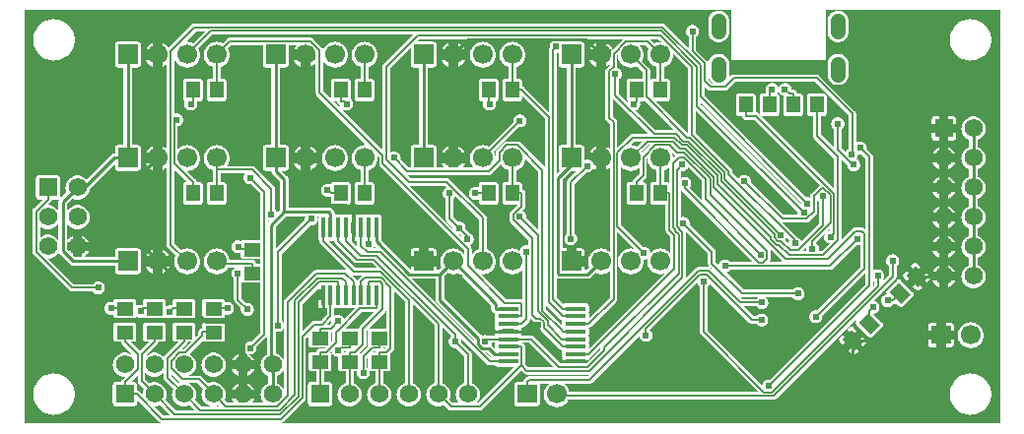
<source format=gbl>
G04 ---------------------------- Layer name :BOTTOM LAYER*
G04 EasyEDA v5.8.22, Tue, 08 Jan 2019 20:33:26 GMT*
G04 129acfe98f9248dba87738b5e980386f*
G04 Gerber Generator version 0.2*
G04 Scale: 100 percent, Rotated: No, Reflected: No *
G04 Dimensions in inches *
G04 leading zeros omitted , absolute positions ,2 integer and 4 decimal *
%FSLAX24Y24*%
%MOIN*%
G90*
G70D02*

%ADD10C,0.010000*%
%ADD11C,0.006000*%
%ADD13C,0.024000*%
%ADD19R,0.057870X0.045670*%
%ADD20R,0.045670X0.057870*%
%ADD24R,0.066929X0.066929*%
%ADD25C,0.066929*%
%ADD26C,0.062000*%
%ADD27R,0.062000X0.062000*%
%ADD28R,0.066929X0.062000*%
%ADD29C,0.051181*%
%ADD30R,0.071000X0.016000*%
%ADD31R,0.016000X0.071000*%

%LPD*%
G36*
G01X33000Y0D02*
G01X0Y0D01*
G01X0Y14000D01*
G01X23900Y14000D01*
G01X23900Y12300D01*
G01X27100Y12300D01*
G01X27100Y14000D01*
G01X33000Y14000D01*
G01X33000Y0D01*
G37*

%LPC*%
G36*
G01X23470Y12924D02*
G01X23475Y12923D01*
G01X23488Y12923D01*
G01X23493Y12924D01*
G01X23506Y12924D01*
G01X23511Y12925D01*
G01X23524Y12926D01*
G01X23529Y12927D01*
G01X23541Y12928D01*
G01X23546Y12929D01*
G01X23559Y12932D01*
G01X23563Y12933D01*
G01X23576Y12936D01*
G01X23581Y12937D01*
G01X23593Y12941D01*
G01X23597Y12943D01*
G01X23609Y12947D01*
G01X23614Y12949D01*
G01X23626Y12954D01*
G01X23630Y12956D01*
G01X23642Y12961D01*
G01X23646Y12964D01*
G01X23658Y12970D01*
G01X23662Y12972D01*
G01X23673Y12979D01*
G01X23677Y12982D01*
G01X23688Y12989D01*
G01X23692Y12992D01*
G01X23702Y13000D01*
G01X23706Y13003D01*
G01X23715Y13011D01*
G01X23719Y13014D01*
G01X23728Y13023D01*
G01X23732Y13026D01*
G01X23741Y13035D01*
G01X23744Y13039D01*
G01X23753Y13049D01*
G01X23756Y13053D01*
G01X23764Y13063D01*
G01X23767Y13066D01*
G01X23774Y13077D01*
G01X23777Y13081D01*
G01X23784Y13092D01*
G01X23787Y13096D01*
G01X23793Y13107D01*
G01X23796Y13111D01*
G01X23801Y13123D01*
G01X23804Y13127D01*
G01X23809Y13139D01*
G01X23811Y13143D01*
G01X23815Y13155D01*
G01X23817Y13160D01*
G01X23821Y13172D01*
G01X23823Y13177D01*
G01X23826Y13189D01*
G01X23827Y13194D01*
G01X23830Y13206D01*
G01X23831Y13211D01*
G01X23833Y13224D01*
G01X23834Y13229D01*
G01X23836Y13241D01*
G01X23836Y13246D01*
G01X23837Y13259D01*
G01X23837Y13264D01*
G01X23838Y13277D01*
G01X23838Y13279D01*
G01X23838Y13634D01*
G01X23838Y13636D01*
G01X23837Y13649D01*
G01X23837Y13654D01*
G01X23836Y13667D01*
G01X23836Y13672D01*
G01X23834Y13684D01*
G01X23833Y13689D01*
G01X23831Y13702D01*
G01X23830Y13707D01*
G01X23827Y13719D01*
G01X23826Y13724D01*
G01X23823Y13736D01*
G01X23821Y13741D01*
G01X23817Y13753D01*
G01X23815Y13758D01*
G01X23811Y13770D01*
G01X23809Y13774D01*
G01X23804Y13786D01*
G01X23801Y13790D01*
G01X23796Y13802D01*
G01X23793Y13806D01*
G01X23787Y13817D01*
G01X23784Y13821D01*
G01X23777Y13832D01*
G01X23774Y13836D01*
G01X23767Y13847D01*
G01X23764Y13851D01*
G01X23756Y13860D01*
G01X23753Y13864D01*
G01X23744Y13874D01*
G01X23741Y13878D01*
G01X23732Y13887D01*
G01X23728Y13890D01*
G01X23719Y13899D01*
G01X23715Y13902D01*
G01X23706Y13910D01*
G01X23702Y13913D01*
G01X23692Y13921D01*
G01X23688Y13924D01*
G01X23677Y13931D01*
G01X23673Y13934D01*
G01X23662Y13941D01*
G01X23658Y13943D01*
G01X23646Y13949D01*
G01X23642Y13952D01*
G01X23630Y13957D01*
G01X23626Y13959D01*
G01X23614Y13964D01*
G01X23609Y13966D01*
G01X23597Y13970D01*
G01X23593Y13972D01*
G01X23581Y13976D01*
G01X23576Y13977D01*
G01X23563Y13980D01*
G01X23559Y13981D01*
G01X23546Y13984D01*
G01X23541Y13985D01*
G01X23529Y13986D01*
G01X23524Y13987D01*
G01X23511Y13988D01*
G01X23506Y13989D01*
G01X23493Y13989D01*
G01X23488Y13990D01*
G01X23475Y13990D01*
G01X23470Y13989D01*
G01X23458Y13989D01*
G01X23453Y13988D01*
G01X23440Y13987D01*
G01X23435Y13986D01*
G01X23422Y13985D01*
G01X23418Y13984D01*
G01X23405Y13981D01*
G01X23400Y13980D01*
G01X23388Y13977D01*
G01X23383Y13976D01*
G01X23371Y13972D01*
G01X23366Y13970D01*
G01X23354Y13966D01*
G01X23349Y13964D01*
G01X23338Y13959D01*
G01X23333Y13957D01*
G01X23322Y13952D01*
G01X23317Y13949D01*
G01X23306Y13943D01*
G01X23302Y13941D01*
G01X23291Y13934D01*
G01X23287Y13931D01*
G01X23276Y13924D01*
G01X23272Y13921D01*
G01X23262Y13913D01*
G01X23258Y13910D01*
G01X23248Y13902D01*
G01X23244Y13899D01*
G01X23235Y13890D01*
G01X23231Y13887D01*
G01X23223Y13878D01*
G01X23219Y13874D01*
G01X23211Y13864D01*
G01X23208Y13860D01*
G01X23200Y13851D01*
G01X23197Y13847D01*
G01X23189Y13836D01*
G01X23186Y13832D01*
G01X23179Y13821D01*
G01X23177Y13817D01*
G01X23170Y13806D01*
G01X23168Y13802D01*
G01X23162Y13790D01*
G01X23160Y13786D01*
G01X23155Y13774D01*
G01X23153Y13770D01*
G01X23148Y13758D01*
G01X23147Y13753D01*
G01X23142Y13741D01*
G01X23141Y13736D01*
G01X23138Y13724D01*
G01X23136Y13719D01*
G01X23133Y13707D01*
G01X23132Y13702D01*
G01X23130Y13689D01*
G01X23130Y13684D01*
G01X23128Y13672D01*
G01X23127Y13667D01*
G01X23126Y13654D01*
G01X23126Y13649D01*
G01X23126Y13636D01*
G01X23126Y13634D01*
G01X23126Y13279D01*
G01X23126Y13277D01*
G01X23126Y13264D01*
G01X23126Y13259D01*
G01X23127Y13246D01*
G01X23128Y13241D01*
G01X23130Y13229D01*
G01X23130Y13224D01*
G01X23132Y13211D01*
G01X23133Y13206D01*
G01X23136Y13194D01*
G01X23138Y13189D01*
G01X23141Y13177D01*
G01X23142Y13172D01*
G01X23147Y13160D01*
G01X23148Y13155D01*
G01X23153Y13143D01*
G01X23155Y13139D01*
G01X23160Y13127D01*
G01X23162Y13123D01*
G01X23168Y13111D01*
G01X23170Y13107D01*
G01X23177Y13096D01*
G01X23179Y13092D01*
G01X23186Y13081D01*
G01X23189Y13077D01*
G01X23197Y13066D01*
G01X23200Y13063D01*
G01X23208Y13053D01*
G01X23211Y13049D01*
G01X23219Y13039D01*
G01X23223Y13035D01*
G01X23231Y13026D01*
G01X23235Y13023D01*
G01X23244Y13014D01*
G01X23248Y13011D01*
G01X23258Y13003D01*
G01X23262Y13000D01*
G01X23272Y12992D01*
G01X23276Y12989D01*
G01X23287Y12982D01*
G01X23291Y12979D01*
G01X23302Y12972D01*
G01X23306Y12970D01*
G01X23317Y12964D01*
G01X23322Y12961D01*
G01X23333Y12956D01*
G01X23338Y12954D01*
G01X23349Y12949D01*
G01X23354Y12947D01*
G01X23366Y12943D01*
G01X23371Y12941D01*
G01X23383Y12937D01*
G01X23388Y12936D01*
G01X23400Y12933D01*
G01X23405Y12932D01*
G01X23418Y12929D01*
G01X23422Y12928D01*
G01X23435Y12927D01*
G01X23440Y12926D01*
G01X23453Y12925D01*
G01X23458Y12924D01*
G01X23470Y12924D01*
G37*
G36*
G01X31912Y304D02*
G01X31982Y299D01*
G01X32052Y300D01*
G01X32121Y309D01*
G01X32189Y325D01*
G01X32256Y347D01*
G01X32319Y376D01*
G01X32380Y411D01*
G01X32437Y451D01*
G01X32489Y498D01*
G01X32536Y549D01*
G01X32579Y605D01*
G01X32615Y664D01*
G01X32645Y727D01*
G01X32669Y793D01*
G01X32687Y861D01*
G01X32697Y930D01*
G01X32701Y1000D01*
G01X32697Y1069D01*
G01X32687Y1138D01*
G01X32669Y1206D01*
G01X32645Y1272D01*
G01X32615Y1335D01*
G01X32579Y1394D01*
G01X32536Y1450D01*
G01X32489Y1501D01*
G01X32437Y1548D01*
G01X32380Y1588D01*
G01X32319Y1623D01*
G01X32256Y1652D01*
G01X32189Y1674D01*
G01X32121Y1690D01*
G01X32052Y1699D01*
G01X31982Y1700D01*
G01X31912Y1695D01*
G01X31844Y1683D01*
G01X31776Y1664D01*
G01X31711Y1638D01*
G01X31649Y1607D01*
G01X31590Y1569D01*
G01X31536Y1525D01*
G01X31486Y1476D01*
G01X31441Y1423D01*
G01X31401Y1365D01*
G01X31368Y1304D01*
G01X31341Y1239D01*
G01X31320Y1172D01*
G01X31306Y1104D01*
G01X31299Y1034D01*
G01X31299Y965D01*
G01X31306Y895D01*
G01X31320Y827D01*
G01X31341Y760D01*
G01X31368Y695D01*
G01X31401Y634D01*
G01X31441Y576D01*
G01X31486Y523D01*
G01X31536Y474D01*
G01X31590Y430D01*
G01X31649Y392D01*
G01X31711Y361D01*
G01X31776Y335D01*
G01X31844Y316D01*
G01X31912Y304D01*
G37*
G36*
G01X912Y304D02*
G01X982Y299D01*
G01X1052Y300D01*
G01X1121Y309D01*
G01X1189Y325D01*
G01X1256Y347D01*
G01X1319Y376D01*
G01X1380Y411D01*
G01X1437Y451D01*
G01X1489Y498D01*
G01X1536Y549D01*
G01X1579Y605D01*
G01X1615Y664D01*
G01X1645Y727D01*
G01X1669Y793D01*
G01X1687Y861D01*
G01X1697Y930D01*
G01X1701Y1000D01*
G01X1697Y1069D01*
G01X1687Y1138D01*
G01X1669Y1206D01*
G01X1645Y1272D01*
G01X1615Y1335D01*
G01X1579Y1394D01*
G01X1536Y1450D01*
G01X1489Y1501D01*
G01X1437Y1548D01*
G01X1380Y1588D01*
G01X1319Y1623D01*
G01X1256Y1652D01*
G01X1189Y1674D01*
G01X1121Y1690D01*
G01X1052Y1699D01*
G01X982Y1700D01*
G01X912Y1695D01*
G01X844Y1683D01*
G01X776Y1664D01*
G01X711Y1638D01*
G01X649Y1607D01*
G01X590Y1569D01*
G01X536Y1525D01*
G01X486Y1476D01*
G01X441Y1423D01*
G01X401Y1365D01*
G01X368Y1304D01*
G01X341Y1239D01*
G01X320Y1172D01*
G01X306Y1104D01*
G01X299Y1034D01*
G01X299Y965D01*
G01X306Y895D01*
G01X320Y827D01*
G01X341Y760D01*
G01X368Y695D01*
G01X401Y634D01*
G01X441Y576D01*
G01X486Y523D01*
G01X536Y474D01*
G01X590Y430D01*
G01X649Y392D01*
G01X711Y361D01*
G01X776Y335D01*
G01X844Y316D01*
G01X912Y304D01*
G37*
G36*
G01X27506Y12924D02*
G01X27511Y12923D01*
G01X27524Y12923D01*
G01X27529Y12924D01*
G01X27541Y12924D01*
G01X27546Y12925D01*
G01X27559Y12926D01*
G01X27564Y12927D01*
G01X27577Y12928D01*
G01X27581Y12929D01*
G01X27594Y12932D01*
G01X27599Y12933D01*
G01X27611Y12936D01*
G01X27616Y12937D01*
G01X27628Y12941D01*
G01X27633Y12943D01*
G01X27645Y12947D01*
G01X27650Y12949D01*
G01X27661Y12954D01*
G01X27666Y12956D01*
G01X27677Y12961D01*
G01X27682Y12964D01*
G01X27693Y12970D01*
G01X27697Y12972D01*
G01X27708Y12979D01*
G01X27712Y12982D01*
G01X27723Y12989D01*
G01X27727Y12992D01*
G01X27737Y13000D01*
G01X27741Y13003D01*
G01X27751Y13011D01*
G01X27755Y13014D01*
G01X27764Y13023D01*
G01X27768Y13026D01*
G01X27776Y13035D01*
G01X27780Y13039D01*
G01X27788Y13049D01*
G01X27791Y13053D01*
G01X27799Y13063D01*
G01X27802Y13066D01*
G01X27810Y13077D01*
G01X27813Y13081D01*
G01X27820Y13092D01*
G01X27822Y13096D01*
G01X27829Y13107D01*
G01X27831Y13111D01*
G01X27837Y13123D01*
G01X27839Y13127D01*
G01X27844Y13139D01*
G01X27846Y13143D01*
G01X27851Y13155D01*
G01X27852Y13160D01*
G01X27857Y13172D01*
G01X27858Y13177D01*
G01X27861Y13189D01*
G01X27863Y13194D01*
G01X27866Y13206D01*
G01X27867Y13211D01*
G01X27869Y13224D01*
G01X27869Y13229D01*
G01X27871Y13241D01*
G01X27872Y13246D01*
G01X27873Y13259D01*
G01X27873Y13264D01*
G01X27873Y13277D01*
G01X27873Y13279D01*
G01X27873Y13634D01*
G01X27873Y13636D01*
G01X27873Y13649D01*
G01X27873Y13654D01*
G01X27872Y13667D01*
G01X27871Y13672D01*
G01X27869Y13684D01*
G01X27869Y13689D01*
G01X27867Y13702D01*
G01X27866Y13707D01*
G01X27863Y13719D01*
G01X27861Y13724D01*
G01X27858Y13736D01*
G01X27857Y13741D01*
G01X27852Y13753D01*
G01X27851Y13758D01*
G01X27846Y13770D01*
G01X27844Y13774D01*
G01X27839Y13786D01*
G01X27837Y13790D01*
G01X27831Y13802D01*
G01X27829Y13806D01*
G01X27822Y13817D01*
G01X27820Y13821D01*
G01X27813Y13832D01*
G01X27810Y13836D01*
G01X27802Y13847D01*
G01X27799Y13851D01*
G01X27791Y13860D01*
G01X27788Y13864D01*
G01X27780Y13874D01*
G01X27776Y13878D01*
G01X27768Y13887D01*
G01X27764Y13890D01*
G01X27755Y13899D01*
G01X27751Y13902D01*
G01X27741Y13910D01*
G01X27737Y13913D01*
G01X27727Y13921D01*
G01X27723Y13924D01*
G01X27712Y13931D01*
G01X27708Y13934D01*
G01X27697Y13941D01*
G01X27693Y13943D01*
G01X27682Y13949D01*
G01X27677Y13952D01*
G01X27666Y13957D01*
G01X27661Y13959D01*
G01X27650Y13964D01*
G01X27645Y13966D01*
G01X27633Y13970D01*
G01X27628Y13972D01*
G01X27616Y13976D01*
G01X27611Y13977D01*
G01X27599Y13980D01*
G01X27594Y13981D01*
G01X27581Y13984D01*
G01X27577Y13985D01*
G01X27564Y13986D01*
G01X27559Y13987D01*
G01X27546Y13988D01*
G01X27541Y13989D01*
G01X27529Y13989D01*
G01X27524Y13990D01*
G01X27511Y13990D01*
G01X27506Y13989D01*
G01X27493Y13989D01*
G01X27488Y13988D01*
G01X27475Y13987D01*
G01X27470Y13986D01*
G01X27458Y13985D01*
G01X27453Y13984D01*
G01X27440Y13981D01*
G01X27436Y13980D01*
G01X27423Y13977D01*
G01X27418Y13976D01*
G01X27406Y13972D01*
G01X27402Y13970D01*
G01X27390Y13966D01*
G01X27385Y13964D01*
G01X27373Y13959D01*
G01X27369Y13957D01*
G01X27357Y13952D01*
G01X27353Y13949D01*
G01X27341Y13943D01*
G01X27337Y13941D01*
G01X27326Y13934D01*
G01X27322Y13931D01*
G01X27311Y13924D01*
G01X27307Y13921D01*
G01X27297Y13913D01*
G01X27293Y13910D01*
G01X27284Y13902D01*
G01X27280Y13899D01*
G01X27271Y13890D01*
G01X27267Y13887D01*
G01X27258Y13878D01*
G01X27255Y13874D01*
G01X27246Y13864D01*
G01X27243Y13860D01*
G01X27235Y13851D01*
G01X27232Y13847D01*
G01X27225Y13836D01*
G01X27222Y13832D01*
G01X27215Y13821D01*
G01X27212Y13817D01*
G01X27206Y13806D01*
G01X27203Y13802D01*
G01X27198Y13790D01*
G01X27195Y13786D01*
G01X27190Y13774D01*
G01X27188Y13770D01*
G01X27184Y13758D01*
G01X27182Y13753D01*
G01X27178Y13741D01*
G01X27176Y13736D01*
G01X27173Y13724D01*
G01X27172Y13719D01*
G01X27169Y13707D01*
G01X27168Y13702D01*
G01X27166Y13689D01*
G01X27165Y13684D01*
G01X27163Y13672D01*
G01X27163Y13667D01*
G01X27162Y13654D01*
G01X27162Y13649D01*
G01X27161Y13636D01*
G01X27161Y13634D01*
G01X27161Y13279D01*
G01X27161Y13277D01*
G01X27162Y13264D01*
G01X27162Y13259D01*
G01X27163Y13246D01*
G01X27163Y13241D01*
G01X27165Y13229D01*
G01X27166Y13224D01*
G01X27168Y13211D01*
G01X27169Y13206D01*
G01X27172Y13194D01*
G01X27173Y13189D01*
G01X27176Y13177D01*
G01X27178Y13172D01*
G01X27182Y13160D01*
G01X27184Y13155D01*
G01X27188Y13143D01*
G01X27190Y13139D01*
G01X27195Y13127D01*
G01X27198Y13123D01*
G01X27203Y13111D01*
G01X27206Y13107D01*
G01X27212Y13096D01*
G01X27215Y13092D01*
G01X27222Y13081D01*
G01X27225Y13077D01*
G01X27232Y13066D01*
G01X27235Y13063D01*
G01X27243Y13053D01*
G01X27246Y13049D01*
G01X27255Y13039D01*
G01X27258Y13035D01*
G01X27267Y13026D01*
G01X27271Y13023D01*
G01X27280Y13014D01*
G01X27284Y13011D01*
G01X27293Y13003D01*
G01X27297Y13000D01*
G01X27307Y12992D01*
G01X27311Y12989D01*
G01X27322Y12982D01*
G01X27326Y12979D01*
G01X27337Y12972D01*
G01X27341Y12970D01*
G01X27353Y12964D01*
G01X27357Y12961D01*
G01X27369Y12956D01*
G01X27373Y12954D01*
G01X27385Y12949D01*
G01X27390Y12947D01*
G01X27402Y12943D01*
G01X27406Y12941D01*
G01X27418Y12937D01*
G01X27423Y12936D01*
G01X27436Y12933D01*
G01X27440Y12932D01*
G01X27453Y12929D01*
G01X27458Y12928D01*
G01X27470Y12927D01*
G01X27475Y12926D01*
G01X27488Y12925D01*
G01X27493Y12924D01*
G01X27506Y12924D01*
G37*
G36*
G01X4107Y12689D02*
G01X4098Y12667D01*
G01X4332Y12667D01*
G01X4332Y12901D01*
G01X4320Y12897D01*
G01X4282Y12877D01*
G01X4245Y12853D01*
G01X4211Y12826D01*
G01X4180Y12796D01*
G01X4152Y12763D01*
G01X4128Y12727D01*
G01X4107Y12689D01*
G37*
G36*
G01X31912Y12304D02*
G01X31982Y12299D01*
G01X32052Y12300D01*
G01X32121Y12309D01*
G01X32189Y12325D01*
G01X32256Y12347D01*
G01X32319Y12376D01*
G01X32380Y12411D01*
G01X32437Y12451D01*
G01X32489Y12498D01*
G01X32536Y12549D01*
G01X32579Y12605D01*
G01X32615Y12664D01*
G01X32645Y12727D01*
G01X32669Y12793D01*
G01X32687Y12861D01*
G01X32697Y12930D01*
G01X32701Y13000D01*
G01X32697Y13069D01*
G01X32687Y13138D01*
G01X32669Y13206D01*
G01X32645Y13272D01*
G01X32615Y13335D01*
G01X32579Y13394D01*
G01X32536Y13450D01*
G01X32489Y13501D01*
G01X32437Y13548D01*
G01X32380Y13588D01*
G01X32319Y13623D01*
G01X32256Y13652D01*
G01X32189Y13674D01*
G01X32121Y13690D01*
G01X32052Y13699D01*
G01X31982Y13700D01*
G01X31912Y13695D01*
G01X31844Y13683D01*
G01X31776Y13664D01*
G01X31711Y13638D01*
G01X31649Y13607D01*
G01X31590Y13569D01*
G01X31536Y13525D01*
G01X31486Y13476D01*
G01X31441Y13423D01*
G01X31401Y13365D01*
G01X31368Y13304D01*
G01X31341Y13239D01*
G01X31320Y13172D01*
G01X31306Y13104D01*
G01X31299Y13034D01*
G01X31299Y12965D01*
G01X31306Y12895D01*
G01X31320Y12827D01*
G01X31341Y12760D01*
G01X31368Y12695D01*
G01X31401Y12634D01*
G01X31441Y12576D01*
G01X31486Y12523D01*
G01X31536Y12474D01*
G01X31590Y12430D01*
G01X31649Y12392D01*
G01X31711Y12361D01*
G01X31776Y12335D01*
G01X31844Y12316D01*
G01X31912Y12304D01*
G37*
G36*
G01X912Y12304D02*
G01X982Y12299D01*
G01X1052Y12300D01*
G01X1121Y12309D01*
G01X1189Y12325D01*
G01X1256Y12347D01*
G01X1319Y12376D01*
G01X1380Y12411D01*
G01X1437Y12451D01*
G01X1489Y12498D01*
G01X1536Y12549D01*
G01X1579Y12605D01*
G01X1615Y12664D01*
G01X1645Y12727D01*
G01X1669Y12793D01*
G01X1687Y12861D01*
G01X1697Y12930D01*
G01X1701Y13000D01*
G01X1697Y13069D01*
G01X1687Y13138D01*
G01X1669Y13206D01*
G01X1645Y13272D01*
G01X1615Y13335D01*
G01X1579Y13394D01*
G01X1536Y13450D01*
G01X1489Y13501D01*
G01X1437Y13548D01*
G01X1380Y13588D01*
G01X1319Y13623D01*
G01X1256Y13652D01*
G01X1189Y13674D01*
G01X1121Y13690D01*
G01X1052Y13699D01*
G01X982Y13700D01*
G01X912Y13695D01*
G01X844Y13683D01*
G01X776Y13664D01*
G01X711Y13638D01*
G01X649Y13607D01*
G01X590Y13569D01*
G01X536Y13525D01*
G01X486Y13476D01*
G01X441Y13423D01*
G01X401Y13365D01*
G01X368Y13304D01*
G01X341Y13239D01*
G01X320Y13172D01*
G01X306Y13104D01*
G01X299Y13034D01*
G01X299Y12965D01*
G01X306Y12895D01*
G01X320Y12827D01*
G01X341Y12760D01*
G01X368Y12695D01*
G01X401Y12634D01*
G01X441Y12576D01*
G01X486Y12523D01*
G01X536Y12474D01*
G01X590Y12430D01*
G01X649Y12392D01*
G01X711Y12361D01*
G01X776Y12335D01*
G01X844Y12316D01*
G01X912Y12304D01*
G37*
G36*
G01X4320Y12102D02*
G01X4332Y12098D01*
G01X4332Y12332D01*
G01X4098Y12332D01*
G01X4107Y12310D01*
G01X4128Y12272D01*
G01X4152Y12236D01*
G01X4180Y12203D01*
G01X4211Y12173D01*
G01X4245Y12146D01*
G01X4282Y12122D01*
G01X4320Y12102D01*
G37*
G36*
G01X27506Y11467D02*
G01X27511Y11467D01*
G01X27524Y11467D01*
G01X27529Y11467D01*
G01X27541Y11467D01*
G01X27546Y11468D01*
G01X27559Y11469D01*
G01X27564Y11470D01*
G01X27577Y11471D01*
G01X27581Y11472D01*
G01X27594Y11475D01*
G01X27599Y11476D01*
G01X27611Y11479D01*
G01X27616Y11480D01*
G01X27628Y11484D01*
G01X27633Y11486D01*
G01X27645Y11490D01*
G01X27650Y11492D01*
G01X27661Y11497D01*
G01X27666Y11499D01*
G01X27677Y11504D01*
G01X27682Y11507D01*
G01X27693Y11513D01*
G01X27697Y11515D01*
G01X27708Y11522D01*
G01X27712Y11525D01*
G01X27723Y11532D01*
G01X27727Y11535D01*
G01X27737Y11543D01*
G01X27741Y11546D01*
G01X27751Y11554D01*
G01X27755Y11557D01*
G01X27764Y11566D01*
G01X27768Y11569D01*
G01X27776Y11578D01*
G01X27780Y11582D01*
G01X27788Y11592D01*
G01X27791Y11596D01*
G01X27799Y11606D01*
G01X27802Y11609D01*
G01X27810Y11620D01*
G01X27813Y11624D01*
G01X27820Y11635D01*
G01X27822Y11639D01*
G01X27829Y11650D01*
G01X27831Y11654D01*
G01X27837Y11666D01*
G01X27839Y11670D01*
G01X27844Y11682D01*
G01X27846Y11686D01*
G01X27851Y11698D01*
G01X27852Y11703D01*
G01X27857Y11715D01*
G01X27858Y11720D01*
G01X27861Y11732D01*
G01X27863Y11737D01*
G01X27866Y11749D01*
G01X27867Y11754D01*
G01X27869Y11767D01*
G01X27869Y11772D01*
G01X27871Y11784D01*
G01X27872Y11789D01*
G01X27873Y11802D01*
G01X27873Y11807D01*
G01X27873Y11820D01*
G01X27873Y11822D01*
G01X27873Y12177D01*
G01X27873Y12179D01*
G01X27873Y12192D01*
G01X27873Y12197D01*
G01X27872Y12210D01*
G01X27871Y12215D01*
G01X27869Y12227D01*
G01X27869Y12232D01*
G01X27867Y12245D01*
G01X27866Y12250D01*
G01X27863Y12262D01*
G01X27861Y12267D01*
G01X27858Y12279D01*
G01X27857Y12284D01*
G01X27852Y12296D01*
G01X27851Y12301D01*
G01X27846Y12313D01*
G01X27844Y12317D01*
G01X27839Y12329D01*
G01X27837Y12333D01*
G01X27831Y12345D01*
G01X27829Y12349D01*
G01X27822Y12360D01*
G01X27820Y12364D01*
G01X27813Y12375D01*
G01X27810Y12379D01*
G01X27802Y12390D01*
G01X27799Y12394D01*
G01X27791Y12403D01*
G01X27788Y12407D01*
G01X27780Y12417D01*
G01X27776Y12421D01*
G01X27768Y12430D01*
G01X27764Y12433D01*
G01X27755Y12442D01*
G01X27751Y12445D01*
G01X27741Y12453D01*
G01X27737Y12456D01*
G01X27727Y12464D01*
G01X27723Y12467D01*
G01X27712Y12474D01*
G01X27708Y12477D01*
G01X27697Y12484D01*
G01X27693Y12486D01*
G01X27682Y12492D01*
G01X27677Y12495D01*
G01X27666Y12500D01*
G01X27661Y12502D01*
G01X27650Y12507D01*
G01X27645Y12509D01*
G01X27633Y12513D01*
G01X27628Y12515D01*
G01X27616Y12519D01*
G01X27611Y12520D01*
G01X27599Y12523D01*
G01X27594Y12524D01*
G01X27581Y12527D01*
G01X27577Y12528D01*
G01X27564Y12529D01*
G01X27559Y12530D01*
G01X27546Y12531D01*
G01X27541Y12532D01*
G01X27529Y12532D01*
G01X27524Y12532D01*
G01X27511Y12532D01*
G01X27506Y12532D01*
G01X27493Y12532D01*
G01X27488Y12531D01*
G01X27475Y12530D01*
G01X27470Y12529D01*
G01X27458Y12528D01*
G01X27453Y12527D01*
G01X27440Y12524D01*
G01X27436Y12523D01*
G01X27423Y12520D01*
G01X27418Y12519D01*
G01X27406Y12515D01*
G01X27402Y12513D01*
G01X27390Y12509D01*
G01X27385Y12507D01*
G01X27373Y12502D01*
G01X27369Y12500D01*
G01X27357Y12495D01*
G01X27353Y12492D01*
G01X27341Y12486D01*
G01X27337Y12484D01*
G01X27326Y12477D01*
G01X27322Y12474D01*
G01X27311Y12467D01*
G01X27307Y12464D01*
G01X27297Y12456D01*
G01X27293Y12453D01*
G01X27284Y12445D01*
G01X27280Y12442D01*
G01X27271Y12433D01*
G01X27267Y12430D01*
G01X27258Y12421D01*
G01X27255Y12417D01*
G01X27246Y12407D01*
G01X27243Y12403D01*
G01X27235Y12394D01*
G01X27232Y12390D01*
G01X27225Y12379D01*
G01X27222Y12375D01*
G01X27215Y12364D01*
G01X27212Y12360D01*
G01X27206Y12349D01*
G01X27203Y12345D01*
G01X27198Y12333D01*
G01X27195Y12329D01*
G01X27190Y12317D01*
G01X27188Y12313D01*
G01X27184Y12301D01*
G01X27182Y12296D01*
G01X27178Y12284D01*
G01X27176Y12279D01*
G01X27173Y12267D01*
G01X27172Y12262D01*
G01X27169Y12250D01*
G01X27168Y12245D01*
G01X27166Y12232D01*
G01X27165Y12227D01*
G01X27163Y12215D01*
G01X27163Y12210D01*
G01X27162Y12197D01*
G01X27162Y12192D01*
G01X27161Y12179D01*
G01X27161Y12177D01*
G01X27161Y11822D01*
G01X27161Y11820D01*
G01X27162Y11807D01*
G01X27162Y11802D01*
G01X27163Y11789D01*
G01X27163Y11784D01*
G01X27165Y11772D01*
G01X27166Y11767D01*
G01X27168Y11754D01*
G01X27169Y11749D01*
G01X27172Y11737D01*
G01X27173Y11732D01*
G01X27176Y11720D01*
G01X27178Y11715D01*
G01X27182Y11703D01*
G01X27184Y11698D01*
G01X27188Y11686D01*
G01X27190Y11682D01*
G01X27195Y11670D01*
G01X27198Y11666D01*
G01X27203Y11654D01*
G01X27206Y11650D01*
G01X27212Y11639D01*
G01X27215Y11635D01*
G01X27222Y11624D01*
G01X27225Y11620D01*
G01X27232Y11609D01*
G01X27235Y11606D01*
G01X27243Y11596D01*
G01X27246Y11592D01*
G01X27255Y11582D01*
G01X27258Y11578D01*
G01X27267Y11569D01*
G01X27271Y11566D01*
G01X27280Y11557D01*
G01X27284Y11554D01*
G01X27293Y11546D01*
G01X27297Y11543D01*
G01X27307Y11535D01*
G01X27311Y11532D01*
G01X27322Y11525D01*
G01X27326Y11522D01*
G01X27337Y11515D01*
G01X27341Y11513D01*
G01X27353Y11507D01*
G01X27357Y11504D01*
G01X27369Y11499D01*
G01X27373Y11497D01*
G01X27385Y11492D01*
G01X27390Y11490D01*
G01X27402Y11486D01*
G01X27406Y11484D01*
G01X27418Y11480D01*
G01X27423Y11479D01*
G01X27436Y11476D01*
G01X27440Y11475D01*
G01X27453Y11472D01*
G01X27458Y11471D01*
G01X27470Y11470D01*
G01X27475Y11469D01*
G01X27488Y11468D01*
G01X27493Y11467D01*
G01X27506Y11467D01*
G37*
G36*
G01X11267Y10910D02*
G01X11271Y10910D01*
G01X11728Y10910D01*
G01X11732Y10910D01*
G01X11736Y10911D01*
G01X11740Y10911D01*
G01X11744Y10912D01*
G01X11748Y10912D01*
G01X11752Y10913D01*
G01X11756Y10914D01*
G01X11760Y10916D01*
G01X11764Y10917D01*
G01X11768Y10919D01*
G01X11772Y10920D01*
G01X11775Y10922D01*
G01X11779Y10924D01*
G01X11783Y10926D01*
G01X11786Y10929D01*
G01X11789Y10931D01*
G01X11793Y10934D01*
G01X11796Y10937D01*
G01X11799Y10939D01*
G01X11801Y10942D01*
G01X11804Y10946D01*
G01X11807Y10949D01*
G01X11809Y10952D01*
G01X11812Y10956D01*
G01X11814Y10959D01*
G01X11816Y10963D01*
G01X11818Y10966D01*
G01X11819Y10970D01*
G01X11821Y10974D01*
G01X11822Y10978D01*
G01X11824Y10982D01*
G01X11825Y10986D01*
G01X11826Y10990D01*
G01X11827Y10994D01*
G01X11827Y10998D01*
G01X11828Y11002D01*
G01X11828Y11006D01*
G01X11828Y11010D01*
G01X11828Y11589D01*
G01X11828Y11593D01*
G01X11828Y11597D01*
G01X11827Y11601D01*
G01X11827Y11605D01*
G01X11826Y11609D01*
G01X11825Y11613D01*
G01X11824Y11617D01*
G01X11822Y11621D01*
G01X11821Y11625D01*
G01X11819Y11629D01*
G01X11818Y11633D01*
G01X11816Y11636D01*
G01X11814Y11640D01*
G01X11812Y11644D01*
G01X11809Y11647D01*
G01X11807Y11650D01*
G01X11804Y11654D01*
G01X11801Y11657D01*
G01X11799Y11660D01*
G01X11796Y11662D01*
G01X11793Y11665D01*
G01X11789Y11668D01*
G01X11786Y11670D01*
G01X11783Y11673D01*
G01X11779Y11675D01*
G01X11775Y11677D01*
G01X11772Y11679D01*
G01X11768Y11680D01*
G01X11764Y11682D01*
G01X11760Y11683D01*
G01X11756Y11685D01*
G01X11752Y11686D01*
G01X11748Y11687D01*
G01X11744Y11688D01*
G01X11740Y11688D01*
G01X11736Y11689D01*
G01X11732Y11689D01*
G01X11728Y11689D01*
G01X11630Y11689D01*
G01X11630Y12084D01*
G01X11659Y12094D01*
G01X11698Y12112D01*
G01X11736Y12134D01*
G01X11771Y12159D01*
G01X11804Y12188D01*
G01X11833Y12219D01*
G01X11859Y12254D01*
G01X11882Y12291D01*
G01X11901Y12330D01*
G01X11916Y12371D01*
G01X11927Y12413D01*
G01X11933Y12456D01*
G01X11935Y12500D01*
G01X11933Y12543D01*
G01X11927Y12586D01*
G01X11916Y12628D01*
G01X11901Y12669D01*
G01X11882Y12708D01*
G01X11859Y12745D01*
G01X11833Y12780D01*
G01X11804Y12811D01*
G01X11771Y12840D01*
G01X11736Y12865D01*
G01X11698Y12887D01*
G01X11659Y12905D01*
G01X11617Y12919D01*
G01X11575Y12929D01*
G01X11532Y12934D01*
G01X11489Y12935D01*
G01X11445Y12932D01*
G01X11403Y12924D01*
G01X11361Y12912D01*
G01X11320Y12897D01*
G01X11282Y12877D01*
G01X11245Y12853D01*
G01X11211Y12826D01*
G01X11180Y12796D01*
G01X11152Y12763D01*
G01X11128Y12727D01*
G01X11107Y12689D01*
G01X11090Y12648D01*
G01X11077Y12607D01*
G01X11069Y12564D01*
G01X11064Y12521D01*
G01X11064Y12478D01*
G01X11069Y12435D01*
G01X11077Y12392D01*
G01X11090Y12351D01*
G01X11107Y12310D01*
G01X11128Y12272D01*
G01X11152Y12236D01*
G01X11180Y12203D01*
G01X11211Y12173D01*
G01X11245Y12146D01*
G01X11282Y12122D01*
G01X11320Y12102D01*
G01X11361Y12087D01*
G01X11369Y12084D01*
G01X11369Y11689D01*
G01X11271Y11689D01*
G01X11267Y11689D01*
G01X11263Y11689D01*
G01X11259Y11688D01*
G01X11255Y11688D01*
G01X11251Y11687D01*
G01X11247Y11686D01*
G01X11243Y11685D01*
G01X11239Y11683D01*
G01X11235Y11682D01*
G01X11231Y11680D01*
G01X11227Y11679D01*
G01X11224Y11677D01*
G01X11220Y11675D01*
G01X11217Y11673D01*
G01X11213Y11670D01*
G01X11210Y11668D01*
G01X11207Y11665D01*
G01X11203Y11662D01*
G01X11200Y11660D01*
G01X11198Y11657D01*
G01X11195Y11654D01*
G01X11192Y11650D01*
G01X11190Y11647D01*
G01X11187Y11644D01*
G01X11185Y11640D01*
G01X11183Y11636D01*
G01X11181Y11633D01*
G01X11180Y11629D01*
G01X11178Y11625D01*
G01X11177Y11621D01*
G01X11175Y11617D01*
G01X11174Y11613D01*
G01X11173Y11609D01*
G01X11173Y11605D01*
G01X11172Y11601D01*
G01X11172Y11597D01*
G01X11171Y11593D01*
G01X11171Y11589D01*
G01X11171Y11010D01*
G01X11171Y11006D01*
G01X11172Y11002D01*
G01X11172Y10998D01*
G01X11173Y10994D01*
G01X11173Y10990D01*
G01X11174Y10986D01*
G01X11175Y10982D01*
G01X11177Y10978D01*
G01X11178Y10974D01*
G01X11180Y10970D01*
G01X11181Y10966D01*
G01X11183Y10963D01*
G01X11185Y10959D01*
G01X11187Y10956D01*
G01X11190Y10952D01*
G01X11192Y10949D01*
G01X11195Y10946D01*
G01X11198Y10942D01*
G01X11200Y10939D01*
G01X11203Y10937D01*
G01X11207Y10934D01*
G01X11210Y10931D01*
G01X11213Y10929D01*
G01X11217Y10926D01*
G01X11220Y10924D01*
G01X11224Y10922D01*
G01X11227Y10920D01*
G01X11231Y10919D01*
G01X11235Y10917D01*
G01X11239Y10916D01*
G01X11243Y10914D01*
G01X11247Y10913D01*
G01X11251Y10912D01*
G01X11255Y10912D01*
G01X11259Y10911D01*
G01X11263Y10911D01*
G01X11267Y10910D01*
G37*
G36*
G01X7555Y1380D02*
G01X7555Y1155D01*
G01X7780Y1155D01*
G01X7778Y1159D01*
G01X7760Y1196D01*
G01X7739Y1231D01*
G01X7714Y1264D01*
G01X7686Y1294D01*
G01X7656Y1321D01*
G01X7622Y1345D01*
G01X7587Y1365D01*
G01X7555Y1380D01*
G37*
G36*
G01X7029Y1178D02*
G01X7019Y1155D01*
G01X7244Y1155D01*
G01X7244Y1380D01*
G01X7230Y1374D01*
G01X7194Y1355D01*
G01X7160Y1333D01*
G01X7128Y1308D01*
G01X7098Y1279D01*
G01X7072Y1248D01*
G01X7049Y1214D01*
G01X7029Y1178D01*
G37*
G36*
G01X5597Y10608D02*
G01X5619Y10607D01*
G01X5641Y10607D01*
G01X5663Y10610D01*
G01X5684Y10615D01*
G01X5705Y10622D01*
G01X5725Y10631D01*
G01X5744Y10642D01*
G01X5762Y10655D01*
G01X5779Y10669D01*
G01X5794Y10685D01*
G01X5807Y10703D01*
G01X5819Y10722D01*
G01X5828Y10742D01*
G01X5836Y10762D01*
G01X5841Y10784D01*
G01X5844Y10805D01*
G01X5846Y10828D01*
G01X5844Y10850D01*
G01X5841Y10871D01*
G01X5836Y10893D01*
G01X5830Y10910D01*
G01X5830Y10910D01*
G01X5928Y10910D01*
G01X5932Y10910D01*
G01X5936Y10911D01*
G01X5940Y10911D01*
G01X5944Y10912D01*
G01X5948Y10912D01*
G01X5952Y10913D01*
G01X5956Y10914D01*
G01X5960Y10916D01*
G01X5964Y10917D01*
G01X5968Y10919D01*
G01X5972Y10920D01*
G01X5975Y10922D01*
G01X5979Y10924D01*
G01X5983Y10926D01*
G01X5986Y10929D01*
G01X5989Y10931D01*
G01X5993Y10934D01*
G01X5996Y10937D01*
G01X5999Y10939D01*
G01X6001Y10942D01*
G01X6004Y10946D01*
G01X6007Y10949D01*
G01X6009Y10952D01*
G01X6012Y10956D01*
G01X6014Y10959D01*
G01X6016Y10963D01*
G01X6018Y10966D01*
G01X6019Y10970D01*
G01X6021Y10974D01*
G01X6022Y10978D01*
G01X6024Y10982D01*
G01X6025Y10986D01*
G01X6026Y10990D01*
G01X6027Y10994D01*
G01X6027Y10998D01*
G01X6028Y11002D01*
G01X6028Y11006D01*
G01X6028Y11010D01*
G01X6028Y11589D01*
G01X6028Y11593D01*
G01X6028Y11597D01*
G01X6027Y11601D01*
G01X6027Y11605D01*
G01X6026Y11609D01*
G01X6025Y11613D01*
G01X6024Y11617D01*
G01X6022Y11621D01*
G01X6021Y11625D01*
G01X6019Y11629D01*
G01X6018Y11633D01*
G01X6016Y11636D01*
G01X6014Y11640D01*
G01X6012Y11644D01*
G01X6009Y11647D01*
G01X6007Y11650D01*
G01X6004Y11654D01*
G01X6001Y11657D01*
G01X5999Y11660D01*
G01X5996Y11662D01*
G01X5993Y11665D01*
G01X5989Y11668D01*
G01X5986Y11670D01*
G01X5983Y11673D01*
G01X5979Y11675D01*
G01X5975Y11677D01*
G01X5972Y11679D01*
G01X5968Y11680D01*
G01X5964Y11682D01*
G01X5960Y11683D01*
G01X5956Y11685D01*
G01X5952Y11686D01*
G01X5948Y11687D01*
G01X5944Y11688D01*
G01X5940Y11688D01*
G01X5936Y11689D01*
G01X5932Y11689D01*
G01X5928Y11689D01*
G01X5471Y11689D01*
G01X5467Y11689D01*
G01X5463Y11689D01*
G01X5459Y11688D01*
G01X5455Y11688D01*
G01X5451Y11687D01*
G01X5447Y11686D01*
G01X5443Y11685D01*
G01X5439Y11683D01*
G01X5435Y11682D01*
G01X5431Y11680D01*
G01X5427Y11679D01*
G01X5424Y11677D01*
G01X5420Y11675D01*
G01X5417Y11673D01*
G01X5413Y11670D01*
G01X5410Y11668D01*
G01X5407Y11665D01*
G01X5403Y11662D01*
G01X5400Y11660D01*
G01X5398Y11657D01*
G01X5395Y11654D01*
G01X5392Y11650D01*
G01X5390Y11647D01*
G01X5387Y11644D01*
G01X5385Y11640D01*
G01X5383Y11636D01*
G01X5381Y11633D01*
G01X5380Y11629D01*
G01X5378Y11625D01*
G01X5377Y11621D01*
G01X5375Y11617D01*
G01X5374Y11613D01*
G01X5373Y11609D01*
G01X5373Y11605D01*
G01X5372Y11601D01*
G01X5372Y11597D01*
G01X5371Y11593D01*
G01X5371Y11589D01*
G01X5371Y11010D01*
G01X5371Y11006D01*
G01X5372Y11002D01*
G01X5372Y10998D01*
G01X5373Y10994D01*
G01X5373Y10990D01*
G01X5374Y10986D01*
G01X5375Y10982D01*
G01X5377Y10978D01*
G01X5378Y10974D01*
G01X5380Y10970D01*
G01X5381Y10966D01*
G01X5383Y10963D01*
G01X5385Y10959D01*
G01X5387Y10956D01*
G01X5390Y10952D01*
G01X5392Y10949D01*
G01X5395Y10946D01*
G01X5398Y10942D01*
G01X5400Y10939D01*
G01X5403Y10937D01*
G01X5407Y10934D01*
G01X5410Y10931D01*
G01X5413Y10929D01*
G01X5417Y10926D01*
G01X5420Y10924D01*
G01X5424Y10922D01*
G01X5425Y10922D01*
G01X5417Y10903D01*
G01X5410Y10882D01*
G01X5406Y10860D01*
G01X5404Y10839D01*
G01X5404Y10816D01*
G01X5406Y10795D01*
G01X5410Y10773D01*
G01X5417Y10752D01*
G01X5425Y10732D01*
G01X5436Y10712D01*
G01X5448Y10694D01*
G01X5463Y10677D01*
G01X5478Y10662D01*
G01X5495Y10648D01*
G01X5514Y10636D01*
G01X5534Y10626D01*
G01X5554Y10618D01*
G01X5575Y10612D01*
G01X5597Y10608D01*
G37*
G36*
G01X30689Y10309D02*
G01X30689Y10155D01*
G01X30944Y10155D01*
G01X30944Y10409D01*
G01X30789Y10409D01*
G01X30785Y10409D01*
G01X30781Y10409D01*
G01X30777Y10409D01*
G01X30773Y10408D01*
G01X30769Y10407D01*
G01X30765Y10406D01*
G01X30761Y10405D01*
G01X30757Y10404D01*
G01X30753Y10403D01*
G01X30749Y10401D01*
G01X30746Y10399D01*
G01X30742Y10397D01*
G01X30738Y10395D01*
G01X30735Y10393D01*
G01X30731Y10391D01*
G01X30728Y10388D01*
G01X30725Y10386D01*
G01X30722Y10383D01*
G01X30719Y10380D01*
G01X30716Y10377D01*
G01X30713Y10374D01*
G01X30711Y10371D01*
G01X30708Y10368D01*
G01X30706Y10364D01*
G01X30704Y10361D01*
G01X30702Y10357D01*
G01X30700Y10353D01*
G01X30698Y10350D01*
G01X30696Y10346D01*
G01X30695Y10342D01*
G01X30694Y10338D01*
G01X30693Y10334D01*
G01X30692Y10330D01*
G01X30691Y10326D01*
G01X30690Y10322D01*
G01X30690Y10318D01*
G01X30690Y10314D01*
G01X30689Y10309D01*
G37*
G36*
G01X31255Y10409D02*
G01X31255Y10155D01*
G01X31510Y10155D01*
G01X31510Y10309D01*
G01X31509Y10314D01*
G01X31509Y10318D01*
G01X31509Y10322D01*
G01X31508Y10326D01*
G01X31507Y10330D01*
G01X31506Y10334D01*
G01X31505Y10338D01*
G01X31504Y10342D01*
G01X31503Y10346D01*
G01X31501Y10350D01*
G01X31499Y10353D01*
G01X31497Y10357D01*
G01X31495Y10361D01*
G01X31493Y10364D01*
G01X31491Y10368D01*
G01X31488Y10371D01*
G01X31486Y10374D01*
G01X31483Y10377D01*
G01X31480Y10380D01*
G01X31477Y10383D01*
G01X31474Y10386D01*
G01X31471Y10388D01*
G01X31468Y10391D01*
G01X31464Y10393D01*
G01X31461Y10395D01*
G01X31457Y10397D01*
G01X31453Y10399D01*
G01X31450Y10401D01*
G01X31446Y10403D01*
G01X31442Y10404D01*
G01X31438Y10405D01*
G01X31434Y10406D01*
G01X31430Y10407D01*
G01X31426Y10408D01*
G01X31422Y10409D01*
G01X31418Y10409D01*
G01X31414Y10409D01*
G01X31410Y10409D01*
G01X31255Y10409D01*
G37*
G36*
G01X6348Y1592D02*
G01X6389Y1589D01*
G01X6430Y1590D01*
G01X6471Y1595D01*
G01X6511Y1604D01*
G01X6550Y1617D01*
G01X6587Y1634D01*
G01X6622Y1654D01*
G01X6656Y1678D01*
G01X6686Y1705D01*
G01X6714Y1735D01*
G01X6739Y1768D01*
G01X6760Y1803D01*
G01X6778Y1840D01*
G01X6792Y1878D01*
G01X6802Y1918D01*
G01X6808Y1959D01*
G01X6811Y2000D01*
G01X6808Y2040D01*
G01X6802Y2081D01*
G01X6792Y2121D01*
G01X6778Y2159D01*
G01X6760Y2196D01*
G01X6739Y2231D01*
G01X6714Y2264D01*
G01X6686Y2294D01*
G01X6656Y2321D01*
G01X6622Y2345D01*
G01X6587Y2365D01*
G01X6550Y2382D01*
G01X6511Y2395D01*
G01X6471Y2404D01*
G01X6430Y2409D01*
G01X6389Y2410D01*
G01X6348Y2407D01*
G01X6308Y2400D01*
G01X6269Y2389D01*
G01X6230Y2374D01*
G01X6194Y2355D01*
G01X6160Y2333D01*
G01X6128Y2308D01*
G01X6098Y2279D01*
G01X6072Y2248D01*
G01X6049Y2214D01*
G01X6029Y2178D01*
G01X6013Y2140D01*
G01X6001Y2101D01*
G01X5993Y2061D01*
G01X5989Y2020D01*
G01X5989Y1979D01*
G01X5993Y1938D01*
G01X6001Y1898D01*
G01X6013Y1859D01*
G01X6029Y1821D01*
G01X6049Y1785D01*
G01X6072Y1751D01*
G01X6098Y1720D01*
G01X6128Y1691D01*
G01X6160Y1666D01*
G01X6194Y1644D01*
G01X6230Y1625D01*
G01X6269Y1610D01*
G01X6308Y1599D01*
G01X6348Y1592D01*
G37*
G36*
G01X7555Y1844D02*
G01X7555Y1619D01*
G01X7587Y1634D01*
G01X7622Y1654D01*
G01X7656Y1678D01*
G01X7686Y1705D01*
G01X7714Y1735D01*
G01X7739Y1768D01*
G01X7760Y1803D01*
G01X7778Y1840D01*
G01X7780Y1844D01*
G01X7555Y1844D01*
G37*
G36*
G01X7230Y1625D02*
G01X7244Y1619D01*
G01X7244Y1844D01*
G01X7019Y1844D01*
G01X7029Y1821D01*
G01X7049Y1785D01*
G01X7072Y1751D01*
G01X7098Y1720D01*
G01X7128Y1691D01*
G01X7160Y1666D01*
G01X7194Y1644D01*
G01X7230Y1625D01*
G37*
G36*
G01X30785Y9590D02*
G01X30789Y9590D01*
G01X30944Y9590D01*
G01X30944Y9844D01*
G01X30689Y9844D01*
G01X30689Y9690D01*
G01X30690Y9685D01*
G01X30690Y9681D01*
G01X30690Y9677D01*
G01X30691Y9673D01*
G01X30692Y9669D01*
G01X30693Y9665D01*
G01X30694Y9661D01*
G01X30695Y9657D01*
G01X30696Y9653D01*
G01X30698Y9649D01*
G01X30700Y9646D01*
G01X30702Y9642D01*
G01X30704Y9638D01*
G01X30706Y9635D01*
G01X30708Y9631D01*
G01X30711Y9628D01*
G01X30713Y9625D01*
G01X30716Y9622D01*
G01X30719Y9619D01*
G01X30722Y9616D01*
G01X30725Y9613D01*
G01X30728Y9611D01*
G01X30731Y9608D01*
G01X30735Y9606D01*
G01X30738Y9604D01*
G01X30742Y9602D01*
G01X30746Y9600D01*
G01X30749Y9598D01*
G01X30753Y9596D01*
G01X30757Y9595D01*
G01X30761Y9594D01*
G01X30765Y9593D01*
G01X30769Y9592D01*
G01X30773Y9591D01*
G01X30777Y9590D01*
G01X30781Y9590D01*
G01X30785Y9590D01*
G37*
G36*
G01X31255Y9844D02*
G01X31255Y9590D01*
G01X31410Y9590D01*
G01X31414Y9590D01*
G01X31418Y9590D01*
G01X31422Y9590D01*
G01X31426Y9591D01*
G01X31430Y9592D01*
G01X31434Y9593D01*
G01X31438Y9594D01*
G01X31442Y9595D01*
G01X31446Y9596D01*
G01X31450Y9598D01*
G01X31453Y9600D01*
G01X31457Y9602D01*
G01X31461Y9604D01*
G01X31464Y9606D01*
G01X31468Y9608D01*
G01X31471Y9611D01*
G01X31474Y9613D01*
G01X31477Y9616D01*
G01X31480Y9619D01*
G01X31483Y9622D01*
G01X31486Y9625D01*
G01X31488Y9628D01*
G01X31491Y9631D01*
G01X31493Y9635D01*
G01X31495Y9638D01*
G01X31497Y9642D01*
G01X31499Y9646D01*
G01X31501Y9649D01*
G01X31503Y9653D01*
G01X31504Y9657D01*
G01X31505Y9661D01*
G01X31506Y9665D01*
G01X31507Y9669D01*
G01X31508Y9673D01*
G01X31509Y9677D01*
G01X31509Y9681D01*
G01X31509Y9685D01*
G01X31510Y9690D01*
G01X31510Y9844D01*
G01X31255Y9844D01*
G37*
G36*
G01X4107Y9189D02*
G01X4098Y9167D01*
G01X4332Y9167D01*
G01X4332Y9401D01*
G01X4320Y9397D01*
G01X4282Y9377D01*
G01X4245Y9353D01*
G01X4211Y9326D01*
G01X4180Y9296D01*
G01X4152Y9263D01*
G01X4128Y9227D01*
G01X4107Y9189D01*
G37*
G36*
G01X7029Y2178D02*
G01X7019Y2155D01*
G01X7244Y2155D01*
G01X7244Y2380D01*
G01X7230Y2374D01*
G01X7194Y2355D01*
G01X7160Y2333D01*
G01X7128Y2308D01*
G01X7098Y2279D01*
G01X7072Y2248D01*
G01X7049Y2214D01*
G01X7029Y2178D01*
G37*
G36*
G01X30729Y9178D02*
G01X30719Y9155D01*
G01X30944Y9155D01*
G01X30944Y9380D01*
G01X30930Y9374D01*
G01X30894Y9355D01*
G01X30860Y9333D01*
G01X30828Y9308D01*
G01X30798Y9279D01*
G01X30772Y9248D01*
G01X30749Y9214D01*
G01X30729Y9178D01*
G37*
G36*
G01X31255Y9380D02*
G01X31255Y9155D01*
G01X31480Y9155D01*
G01X31478Y9159D01*
G01X31460Y9196D01*
G01X31439Y9231D01*
G01X31414Y9264D01*
G01X31386Y9294D01*
G01X31356Y9321D01*
G01X31322Y9345D01*
G01X31287Y9365D01*
G01X31255Y9380D01*
G37*
G36*
G01X28056Y2351D02*
G01X28060Y2351D01*
G01X28064Y2351D01*
G01X28068Y2351D01*
G01X28072Y2351D01*
G01X28076Y2352D01*
G01X28080Y2353D01*
G01X28084Y2354D01*
G01X28088Y2355D01*
G01X28092Y2356D01*
G01X28096Y2357D01*
G01X28100Y2359D01*
G01X28104Y2361D01*
G01X28107Y2363D01*
G01X28111Y2365D01*
G01X28114Y2367D01*
G01X28118Y2369D01*
G01X28121Y2372D01*
G01X28124Y2374D01*
G01X28128Y2377D01*
G01X28131Y2380D01*
G01X28211Y2461D01*
G01X28038Y2634D01*
G01X27887Y2482D01*
G01X27989Y2380D01*
G01X27992Y2377D01*
G01X27995Y2374D01*
G01X27998Y2372D01*
G01X28002Y2369D01*
G01X28005Y2367D01*
G01X28009Y2365D01*
G01X28012Y2363D01*
G01X28016Y2361D01*
G01X28020Y2359D01*
G01X28023Y2357D01*
G01X28027Y2356D01*
G01X28031Y2355D01*
G01X28035Y2354D01*
G01X28039Y2353D01*
G01X28043Y2352D01*
G01X28047Y2351D01*
G01X28052Y2351D01*
G01X28056Y2351D01*
G37*
G36*
G01X30930Y8625D02*
G01X30944Y8619D01*
G01X30944Y8844D01*
G01X30719Y8844D01*
G01X30729Y8821D01*
G01X30749Y8785D01*
G01X30772Y8751D01*
G01X30798Y8720D01*
G01X30828Y8691D01*
G01X30860Y8666D01*
G01X30894Y8644D01*
G01X30930Y8625D01*
G37*
G36*
G01X31255Y8844D02*
G01X31255Y8619D01*
G01X31287Y8634D01*
G01X31322Y8654D01*
G01X31356Y8678D01*
G01X31386Y8705D01*
G01X31414Y8735D01*
G01X31439Y8768D01*
G01X31460Y8803D01*
G01X31478Y8840D01*
G01X31480Y8844D01*
G01X31255Y8844D01*
G37*
G36*
G01X4320Y8602D02*
G01X4332Y8598D01*
G01X4332Y8832D01*
G01X4098Y8832D01*
G01X4107Y8810D01*
G01X4128Y8772D01*
G01X4152Y8736D01*
G01X4180Y8703D01*
G01X4211Y8673D01*
G01X4245Y8646D01*
G01X4282Y8622D01*
G01X4320Y8602D01*
G37*
G36*
G01X30729Y8178D02*
G01X30719Y8155D01*
G01X30944Y8155D01*
G01X30944Y8380D01*
G01X30930Y8374D01*
G01X30894Y8355D01*
G01X30860Y8333D01*
G01X30828Y8308D01*
G01X30798Y8279D01*
G01X30772Y8248D01*
G01X30749Y8214D01*
G01X30729Y8178D01*
G37*
G36*
G01X31255Y8380D02*
G01X31255Y8155D01*
G01X31480Y8155D01*
G01X31478Y8159D01*
G01X31460Y8196D01*
G01X31439Y8231D01*
G01X31414Y8264D01*
G01X31386Y8294D01*
G01X31356Y8321D01*
G01X31322Y8345D01*
G01X31287Y8365D01*
G01X31255Y8380D01*
G37*
G36*
G01X30930Y7625D02*
G01X30944Y7619D01*
G01X30944Y7844D01*
G01X30719Y7844D01*
G01X30729Y7821D01*
G01X30749Y7785D01*
G01X30772Y7751D01*
G01X30798Y7720D01*
G01X30828Y7691D01*
G01X30860Y7666D01*
G01X30894Y7644D01*
G01X30930Y7625D01*
G37*
G36*
G01X31255Y7844D02*
G01X31255Y7619D01*
G01X31287Y7634D01*
G01X31322Y7654D01*
G01X31356Y7678D01*
G01X31386Y7705D01*
G01X31414Y7735D01*
G01X31439Y7768D01*
G01X31460Y7803D01*
G01X31478Y7840D01*
G01X31480Y7844D01*
G01X31255Y7844D01*
G37*
G36*
G01X30729Y7178D02*
G01X30719Y7155D01*
G01X30944Y7155D01*
G01X30944Y7380D01*
G01X30930Y7374D01*
G01X30894Y7355D01*
G01X30860Y7333D01*
G01X30828Y7308D01*
G01X30798Y7279D01*
G01X30772Y7248D01*
G01X30749Y7214D01*
G01X30729Y7178D01*
G37*
G36*
G01X31945Y2567D02*
G01X31989Y2564D01*
G01X32032Y2565D01*
G01X32075Y2570D01*
G01X32117Y2580D01*
G01X32159Y2594D01*
G01X32198Y2612D01*
G01X32236Y2634D01*
G01X32271Y2659D01*
G01X32304Y2688D01*
G01X32333Y2719D01*
G01X32359Y2754D01*
G01X32382Y2791D01*
G01X32401Y2830D01*
G01X32416Y2871D01*
G01X32427Y2913D01*
G01X32433Y2956D01*
G01X32435Y3000D01*
G01X32433Y3043D01*
G01X32427Y3086D01*
G01X32416Y3128D01*
G01X32401Y3169D01*
G01X32382Y3208D01*
G01X32359Y3245D01*
G01X32333Y3280D01*
G01X32304Y3311D01*
G01X32271Y3340D01*
G01X32236Y3365D01*
G01X32198Y3387D01*
G01X32159Y3405D01*
G01X32117Y3419D01*
G01X32075Y3429D01*
G01X32032Y3434D01*
G01X31989Y3435D01*
G01X31945Y3432D01*
G01X31903Y3424D01*
G01X31861Y3412D01*
G01X31820Y3397D01*
G01X31782Y3377D01*
G01X31745Y3353D01*
G01X31711Y3326D01*
G01X31680Y3296D01*
G01X31652Y3263D01*
G01X31628Y3227D01*
G01X31607Y3189D01*
G01X31590Y3148D01*
G01X31577Y3107D01*
G01X31569Y3064D01*
G01X31564Y3021D01*
G01X31564Y2978D01*
G01X31569Y2935D01*
G01X31577Y2892D01*
G01X31590Y2851D01*
G01X31607Y2810D01*
G01X31628Y2772D01*
G01X31652Y2736D01*
G01X31680Y2703D01*
G01X31711Y2673D01*
G01X31745Y2646D01*
G01X31782Y2622D01*
G01X31820Y2602D01*
G01X31861Y2587D01*
G01X31903Y2575D01*
G01X31945Y2567D01*
G37*
G36*
G01X31167Y2844D02*
G01X31167Y2590D01*
G01X31334Y2590D01*
G01X31338Y2590D01*
G01X31342Y2590D01*
G01X31347Y2590D01*
G01X31351Y2591D01*
G01X31355Y2592D01*
G01X31359Y2593D01*
G01X31363Y2594D01*
G01X31367Y2595D01*
G01X31371Y2596D01*
G01X31374Y2598D01*
G01X31378Y2600D01*
G01X31382Y2602D01*
G01X31385Y2604D01*
G01X31389Y2606D01*
G01X31392Y2608D01*
G01X31396Y2611D01*
G01X31399Y2613D01*
G01X31402Y2616D01*
G01X31405Y2619D01*
G01X31408Y2622D01*
G01X31410Y2625D01*
G01X31413Y2628D01*
G01X31416Y2631D01*
G01X31418Y2635D01*
G01X31420Y2638D01*
G01X31422Y2642D01*
G01X31424Y2646D01*
G01X31426Y2649D01*
G01X31427Y2653D01*
G01X31429Y2657D01*
G01X31430Y2661D01*
G01X31431Y2665D01*
G01X31432Y2669D01*
G01X31433Y2673D01*
G01X31433Y2677D01*
G01X31434Y2681D01*
G01X31434Y2685D01*
G01X31434Y2690D01*
G01X31434Y2844D01*
G01X31167Y2844D01*
G37*
G36*
G01X30661Y2590D02*
G01X30665Y2590D01*
G01X30832Y2590D01*
G01X30832Y2844D01*
G01X30565Y2844D01*
G01X30565Y2690D01*
G01X30565Y2685D01*
G01X30565Y2681D01*
G01X30566Y2677D01*
G01X30566Y2673D01*
G01X30567Y2669D01*
G01X30568Y2665D01*
G01X30569Y2661D01*
G01X30570Y2657D01*
G01X30572Y2653D01*
G01X30573Y2649D01*
G01X30575Y2646D01*
G01X30577Y2642D01*
G01X30579Y2638D01*
G01X30581Y2635D01*
G01X30583Y2631D01*
G01X30586Y2628D01*
G01X30589Y2625D01*
G01X30591Y2622D01*
G01X30594Y2619D01*
G01X30597Y2616D01*
G01X30600Y2613D01*
G01X30603Y2611D01*
G01X30607Y2608D01*
G01X30610Y2606D01*
G01X30614Y2604D01*
G01X30617Y2602D01*
G01X30621Y2600D01*
G01X30625Y2598D01*
G01X30629Y2596D01*
G01X30632Y2595D01*
G01X30636Y2594D01*
G01X30640Y2593D01*
G01X30644Y2592D01*
G01X30648Y2591D01*
G01X30652Y2590D01*
G01X30657Y2590D01*
G01X30661Y2590D01*
G37*
G36*
G01X28200Y2795D02*
G01X28373Y2622D01*
G01X28453Y2703D01*
G01X28456Y2706D01*
G01X28459Y2709D01*
G01X28462Y2712D01*
G01X28464Y2715D01*
G01X28466Y2719D01*
G01X28469Y2722D01*
G01X28471Y2726D01*
G01X28473Y2730D01*
G01X28474Y2733D01*
G01X28476Y2737D01*
G01X28477Y2741D01*
G01X28479Y2745D01*
G01X28480Y2749D01*
G01X28481Y2753D01*
G01X28481Y2757D01*
G01X28482Y2761D01*
G01X28482Y2765D01*
G01X28483Y2769D01*
G01X28483Y2774D01*
G01X28483Y2778D01*
G01X28482Y2782D01*
G01X28482Y2786D01*
G01X28481Y2790D01*
G01X28481Y2794D01*
G01X28480Y2798D01*
G01X28479Y2802D01*
G01X28477Y2806D01*
G01X28476Y2810D01*
G01X28474Y2814D01*
G01X28473Y2818D01*
G01X28471Y2821D01*
G01X28469Y2825D01*
G01X28466Y2828D01*
G01X28464Y2832D01*
G01X28462Y2835D01*
G01X28459Y2838D01*
G01X28456Y2841D01*
G01X28453Y2844D01*
G01X28351Y2947D01*
G01X28200Y2795D01*
G37*
G36*
G01X27580Y2789D02*
G01X27682Y2687D01*
G01X27834Y2838D01*
G01X27661Y3011D01*
G01X27580Y2931D01*
G01X27577Y2928D01*
G01X27574Y2924D01*
G01X27572Y2921D01*
G01X27569Y2918D01*
G01X27567Y2915D01*
G01X27565Y2911D01*
G01X27563Y2907D01*
G01X27561Y2904D01*
G01X27559Y2900D01*
G01X27557Y2896D01*
G01X27556Y2892D01*
G01X27555Y2888D01*
G01X27554Y2884D01*
G01X27553Y2880D01*
G01X27552Y2876D01*
G01X27551Y2872D01*
G01X27551Y2868D01*
G01X27551Y2864D01*
G01X27551Y2860D01*
G01X27551Y2856D01*
G01X27551Y2852D01*
G01X27551Y2847D01*
G01X27552Y2843D01*
G01X27553Y2839D01*
G01X27554Y2835D01*
G01X27555Y2831D01*
G01X27556Y2827D01*
G01X27557Y2824D01*
G01X27559Y2820D01*
G01X27561Y2816D01*
G01X27563Y2812D01*
G01X27565Y2809D01*
G01X27567Y2805D01*
G01X27569Y2802D01*
G01X27572Y2798D01*
G01X27574Y2795D01*
G01X27577Y2792D01*
G01X27580Y2789D01*
G37*
G36*
G01X31255Y7380D02*
G01X31255Y7155D01*
G01X31480Y7155D01*
G01X31478Y7159D01*
G01X31460Y7196D01*
G01X31439Y7231D01*
G01X31414Y7264D01*
G01X31386Y7294D01*
G01X31356Y7321D01*
G01X31322Y7345D01*
G01X31287Y7365D01*
G01X31255Y7380D01*
G37*
G36*
G01X30930Y6625D02*
G01X30944Y6619D01*
G01X30944Y6844D01*
G01X30719Y6844D01*
G01X30729Y6821D01*
G01X30749Y6785D01*
G01X30772Y6751D01*
G01X30798Y6720D01*
G01X30828Y6691D01*
G01X30860Y6666D01*
G01X30894Y6644D01*
G01X30930Y6625D01*
G37*
G36*
G01X27822Y3173D02*
G01X27995Y3000D01*
G01X28147Y3151D01*
G01X28044Y3254D01*
G01X28041Y3256D01*
G01X28038Y3259D01*
G01X28035Y3262D01*
G01X28032Y3264D01*
G01X28028Y3267D01*
G01X28025Y3269D01*
G01X28021Y3271D01*
G01X28017Y3273D01*
G01X28014Y3274D01*
G01X28010Y3276D01*
G01X28006Y3277D01*
G01X28002Y3279D01*
G01X27998Y3280D01*
G01X27994Y3281D01*
G01X27990Y3281D01*
G01X27986Y3282D01*
G01X27982Y3282D01*
G01X27978Y3283D01*
G01X27974Y3283D01*
G01X27969Y3283D01*
G01X27965Y3282D01*
G01X27961Y3282D01*
G01X27957Y3281D01*
G01X27953Y3281D01*
G01X27949Y3280D01*
G01X27945Y3279D01*
G01X27941Y3277D01*
G01X27937Y3276D01*
G01X27933Y3274D01*
G01X27930Y3273D01*
G01X27926Y3271D01*
G01X27922Y3269D01*
G01X27919Y3267D01*
G01X27915Y3264D01*
G01X27912Y3262D01*
G01X27909Y3259D01*
G01X27906Y3256D01*
G01X27903Y3254D01*
G01X27822Y3173D01*
G37*
G36*
G01X31255Y6844D02*
G01X31255Y6619D01*
G01X31287Y6634D01*
G01X31322Y6654D01*
G01X31356Y6678D01*
G01X31386Y6705D01*
G01X31414Y6735D01*
G01X31439Y6768D01*
G01X31460Y6803D01*
G01X31478Y6840D01*
G01X31480Y6844D01*
G01X31255Y6844D01*
G37*
G36*
G01X31167Y3409D02*
G01X31167Y3155D01*
G01X31434Y3155D01*
G01X31434Y3309D01*
G01X31434Y3314D01*
G01X31434Y3318D01*
G01X31433Y3322D01*
G01X31433Y3326D01*
G01X31432Y3330D01*
G01X31431Y3334D01*
G01X31430Y3338D01*
G01X31429Y3342D01*
G01X31427Y3346D01*
G01X31426Y3350D01*
G01X31424Y3353D01*
G01X31422Y3357D01*
G01X31420Y3361D01*
G01X31418Y3364D01*
G01X31416Y3368D01*
G01X31413Y3371D01*
G01X31410Y3374D01*
G01X31408Y3377D01*
G01X31405Y3380D01*
G01X31402Y3383D01*
G01X31399Y3386D01*
G01X31396Y3388D01*
G01X31392Y3391D01*
G01X31389Y3393D01*
G01X31385Y3395D01*
G01X31382Y3397D01*
G01X31378Y3399D01*
G01X31374Y3401D01*
G01X31371Y3403D01*
G01X31367Y3404D01*
G01X31363Y3405D01*
G01X31359Y3406D01*
G01X31355Y3407D01*
G01X31351Y3408D01*
G01X31347Y3409D01*
G01X31342Y3409D01*
G01X31338Y3409D01*
G01X31334Y3409D01*
G01X31167Y3409D01*
G37*
G36*
G01X30565Y3309D02*
G01X30565Y3155D01*
G01X30832Y3155D01*
G01X30832Y3409D01*
G01X30665Y3409D01*
G01X30661Y3409D01*
G01X30657Y3409D01*
G01X30652Y3409D01*
G01X30648Y3408D01*
G01X30644Y3407D01*
G01X30640Y3406D01*
G01X30636Y3405D01*
G01X30632Y3404D01*
G01X30629Y3403D01*
G01X30625Y3401D01*
G01X30621Y3399D01*
G01X30617Y3397D01*
G01X30614Y3395D01*
G01X30610Y3393D01*
G01X30607Y3391D01*
G01X30603Y3388D01*
G01X30600Y3386D01*
G01X30597Y3383D01*
G01X30594Y3380D01*
G01X30591Y3377D01*
G01X30589Y3374D01*
G01X30586Y3371D01*
G01X30583Y3368D01*
G01X30581Y3364D01*
G01X30579Y3361D01*
G01X30577Y3357D01*
G01X30575Y3353D01*
G01X30573Y3350D01*
G01X30572Y3346D01*
G01X30570Y3342D01*
G01X30569Y3338D01*
G01X30568Y3334D01*
G01X30567Y3330D01*
G01X30566Y3326D01*
G01X30566Y3322D01*
G01X30565Y3318D01*
G01X30565Y3314D01*
G01X30565Y3309D01*
G37*
G36*
G01X30729Y6178D02*
G01X30719Y6155D01*
G01X30944Y6155D01*
G01X30944Y6380D01*
G01X30930Y6374D01*
G01X30894Y6355D01*
G01X30860Y6333D01*
G01X30828Y6308D01*
G01X30798Y6279D01*
G01X30772Y6248D01*
G01X30749Y6214D01*
G01X30729Y6178D01*
G37*
G36*
G01X31255Y6380D02*
G01X31255Y6155D01*
G01X31480Y6155D01*
G01X31478Y6159D01*
G01X31460Y6196D01*
G01X31439Y6231D01*
G01X31414Y6264D01*
G01X31386Y6294D01*
G01X31356Y6321D01*
G01X31322Y6345D01*
G01X31287Y6365D01*
G01X31255Y6380D01*
G37*
G36*
G01X1955Y6380D02*
G01X1955Y6155D01*
G01X2180Y6155D01*
G01X2178Y6159D01*
G01X2160Y6196D01*
G01X2139Y6231D01*
G01X2114Y6264D01*
G01X2086Y6294D01*
G01X2056Y6321D01*
G01X2022Y6345D01*
G01X1987Y6365D01*
G01X1955Y6380D01*
G37*
G36*
G01X4641Y25D02*
G01X4646Y25D01*
G01X8671Y25D01*
G01X8675Y25D01*
G01X8680Y25D01*
G01X8685Y25D01*
G01X8690Y26D01*
G01X8695Y27D01*
G01X8699Y28D01*
G01X8704Y29D01*
G01X8709Y30D01*
G01X8713Y32D01*
G01X8718Y33D01*
G01X8722Y35D01*
G01X8727Y37D01*
G01X8731Y40D01*
G01X8735Y42D01*
G01X8740Y44D01*
G01X8744Y47D01*
G01X8748Y50D01*
G01X8752Y53D01*
G01X8755Y56D01*
G01X8759Y59D01*
G01X8762Y63D01*
G01X9485Y786D01*
G01X9489Y789D01*
G01X9492Y793D01*
G01X9495Y796D01*
G01X9498Y800D01*
G01X9501Y804D01*
G01X9504Y808D01*
G01X9506Y813D01*
G01X9508Y817D01*
G01X9511Y821D01*
G01X9513Y826D01*
G01X9515Y830D01*
G01X9516Y835D01*
G01X9518Y839D01*
G01X9519Y844D01*
G01X9520Y849D01*
G01X9521Y853D01*
G01X9522Y858D01*
G01X9523Y863D01*
G01X9523Y868D01*
G01X9523Y873D01*
G01X9523Y878D01*
G01X9523Y2899D01*
G01X9610Y2985D01*
G01X9610Y2671D01*
G01X9610Y2667D01*
G01X9611Y2663D01*
G01X9611Y2659D01*
G01X9612Y2655D01*
G01X9612Y2651D01*
G01X9613Y2647D01*
G01X9614Y2643D01*
G01X9616Y2639D01*
G01X9617Y2635D01*
G01X9619Y2631D01*
G01X9620Y2627D01*
G01X9622Y2624D01*
G01X9624Y2620D01*
G01X9626Y2616D01*
G01X9629Y2613D01*
G01X9631Y2610D01*
G01X9634Y2606D01*
G01X9637Y2603D01*
G01X9639Y2600D01*
G01X9642Y2598D01*
G01X9646Y2595D01*
G01X9649Y2592D01*
G01X9652Y2590D01*
G01X9656Y2587D01*
G01X9659Y2585D01*
G01X9663Y2583D01*
G01X9666Y2581D01*
G01X9670Y2580D01*
G01X9674Y2578D01*
G01X9678Y2577D01*
G01X9682Y2575D01*
G01X9686Y2574D01*
G01X9690Y2573D01*
G01X9694Y2572D01*
G01X9698Y2572D01*
G01X9702Y2571D01*
G01X9706Y2571D01*
G01X9710Y2571D01*
G01X10160Y2571D01*
G01X10138Y2548D01*
G01X10000Y2548D01*
G01X9998Y2548D01*
G01X9996Y2548D01*
G01X9995Y2548D01*
G01X9993Y2548D01*
G01X9992Y2548D01*
G01X9990Y2548D01*
G01X9988Y2548D01*
G01X9987Y2548D01*
G01X9985Y2548D01*
G01X9983Y2547D01*
G01X9982Y2547D01*
G01X9980Y2547D01*
G01X9979Y2547D01*
G01X9977Y2547D01*
G01X9975Y2546D01*
G01X9974Y2546D01*
G01X9972Y2546D01*
G01X9971Y2545D01*
G01X9969Y2545D01*
G01X9967Y2544D01*
G01X9966Y2544D01*
G01X9964Y2544D01*
G01X9963Y2543D01*
G01X9961Y2543D01*
G01X9960Y2542D01*
G01X9958Y2542D01*
G01X9957Y2541D01*
G01X9955Y2541D01*
G01X9953Y2540D01*
G01X9952Y2540D01*
G01X9951Y2539D01*
G01X9949Y2538D01*
G01X9948Y2538D01*
G01X9946Y2537D01*
G01X9944Y2536D01*
G01X9943Y2536D01*
G01X9942Y2535D01*
G01X9940Y2534D01*
G01X9939Y2533D01*
G01X9937Y2533D01*
G01X9936Y2532D01*
G01X9935Y2531D01*
G01X9933Y2530D01*
G01X9932Y2529D01*
G01X9930Y2528D01*
G01X9929Y2528D01*
G01X9928Y2527D01*
G01X9926Y2526D01*
G01X9925Y2525D01*
G01X9924Y2524D01*
G01X9922Y2523D01*
G01X9921Y2522D01*
G01X9920Y2521D01*
G01X9918Y2520D01*
G01X9917Y2519D01*
G01X9916Y2518D01*
G01X9915Y2517D01*
G01X9913Y2516D01*
G01X9912Y2515D01*
G01X9911Y2514D01*
G01X9910Y2513D01*
G01X9909Y2512D01*
G01X9908Y2510D01*
G01X9906Y2509D01*
G01X9905Y2508D01*
G01X9904Y2507D01*
G01X9903Y2506D01*
G01X9902Y2505D01*
G01X9901Y2503D01*
G01X9900Y2502D01*
G01X9899Y2501D01*
G01X9898Y2500D01*
G01X9897Y2498D01*
G01X9896Y2497D01*
G01X9895Y2496D01*
G01X9894Y2494D01*
G01X9893Y2493D01*
G01X9892Y2492D01*
G01X9891Y2490D01*
G01X9890Y2489D01*
G01X9890Y2488D01*
G01X9889Y2486D01*
G01X9888Y2485D01*
G01X9887Y2484D01*
G01X9886Y2482D01*
G01X9885Y2481D01*
G01X9885Y2479D01*
G01X9884Y2478D01*
G01X9883Y2476D01*
G01X9882Y2475D01*
G01X9882Y2473D01*
G01X9881Y2472D01*
G01X9880Y2470D01*
G01X9880Y2469D01*
G01X9879Y2467D01*
G01X9878Y2466D01*
G01X9878Y2465D01*
G01X9877Y2463D01*
G01X9877Y2461D01*
G01X9876Y2460D01*
G01X9876Y2458D01*
G01X9875Y2457D01*
G01X9875Y2455D01*
G01X9874Y2454D01*
G01X9874Y2452D01*
G01X9874Y2451D01*
G01X9873Y2449D01*
G01X9873Y2447D01*
G01X9872Y2446D01*
G01X9872Y2444D01*
G01X9872Y2443D01*
G01X9871Y2441D01*
G01X9871Y2439D01*
G01X9871Y2438D01*
G01X9871Y2436D01*
G01X9871Y2435D01*
G01X9870Y2433D01*
G01X9870Y2431D01*
G01X9870Y2430D01*
G01X9870Y2428D01*
G01X9870Y2428D01*
G01X9710Y2428D01*
G01X9706Y2428D01*
G01X9702Y2427D01*
G01X9698Y2427D01*
G01X9694Y2426D01*
G01X9690Y2426D01*
G01X9686Y2425D01*
G01X9682Y2424D01*
G01X9678Y2422D01*
G01X9674Y2421D01*
G01X9670Y2419D01*
G01X9666Y2418D01*
G01X9663Y2416D01*
G01X9659Y2414D01*
G01X9656Y2412D01*
G01X9652Y2409D01*
G01X9649Y2407D01*
G01X9646Y2404D01*
G01X9642Y2401D01*
G01X9639Y2399D01*
G01X9637Y2396D01*
G01X9634Y2392D01*
G01X9631Y2389D01*
G01X9629Y2386D01*
G01X9626Y2382D01*
G01X9624Y2379D01*
G01X9622Y2375D01*
G01X9620Y2372D01*
G01X9619Y2368D01*
G01X9617Y2364D01*
G01X9616Y2360D01*
G01X9614Y2356D01*
G01X9613Y2352D01*
G01X9612Y2348D01*
G01X9612Y2344D01*
G01X9611Y2340D01*
G01X9611Y2336D01*
G01X9610Y2332D01*
G01X9610Y2328D01*
G01X9610Y1871D01*
G01X9610Y1867D01*
G01X9611Y1863D01*
G01X9611Y1859D01*
G01X9612Y1855D01*
G01X9612Y1851D01*
G01X9613Y1847D01*
G01X9614Y1843D01*
G01X9616Y1839D01*
G01X9617Y1835D01*
G01X9619Y1831D01*
G01X9620Y1827D01*
G01X9622Y1824D01*
G01X9624Y1820D01*
G01X9626Y1816D01*
G01X9629Y1813D01*
G01X9631Y1810D01*
G01X9634Y1806D01*
G01X9637Y1803D01*
G01X9639Y1800D01*
G01X9642Y1798D01*
G01X9646Y1795D01*
G01X9649Y1792D01*
G01X9652Y1790D01*
G01X9656Y1787D01*
G01X9659Y1785D01*
G01X9663Y1783D01*
G01X9666Y1781D01*
G01X9670Y1780D01*
G01X9674Y1778D01*
G01X9678Y1777D01*
G01X9682Y1775D01*
G01X9686Y1774D01*
G01X9690Y1773D01*
G01X9694Y1772D01*
G01X9698Y1772D01*
G01X9702Y1771D01*
G01X9706Y1771D01*
G01X9710Y1771D01*
G01X9869Y1771D01*
G01X9869Y1409D01*
G01X9689Y1409D01*
G01X9685Y1409D01*
G01X9681Y1409D01*
G01X9677Y1409D01*
G01X9673Y1408D01*
G01X9669Y1407D01*
G01X9665Y1406D01*
G01X9661Y1405D01*
G01X9657Y1404D01*
G01X9653Y1403D01*
G01X9649Y1401D01*
G01X9646Y1399D01*
G01X9642Y1397D01*
G01X9638Y1395D01*
G01X9635Y1393D01*
G01X9631Y1391D01*
G01X9628Y1388D01*
G01X9625Y1386D01*
G01X9622Y1383D01*
G01X9619Y1380D01*
G01X9616Y1377D01*
G01X9613Y1374D01*
G01X9611Y1371D01*
G01X9608Y1368D01*
G01X9606Y1364D01*
G01X9604Y1361D01*
G01X9602Y1357D01*
G01X9600Y1353D01*
G01X9598Y1350D01*
G01X9596Y1346D01*
G01X9595Y1342D01*
G01X9594Y1338D01*
G01X9593Y1334D01*
G01X9592Y1330D01*
G01X9591Y1326D01*
G01X9590Y1322D01*
G01X9590Y1318D01*
G01X9590Y1314D01*
G01X9589Y1309D01*
G01X9589Y690D01*
G01X9590Y685D01*
G01X9590Y681D01*
G01X9590Y677D01*
G01X9591Y673D01*
G01X9592Y669D01*
G01X9593Y665D01*
G01X9594Y661D01*
G01X9595Y657D01*
G01X9596Y653D01*
G01X9598Y649D01*
G01X9600Y646D01*
G01X9602Y642D01*
G01X9604Y638D01*
G01X9606Y635D01*
G01X9608Y631D01*
G01X9611Y628D01*
G01X9613Y625D01*
G01X9616Y622D01*
G01X9619Y619D01*
G01X9622Y616D01*
G01X9625Y613D01*
G01X9628Y611D01*
G01X9631Y608D01*
G01X9635Y606D01*
G01X9638Y604D01*
G01X9642Y602D01*
G01X9646Y600D01*
G01X9649Y598D01*
G01X9653Y596D01*
G01X9657Y595D01*
G01X9661Y594D01*
G01X9665Y593D01*
G01X9669Y592D01*
G01X9673Y591D01*
G01X9677Y590D01*
G01X9681Y590D01*
G01X9685Y590D01*
G01X9689Y590D01*
G01X10310Y590D01*
G01X10314Y590D01*
G01X10318Y590D01*
G01X10322Y590D01*
G01X10326Y591D01*
G01X10330Y592D01*
G01X10334Y593D01*
G01X10338Y594D01*
G01X10342Y595D01*
G01X10346Y596D01*
G01X10350Y598D01*
G01X10353Y600D01*
G01X10357Y602D01*
G01X10361Y604D01*
G01X10364Y606D01*
G01X10368Y608D01*
G01X10371Y611D01*
G01X10374Y613D01*
G01X10377Y616D01*
G01X10380Y619D01*
G01X10383Y622D01*
G01X10386Y625D01*
G01X10388Y628D01*
G01X10391Y631D01*
G01X10393Y635D01*
G01X10395Y638D01*
G01X10397Y642D01*
G01X10399Y646D01*
G01X10401Y649D01*
G01X10403Y653D01*
G01X10404Y657D01*
G01X10405Y661D01*
G01X10406Y665D01*
G01X10407Y669D01*
G01X10408Y673D01*
G01X10409Y677D01*
G01X10409Y681D01*
G01X10409Y685D01*
G01X10410Y690D01*
G01X10410Y1309D01*
G01X10409Y1314D01*
G01X10409Y1318D01*
G01X10409Y1322D01*
G01X10408Y1326D01*
G01X10407Y1330D01*
G01X10406Y1334D01*
G01X10405Y1338D01*
G01X10404Y1342D01*
G01X10403Y1346D01*
G01X10401Y1350D01*
G01X10399Y1353D01*
G01X10397Y1357D01*
G01X10395Y1361D01*
G01X10393Y1364D01*
G01X10391Y1368D01*
G01X10388Y1371D01*
G01X10386Y1374D01*
G01X10383Y1377D01*
G01X10380Y1380D01*
G01X10377Y1383D01*
G01X10374Y1386D01*
G01X10371Y1388D01*
G01X10368Y1391D01*
G01X10364Y1393D01*
G01X10361Y1395D01*
G01X10357Y1397D01*
G01X10353Y1399D01*
G01X10350Y1401D01*
G01X10346Y1403D01*
G01X10342Y1404D01*
G01X10338Y1405D01*
G01X10334Y1406D01*
G01X10330Y1407D01*
G01X10326Y1408D01*
G01X10322Y1409D01*
G01X10318Y1409D01*
G01X10314Y1409D01*
G01X10310Y1409D01*
G01X10130Y1409D01*
G01X10130Y1771D01*
G01X10289Y1771D01*
G01X10293Y1771D01*
G01X10297Y1771D01*
G01X10301Y1772D01*
G01X10305Y1772D01*
G01X10309Y1773D01*
G01X10313Y1774D01*
G01X10317Y1775D01*
G01X10321Y1777D01*
G01X10325Y1778D01*
G01X10329Y1780D01*
G01X10333Y1781D01*
G01X10336Y1783D01*
G01X10340Y1785D01*
G01X10344Y1787D01*
G01X10347Y1790D01*
G01X10350Y1792D01*
G01X10354Y1795D01*
G01X10357Y1798D01*
G01X10360Y1800D01*
G01X10362Y1803D01*
G01X10365Y1806D01*
G01X10368Y1810D01*
G01X10370Y1813D01*
G01X10373Y1816D01*
G01X10375Y1820D01*
G01X10377Y1824D01*
G01X10379Y1827D01*
G01X10380Y1831D01*
G01X10382Y1835D01*
G01X10383Y1839D01*
G01X10385Y1843D01*
G01X10386Y1847D01*
G01X10387Y1851D01*
G01X10388Y1855D01*
G01X10388Y1859D01*
G01X10389Y1863D01*
G01X10389Y1867D01*
G01X10389Y1871D01*
G01X10389Y2328D01*
G01X10389Y2332D01*
G01X10389Y2336D01*
G01X10388Y2340D01*
G01X10388Y2344D01*
G01X10387Y2348D01*
G01X10386Y2352D01*
G01X10385Y2356D01*
G01X10383Y2360D01*
G01X10382Y2364D01*
G01X10380Y2368D01*
G01X10379Y2372D01*
G01X10377Y2375D01*
G01X10375Y2379D01*
G01X10373Y2382D01*
G01X10370Y2386D01*
G01X10368Y2389D01*
G01X10365Y2392D01*
G01X10362Y2396D01*
G01X10360Y2399D01*
G01X10358Y2400D01*
G01X10393Y2435D01*
G01X10393Y2432D01*
G01X10400Y2411D01*
G01X10408Y2391D01*
G01X10419Y2371D01*
G01X10431Y2353D01*
G01X10446Y2336D01*
G01X10461Y2321D01*
G01X10478Y2307D01*
G01X10497Y2295D01*
G01X10517Y2285D01*
G01X10537Y2277D01*
G01X10558Y2271D01*
G01X10580Y2267D01*
G01X10602Y2266D01*
G01X10610Y2266D01*
G01X10610Y1871D01*
G01X10610Y1867D01*
G01X10611Y1863D01*
G01X10611Y1859D01*
G01X10612Y1855D01*
G01X10612Y1851D01*
G01X10613Y1847D01*
G01X10614Y1843D01*
G01X10616Y1839D01*
G01X10617Y1835D01*
G01X10619Y1831D01*
G01X10620Y1827D01*
G01X10622Y1824D01*
G01X10624Y1820D01*
G01X10626Y1816D01*
G01X10629Y1813D01*
G01X10631Y1810D01*
G01X10634Y1806D01*
G01X10637Y1803D01*
G01X10639Y1800D01*
G01X10642Y1798D01*
G01X10646Y1795D01*
G01X10649Y1792D01*
G01X10652Y1790D01*
G01X10656Y1787D01*
G01X10659Y1785D01*
G01X10663Y1783D01*
G01X10666Y1781D01*
G01X10670Y1780D01*
G01X10674Y1778D01*
G01X10678Y1777D01*
G01X10682Y1775D01*
G01X10686Y1774D01*
G01X10690Y1773D01*
G01X10694Y1772D01*
G01X10698Y1772D01*
G01X10702Y1771D01*
G01X10706Y1771D01*
G01X10710Y1771D01*
G01X10869Y1771D01*
G01X10869Y1389D01*
G01X10869Y1389D01*
G01X10830Y1374D01*
G01X10794Y1355D01*
G01X10760Y1333D01*
G01X10728Y1308D01*
G01X10698Y1279D01*
G01X10672Y1248D01*
G01X10649Y1214D01*
G01X10629Y1178D01*
G01X10613Y1140D01*
G01X10601Y1101D01*
G01X10593Y1061D01*
G01X10589Y1020D01*
G01X10589Y979D01*
G01X10593Y938D01*
G01X10601Y898D01*
G01X10613Y859D01*
G01X10629Y821D01*
G01X10649Y785D01*
G01X10672Y751D01*
G01X10698Y720D01*
G01X10728Y691D01*
G01X10760Y666D01*
G01X10794Y644D01*
G01X10830Y625D01*
G01X10869Y610D01*
G01X10908Y599D01*
G01X10948Y592D01*
G01X10989Y589D01*
G01X11030Y590D01*
G01X11071Y595D01*
G01X11111Y604D01*
G01X11150Y617D01*
G01X11187Y634D01*
G01X11222Y654D01*
G01X11256Y678D01*
G01X11286Y705D01*
G01X11314Y735D01*
G01X11339Y768D01*
G01X11360Y803D01*
G01X11378Y840D01*
G01X11392Y878D01*
G01X11402Y918D01*
G01X11408Y959D01*
G01X11410Y1000D01*
G01X11408Y1040D01*
G01X11402Y1081D01*
G01X11392Y1121D01*
G01X11378Y1159D01*
G01X11360Y1196D01*
G01X11339Y1231D01*
G01X11314Y1264D01*
G01X11286Y1294D01*
G01X11256Y1321D01*
G01X11222Y1345D01*
G01X11187Y1365D01*
G01X11150Y1382D01*
G01X11130Y1389D01*
G01X11130Y1771D01*
G01X11244Y1771D01*
G01X11241Y1758D01*
G01X11239Y1737D01*
G01X11239Y1714D01*
G01X11241Y1693D01*
G01X11245Y1671D01*
G01X11252Y1650D01*
G01X11260Y1630D01*
G01X11271Y1610D01*
G01X11283Y1592D01*
G01X11297Y1575D01*
G01X11313Y1560D01*
G01X11330Y1546D01*
G01X11349Y1534D01*
G01X11369Y1524D01*
G01X11389Y1516D01*
G01X11410Y1510D01*
G01X11432Y1506D01*
G01X11454Y1505D01*
G01X11476Y1505D01*
G01X11498Y1508D01*
G01X11519Y1513D01*
G01X11540Y1520D01*
G01X11560Y1529D01*
G01X11579Y1540D01*
G01X11597Y1553D01*
G01X11614Y1567D01*
G01X11629Y1583D01*
G01X11642Y1601D01*
G01X11654Y1620D01*
G01X11663Y1640D01*
G01X11671Y1660D01*
G01X11676Y1682D01*
G01X11679Y1703D01*
G01X11681Y1726D01*
G01X11679Y1748D01*
G01X11676Y1769D01*
G01X11674Y1778D01*
G01X11678Y1777D01*
G01X11682Y1775D01*
G01X11686Y1774D01*
G01X11690Y1773D01*
G01X11694Y1772D01*
G01X11698Y1772D01*
G01X11702Y1771D01*
G01X11706Y1771D01*
G01X11710Y1771D01*
G01X11869Y1771D01*
G01X11869Y1389D01*
G01X11869Y1389D01*
G01X11830Y1374D01*
G01X11794Y1355D01*
G01X11760Y1333D01*
G01X11728Y1308D01*
G01X11698Y1279D01*
G01X11672Y1248D01*
G01X11649Y1214D01*
G01X11629Y1178D01*
G01X11613Y1140D01*
G01X11601Y1101D01*
G01X11593Y1061D01*
G01X11589Y1020D01*
G01X11589Y979D01*
G01X11593Y938D01*
G01X11601Y898D01*
G01X11613Y859D01*
G01X11629Y821D01*
G01X11649Y785D01*
G01X11672Y751D01*
G01X11698Y720D01*
G01X11728Y691D01*
G01X11760Y666D01*
G01X11794Y644D01*
G01X11830Y625D01*
G01X11869Y610D01*
G01X11908Y599D01*
G01X11948Y592D01*
G01X11989Y589D01*
G01X12030Y590D01*
G01X12071Y595D01*
G01X12111Y604D01*
G01X12150Y617D01*
G01X12187Y634D01*
G01X12222Y654D01*
G01X12256Y678D01*
G01X12286Y705D01*
G01X12314Y735D01*
G01X12339Y768D01*
G01X12360Y803D01*
G01X12378Y840D01*
G01X12392Y878D01*
G01X12402Y918D01*
G01X12408Y959D01*
G01X12410Y1000D01*
G01X12408Y1040D01*
G01X12402Y1081D01*
G01X12392Y1121D01*
G01X12378Y1159D01*
G01X12360Y1196D01*
G01X12339Y1231D01*
G01X12314Y1264D01*
G01X12286Y1294D01*
G01X12256Y1321D01*
G01X12222Y1345D01*
G01X12187Y1365D01*
G01X12150Y1382D01*
G01X12130Y1389D01*
G01X12130Y1771D01*
G01X12289Y1771D01*
G01X12293Y1771D01*
G01X12297Y1771D01*
G01X12301Y1772D01*
G01X12305Y1772D01*
G01X12309Y1773D01*
G01X12313Y1774D01*
G01X12317Y1775D01*
G01X12321Y1777D01*
G01X12325Y1778D01*
G01X12329Y1780D01*
G01X12333Y1781D01*
G01X12336Y1783D01*
G01X12340Y1785D01*
G01X12344Y1787D01*
G01X12347Y1790D01*
G01X12350Y1792D01*
G01X12354Y1795D01*
G01X12357Y1798D01*
G01X12360Y1800D01*
G01X12362Y1803D01*
G01X12365Y1806D01*
G01X12368Y1810D01*
G01X12370Y1813D01*
G01X12373Y1816D01*
G01X12375Y1820D01*
G01X12377Y1824D01*
G01X12379Y1827D01*
G01X12380Y1831D01*
G01X12382Y1835D01*
G01X12383Y1839D01*
G01X12385Y1843D01*
G01X12386Y1847D01*
G01X12387Y1851D01*
G01X12388Y1855D01*
G01X12388Y1859D01*
G01X12389Y1863D01*
G01X12389Y1867D01*
G01X12389Y1871D01*
G01X12389Y2328D01*
G01X12389Y2332D01*
G01X12389Y2336D01*
G01X12388Y2340D01*
G01X12388Y2344D01*
G01X12387Y2348D01*
G01X12386Y2352D01*
G01X12385Y2356D01*
G01X12383Y2360D01*
G01X12382Y2364D01*
G01X12380Y2368D01*
G01X12379Y2372D01*
G01X12377Y2375D01*
G01X12376Y2377D01*
G01X12472Y2472D01*
G01X12476Y2476D01*
G01X12479Y2479D01*
G01X12482Y2483D01*
G01X12485Y2487D01*
G01X12488Y2491D01*
G01X12490Y2495D01*
G01X12493Y2499D01*
G01X12495Y2504D01*
G01X12498Y2508D01*
G01X12500Y2512D01*
G01X12501Y2517D01*
G01X12503Y2521D01*
G01X12505Y2526D01*
G01X12506Y2531D01*
G01X12507Y2535D01*
G01X12508Y2540D01*
G01X12509Y2545D01*
G01X12510Y2550D01*
G01X12510Y2555D01*
G01X12510Y2560D01*
G01X12510Y2565D01*
G01X12510Y4495D01*
G01X12869Y4136D01*
G01X12869Y1389D01*
G01X12869Y1389D01*
G01X12830Y1374D01*
G01X12794Y1355D01*
G01X12760Y1333D01*
G01X12728Y1308D01*
G01X12698Y1279D01*
G01X12672Y1248D01*
G01X12649Y1214D01*
G01X12629Y1178D01*
G01X12613Y1140D01*
G01X12601Y1101D01*
G01X12593Y1061D01*
G01X12589Y1020D01*
G01X12589Y979D01*
G01X12593Y938D01*
G01X12601Y898D01*
G01X12613Y859D01*
G01X12629Y821D01*
G01X12649Y785D01*
G01X12672Y751D01*
G01X12698Y720D01*
G01X12728Y691D01*
G01X12760Y666D01*
G01X12794Y644D01*
G01X12830Y625D01*
G01X12869Y610D01*
G01X12908Y599D01*
G01X12948Y592D01*
G01X12989Y589D01*
G01X13030Y590D01*
G01X13071Y595D01*
G01X13111Y604D01*
G01X13150Y617D01*
G01X13187Y634D01*
G01X13222Y654D01*
G01X13256Y678D01*
G01X13286Y705D01*
G01X13314Y735D01*
G01X13339Y768D01*
G01X13360Y803D01*
G01X13378Y840D01*
G01X13392Y878D01*
G01X13402Y918D01*
G01X13408Y959D01*
G01X13410Y1000D01*
G01X13408Y1040D01*
G01X13402Y1081D01*
G01X13392Y1121D01*
G01X13378Y1159D01*
G01X13360Y1196D01*
G01X13339Y1231D01*
G01X13314Y1264D01*
G01X13286Y1294D01*
G01X13256Y1321D01*
G01X13222Y1345D01*
G01X13187Y1365D01*
G01X13150Y1382D01*
G01X13130Y1389D01*
G01X13130Y4074D01*
G01X13869Y3335D01*
G01X13869Y1389D01*
G01X13869Y1389D01*
G01X13830Y1374D01*
G01X13794Y1355D01*
G01X13760Y1333D01*
G01X13728Y1308D01*
G01X13698Y1279D01*
G01X13672Y1248D01*
G01X13649Y1214D01*
G01X13629Y1178D01*
G01X13613Y1140D01*
G01X13601Y1101D01*
G01X13593Y1061D01*
G01X13589Y1020D01*
G01X13589Y979D01*
G01X13593Y938D01*
G01X13601Y898D01*
G01X13613Y859D01*
G01X13629Y821D01*
G01X13649Y785D01*
G01X13672Y751D01*
G01X13698Y720D01*
G01X13728Y691D01*
G01X13760Y666D01*
G01X13794Y644D01*
G01X13830Y625D01*
G01X13869Y610D01*
G01X13908Y599D01*
G01X13948Y592D01*
G01X13989Y589D01*
G01X14030Y590D01*
G01X14071Y595D01*
G01X14111Y604D01*
G01X14150Y617D01*
G01X14183Y632D01*
G01X14337Y479D01*
G01X14340Y475D01*
G01X14344Y472D01*
G01X14347Y469D01*
G01X14351Y466D01*
G01X14355Y463D01*
G01X14359Y460D01*
G01X14364Y458D01*
G01X14368Y456D01*
G01X14372Y453D01*
G01X14377Y451D01*
G01X14381Y449D01*
G01X14386Y448D01*
G01X14390Y446D01*
G01X14395Y445D01*
G01X14400Y444D01*
G01X14404Y443D01*
G01X14409Y442D01*
G01X14414Y441D01*
G01X14419Y441D01*
G01X14424Y441D01*
G01X14428Y440D01*
G01X15400Y440D01*
G01X15404Y441D01*
G01X15409Y441D01*
G01X15414Y441D01*
G01X15419Y442D01*
G01X15424Y443D01*
G01X15428Y444D01*
G01X15433Y445D01*
G01X15438Y446D01*
G01X15442Y448D01*
G01X15447Y449D01*
G01X15451Y451D01*
G01X15456Y453D01*
G01X15460Y456D01*
G01X15464Y458D01*
G01X15469Y460D01*
G01X15473Y463D01*
G01X15477Y466D01*
G01X15481Y469D01*
G01X15484Y472D01*
G01X15488Y475D01*
G01X15491Y479D01*
G01X16806Y1793D01*
G01X16897Y1702D01*
G01X16900Y1699D01*
G01X16904Y1696D01*
G01X16908Y1693D01*
G01X16912Y1690D01*
G01X16915Y1687D01*
G01X16920Y1684D01*
G01X16924Y1682D01*
G01X16928Y1679D01*
G01X16932Y1677D01*
G01X16937Y1675D01*
G01X16941Y1673D01*
G01X16946Y1672D01*
G01X16950Y1670D01*
G01X16955Y1669D01*
G01X16960Y1668D01*
G01X16964Y1667D01*
G01X16969Y1666D01*
G01X16974Y1665D01*
G01X16979Y1665D01*
G01X16984Y1665D01*
G01X16989Y1665D01*
G01X19104Y1665D01*
G01X19048Y1609D01*
G01X17078Y1609D01*
G01X17074Y1608D01*
G01X17069Y1608D01*
G01X17064Y1608D01*
G01X17059Y1607D01*
G01X17055Y1606D01*
G01X17050Y1605D01*
G01X17045Y1604D01*
G01X17040Y1603D01*
G01X17036Y1601D01*
G01X17031Y1600D01*
G01X17027Y1598D01*
G01X17023Y1596D01*
G01X17018Y1594D01*
G01X17014Y1591D01*
G01X17010Y1589D01*
G01X17006Y1586D01*
G01X17002Y1583D01*
G01X16998Y1581D01*
G01X16994Y1578D01*
G01X16991Y1574D01*
G01X16987Y1571D01*
G01X16908Y1493D01*
G01X16906Y1491D01*
G01X16904Y1489D01*
G01X16904Y1489D01*
G01X16904Y1488D01*
G01X16902Y1487D01*
G01X16900Y1484D01*
G01X16900Y1484D01*
G01X16899Y1483D01*
G01X16898Y1482D01*
G01X16896Y1479D01*
G01X16896Y1479D01*
G01X16895Y1478D01*
G01X16894Y1476D01*
G01X16892Y1474D01*
G01X16892Y1474D01*
G01X16892Y1473D01*
G01X16890Y1470D01*
G01X16889Y1468D01*
G01X16888Y1468D01*
G01X16888Y1468D01*
G01X16887Y1465D01*
G01X16885Y1463D01*
G01X16885Y1462D01*
G01X16885Y1462D01*
G01X16883Y1459D01*
G01X16882Y1457D01*
G01X16882Y1457D01*
G01X16882Y1456D01*
G01X16881Y1453D01*
G01X16880Y1451D01*
G01X16880Y1451D01*
G01X16879Y1450D01*
G01X16878Y1447D01*
G01X16877Y1445D01*
G01X16877Y1445D01*
G01X16877Y1444D01*
G01X16876Y1441D01*
G01X16875Y1439D01*
G01X16875Y1439D01*
G01X16875Y1438D01*
G01X16874Y1436D01*
G01X16874Y1433D01*
G01X16873Y1432D01*
G01X16873Y1432D01*
G01X16873Y1429D01*
G01X16872Y1426D01*
G01X16872Y1426D01*
G01X16872Y1425D01*
G01X16871Y1423D01*
G01X16871Y1420D01*
G01X16871Y1419D01*
G01X16871Y1419D01*
G01X16871Y1417D01*
G01X16870Y1413D01*
G01X16870Y1413D01*
G01X16870Y1413D01*
G01X16870Y1409D01*
G01X16665Y1409D01*
G01X16661Y1409D01*
G01X16657Y1409D01*
G01X16652Y1409D01*
G01X16648Y1408D01*
G01X16644Y1407D01*
G01X16640Y1406D01*
G01X16636Y1405D01*
G01X16632Y1404D01*
G01X16629Y1403D01*
G01X16625Y1401D01*
G01X16621Y1399D01*
G01X16617Y1397D01*
G01X16614Y1395D01*
G01X16610Y1393D01*
G01X16607Y1391D01*
G01X16603Y1388D01*
G01X16600Y1386D01*
G01X16597Y1383D01*
G01X16594Y1380D01*
G01X16591Y1377D01*
G01X16589Y1374D01*
G01X16586Y1371D01*
G01X16583Y1368D01*
G01X16581Y1364D01*
G01X16579Y1361D01*
G01X16577Y1357D01*
G01X16575Y1353D01*
G01X16573Y1350D01*
G01X16572Y1346D01*
G01X16570Y1342D01*
G01X16569Y1338D01*
G01X16568Y1334D01*
G01X16567Y1330D01*
G01X16566Y1326D01*
G01X16566Y1322D01*
G01X16565Y1318D01*
G01X16565Y1314D01*
G01X16565Y1309D01*
G01X16565Y690D01*
G01X16565Y685D01*
G01X16565Y681D01*
G01X16566Y677D01*
G01X16566Y673D01*
G01X16567Y669D01*
G01X16568Y665D01*
G01X16569Y661D01*
G01X16570Y657D01*
G01X16572Y653D01*
G01X16573Y649D01*
G01X16575Y646D01*
G01X16577Y642D01*
G01X16579Y638D01*
G01X16581Y635D01*
G01X16583Y631D01*
G01X16586Y628D01*
G01X16589Y625D01*
G01X16591Y622D01*
G01X16594Y619D01*
G01X16597Y616D01*
G01X16600Y613D01*
G01X16603Y611D01*
G01X16607Y608D01*
G01X16610Y606D01*
G01X16614Y604D01*
G01X16617Y602D01*
G01X16621Y600D01*
G01X16625Y598D01*
G01X16629Y596D01*
G01X16632Y595D01*
G01X16636Y594D01*
G01X16640Y593D01*
G01X16644Y592D01*
G01X16648Y591D01*
G01X16652Y590D01*
G01X16657Y590D01*
G01X16661Y590D01*
G01X16665Y590D01*
G01X17334Y590D01*
G01X17338Y590D01*
G01X17342Y590D01*
G01X17347Y590D01*
G01X17351Y591D01*
G01X17355Y592D01*
G01X17359Y593D01*
G01X17363Y594D01*
G01X17367Y595D01*
G01X17371Y596D01*
G01X17374Y598D01*
G01X17378Y600D01*
G01X17382Y602D01*
G01X17385Y604D01*
G01X17389Y606D01*
G01X17392Y608D01*
G01X17396Y611D01*
G01X17399Y613D01*
G01X17402Y616D01*
G01X17405Y619D01*
G01X17408Y622D01*
G01X17410Y625D01*
G01X17413Y628D01*
G01X17416Y631D01*
G01X17418Y635D01*
G01X17420Y638D01*
G01X17422Y642D01*
G01X17424Y646D01*
G01X17426Y649D01*
G01X17427Y653D01*
G01X17429Y657D01*
G01X17430Y661D01*
G01X17431Y665D01*
G01X17432Y669D01*
G01X17433Y673D01*
G01X17433Y677D01*
G01X17434Y681D01*
G01X17434Y685D01*
G01X17434Y690D01*
G01X17434Y1309D01*
G01X17434Y1314D01*
G01X17434Y1318D01*
G01X17433Y1322D01*
G01X17433Y1326D01*
G01X17432Y1330D01*
G01X17431Y1334D01*
G01X17430Y1338D01*
G01X17429Y1342D01*
G01X17427Y1346D01*
G01X17426Y1348D01*
G01X17739Y1348D01*
G01X17711Y1326D01*
G01X17680Y1296D01*
G01X17652Y1263D01*
G01X17628Y1227D01*
G01X17607Y1189D01*
G01X17590Y1148D01*
G01X17577Y1107D01*
G01X17569Y1064D01*
G01X17564Y1021D01*
G01X17564Y978D01*
G01X17569Y935D01*
G01X17577Y892D01*
G01X17590Y851D01*
G01X17607Y810D01*
G01X17628Y772D01*
G01X17652Y736D01*
G01X17680Y703D01*
G01X17711Y673D01*
G01X17745Y646D01*
G01X17782Y622D01*
G01X17820Y602D01*
G01X17861Y587D01*
G01X17903Y575D01*
G01X17945Y567D01*
G01X17989Y564D01*
G01X18032Y565D01*
G01X18075Y570D01*
G01X18117Y580D01*
G01X18159Y594D01*
G01X18198Y612D01*
G01X18236Y634D01*
G01X18271Y659D01*
G01X18304Y688D01*
G01X18333Y719D01*
G01X18359Y754D01*
G01X18382Y791D01*
G01X18390Y809D01*
G01X25335Y809D01*
G01X25340Y809D01*
G01X25345Y809D01*
G01X25350Y809D01*
G01X25355Y810D01*
G01X25360Y811D01*
G01X25364Y812D01*
G01X25369Y813D01*
G01X25374Y814D01*
G01X25378Y816D01*
G01X25383Y817D01*
G01X25387Y819D01*
G01X25392Y821D01*
G01X25396Y824D01*
G01X25401Y826D01*
G01X25405Y828D01*
G01X25409Y831D01*
G01X25413Y834D01*
G01X25417Y837D01*
G01X25420Y840D01*
G01X25424Y843D01*
G01X25427Y847D01*
G01X28465Y3884D01*
G01X28463Y3880D01*
G01X28461Y3876D01*
G01X28460Y3871D01*
G01X28458Y3867D01*
G01X28457Y3862D01*
G01X28456Y3857D01*
G01X28455Y3853D01*
G01X28454Y3848D01*
G01X28453Y3843D01*
G01X28453Y3838D01*
G01X28453Y3833D01*
G01X28452Y3828D01*
G01X28452Y3803D01*
G01X28146Y3496D01*
G01X28143Y3493D01*
G01X28140Y3490D01*
G01X28137Y3487D01*
G01X28135Y3484D01*
G01X28133Y3480D01*
G01X28130Y3477D01*
G01X28128Y3473D01*
G01X28126Y3469D01*
G01X28125Y3466D01*
G01X28123Y3462D01*
G01X28122Y3458D01*
G01X28120Y3454D01*
G01X28119Y3450D01*
G01X28118Y3446D01*
G01X28118Y3442D01*
G01X28117Y3438D01*
G01X28117Y3434D01*
G01X28116Y3430D01*
G01X28116Y3426D01*
G01X28116Y3421D01*
G01X28117Y3417D01*
G01X28117Y3413D01*
G01X28118Y3409D01*
G01X28118Y3405D01*
G01X28119Y3401D01*
G01X28120Y3397D01*
G01X28122Y3393D01*
G01X28123Y3389D01*
G01X28125Y3385D01*
G01X28126Y3382D01*
G01X28128Y3378D01*
G01X28130Y3374D01*
G01X28133Y3371D01*
G01X28135Y3367D01*
G01X28137Y3364D01*
G01X28140Y3361D01*
G01X28143Y3358D01*
G01X28146Y3355D01*
G01X28555Y2946D01*
G01X28558Y2943D01*
G01X28561Y2940D01*
G01X28564Y2937D01*
G01X28567Y2935D01*
G01X28571Y2933D01*
G01X28574Y2930D01*
G01X28578Y2928D01*
G01X28582Y2926D01*
G01X28585Y2925D01*
G01X28589Y2923D01*
G01X28593Y2922D01*
G01X28597Y2921D01*
G01X28601Y2919D01*
G01X28605Y2918D01*
G01X28609Y2918D01*
G01X28613Y2917D01*
G01X28617Y2917D01*
G01X28621Y2916D01*
G01X28625Y2916D01*
G01X28630Y2916D01*
G01X28634Y2917D01*
G01X28638Y2917D01*
G01X28642Y2918D01*
G01X28646Y2918D01*
G01X28650Y2919D01*
G01X28654Y2921D01*
G01X28658Y2922D01*
G01X28662Y2923D01*
G01X28666Y2925D01*
G01X28669Y2926D01*
G01X28673Y2928D01*
G01X28677Y2930D01*
G01X28680Y2933D01*
G01X28684Y2935D01*
G01X28687Y2937D01*
G01X28690Y2940D01*
G01X28693Y2943D01*
G01X28696Y2946D01*
G01X29019Y3269D01*
G01X29022Y3272D01*
G01X29025Y3275D01*
G01X29027Y3278D01*
G01X29030Y3281D01*
G01X29032Y3285D01*
G01X29034Y3288D01*
G01X29036Y3292D01*
G01X29038Y3295D01*
G01X29040Y3299D01*
G01X29042Y3303D01*
G01X29043Y3307D01*
G01X29044Y3311D01*
G01X29045Y3315D01*
G01X29046Y3319D01*
G01X29047Y3323D01*
G01X29048Y3327D01*
G01X29048Y3331D01*
G01X29048Y3335D01*
G01X29048Y3339D01*
G01X29048Y3343D01*
G01X29048Y3348D01*
G01X29048Y3352D01*
G01X29047Y3356D01*
G01X29046Y3360D01*
G01X29045Y3364D01*
G01X29044Y3368D01*
G01X29043Y3372D01*
G01X29042Y3376D01*
G01X29040Y3379D01*
G01X29038Y3383D01*
G01X29036Y3387D01*
G01X29034Y3390D01*
G01X29032Y3394D01*
G01X29030Y3397D01*
G01X29027Y3401D01*
G01X29025Y3404D01*
G01X29022Y3407D01*
G01X29019Y3410D01*
G01X28713Y3717D01*
G01X28713Y3726D01*
G01X28717Y3726D01*
G01X28739Y3729D01*
G01X28760Y3734D01*
G01X28781Y3741D01*
G01X28801Y3750D01*
G01X28820Y3761D01*
G01X28838Y3774D01*
G01X28855Y3788D01*
G01X28870Y3804D01*
G01X28883Y3822D01*
G01X28895Y3841D01*
G01X28904Y3861D01*
G01X28912Y3881D01*
G01X28917Y3903D01*
G01X28920Y3925D01*
G01X28922Y3946D01*
G01X28920Y3969D01*
G01X28917Y3990D01*
G01X28912Y4012D01*
G01X28904Y4032D01*
G01X28895Y4052D01*
G01X28883Y4071D01*
G01X28870Y4089D01*
G01X28855Y4105D01*
G01X28838Y4119D01*
G01X28820Y4132D01*
G01X28801Y4143D01*
G01X28781Y4152D01*
G01X28760Y4159D01*
G01X28744Y4163D01*
G01X29456Y4876D01*
G01X29460Y4879D01*
G01X29463Y4883D01*
G01X29466Y4886D01*
G01X29469Y4890D01*
G01X29472Y4894D01*
G01X29475Y4898D01*
G01X29477Y4903D01*
G01X29479Y4907D01*
G01X29482Y4911D01*
G01X29484Y4916D01*
G01X29486Y4920D01*
G01X29487Y4925D01*
G01X29489Y4929D01*
G01X29490Y4934D01*
G01X29491Y4939D01*
G01X29492Y4943D01*
G01X29493Y4948D01*
G01X29494Y4953D01*
G01X29494Y4958D01*
G01X29494Y4963D01*
G01X29494Y4967D01*
G01X29494Y5339D01*
G01X29502Y5345D01*
G01X29519Y5359D01*
G01X29534Y5375D01*
G01X29547Y5393D01*
G01X29559Y5412D01*
G01X29568Y5432D01*
G01X29576Y5452D01*
G01X29581Y5474D01*
G01X29584Y5496D01*
G01X29585Y5517D01*
G01X29584Y5540D01*
G01X29581Y5561D01*
G01X29576Y5583D01*
G01X29568Y5603D01*
G01X29559Y5623D01*
G01X29547Y5642D01*
G01X29534Y5660D01*
G01X29519Y5676D01*
G01X29502Y5690D01*
G01X29484Y5703D01*
G01X29465Y5714D01*
G01X29445Y5723D01*
G01X29424Y5730D01*
G01X29403Y5735D01*
G01X29381Y5738D01*
G01X29359Y5738D01*
G01X29337Y5737D01*
G01X29315Y5733D01*
G01X29294Y5727D01*
G01X29274Y5719D01*
G01X29254Y5709D01*
G01X29235Y5697D01*
G01X29218Y5683D01*
G01X29202Y5668D01*
G01X29188Y5651D01*
G01X29176Y5633D01*
G01X29165Y5613D01*
G01X29157Y5593D01*
G01X29150Y5572D01*
G01X29146Y5550D01*
G01X29144Y5529D01*
G01X29144Y5506D01*
G01X29146Y5485D01*
G01X29150Y5463D01*
G01X29157Y5442D01*
G01X29165Y5422D01*
G01X29176Y5402D01*
G01X29188Y5384D01*
G01X29202Y5367D01*
G01X29218Y5352D01*
G01X29235Y5339D01*
G01X29235Y5021D01*
G01X28990Y4777D01*
G01X28990Y4833D01*
G01X28998Y4839D01*
G01X29015Y4853D01*
G01X29030Y4869D01*
G01X29043Y4887D01*
G01X29055Y4906D01*
G01X29064Y4926D01*
G01X29072Y4946D01*
G01X29077Y4968D01*
G01X29080Y4990D01*
G01X29081Y5011D01*
G01X29080Y5034D01*
G01X29077Y5055D01*
G01X29072Y5077D01*
G01X29064Y5097D01*
G01X29055Y5117D01*
G01X29043Y5136D01*
G01X29030Y5154D01*
G01X29015Y5170D01*
G01X28998Y5184D01*
G01X28980Y5197D01*
G01X28961Y5208D01*
G01X28941Y5217D01*
G01X28920Y5224D01*
G01X28899Y5229D01*
G01X28877Y5232D01*
G01X28855Y5232D01*
G01X28833Y5231D01*
G01X28811Y5227D01*
G01X28790Y5221D01*
G01X28770Y5213D01*
G01X28750Y5203D01*
G01X28731Y5191D01*
G01X28714Y5177D01*
G01X28698Y5162D01*
G01X28697Y5159D01*
G01X28697Y9042D01*
G01X28696Y9046D01*
G01X28696Y9051D01*
G01X28696Y9056D01*
G01X28695Y9061D01*
G01X28694Y9066D01*
G01X28693Y9070D01*
G01X28692Y9075D01*
G01X28691Y9080D01*
G01X28689Y9084D01*
G01X28688Y9089D01*
G01X28686Y9093D01*
G01X28684Y9098D01*
G01X28681Y9102D01*
G01X28679Y9106D01*
G01X28677Y9111D01*
G01X28674Y9115D01*
G01X28671Y9119D01*
G01X28668Y9122D01*
G01X28665Y9126D01*
G01X28662Y9130D01*
G01X28659Y9133D01*
G01X28491Y9302D01*
G01X28492Y9315D01*
G01X28493Y9336D01*
G01X28492Y9359D01*
G01X28489Y9380D01*
G01X28484Y9402D01*
G01X28476Y9422D01*
G01X28467Y9442D01*
G01X28455Y9461D01*
G01X28442Y9479D01*
G01X28427Y9495D01*
G01X28410Y9509D01*
G01X28392Y9522D01*
G01X28373Y9533D01*
G01X28353Y9542D01*
G01X28332Y9549D01*
G01X28311Y9554D01*
G01X28289Y9557D01*
G01X28267Y9557D01*
G01X28245Y9556D01*
G01X28223Y9552D01*
G01X28202Y9546D01*
G01X28182Y9538D01*
G01X28162Y9528D01*
G01X28143Y9516D01*
G01X28130Y9505D01*
G01X28130Y10500D01*
G01X28129Y10504D01*
G01X28129Y10509D01*
G01X28129Y10514D01*
G01X28128Y10519D01*
G01X28127Y10524D01*
G01X28126Y10528D01*
G01X28125Y10533D01*
G01X28124Y10538D01*
G01X28122Y10542D01*
G01X28121Y10547D01*
G01X28119Y10551D01*
G01X28117Y10556D01*
G01X28114Y10560D01*
G01X28112Y10565D01*
G01X28110Y10569D01*
G01X28107Y10573D01*
G01X28104Y10577D01*
G01X28101Y10581D01*
G01X28098Y10584D01*
G01X28095Y10588D01*
G01X28091Y10591D01*
G01X26891Y11791D01*
G01X26888Y11795D01*
G01X26884Y11798D01*
G01X26881Y11801D01*
G01X26877Y11804D01*
G01X26873Y11807D01*
G01X26869Y11810D01*
G01X26864Y11812D01*
G01X26860Y11814D01*
G01X26856Y11817D01*
G01X26851Y11819D01*
G01X26847Y11821D01*
G01X26842Y11822D01*
G01X26838Y11824D01*
G01X26833Y11825D01*
G01X26828Y11826D01*
G01X26824Y11827D01*
G01X26819Y11828D01*
G01X26814Y11829D01*
G01X26809Y11829D01*
G01X26804Y11829D01*
G01X26800Y11830D01*
G01X24000Y11830D01*
G01X23995Y11829D01*
G01X23990Y11829D01*
G01X23985Y11829D01*
G01X23980Y11828D01*
G01X23975Y11827D01*
G01X23971Y11826D01*
G01X23966Y11825D01*
G01X23961Y11824D01*
G01X23957Y11822D01*
G01X23952Y11821D01*
G01X23948Y11819D01*
G01X23943Y11817D01*
G01X23939Y11814D01*
G01X23935Y11812D01*
G01X23930Y11810D01*
G01X23926Y11807D01*
G01X23922Y11804D01*
G01X23918Y11801D01*
G01X23915Y11798D01*
G01X23911Y11795D01*
G01X23908Y11791D01*
G01X23816Y11700D01*
G01X23817Y11703D01*
G01X23821Y11715D01*
G01X23823Y11720D01*
G01X23826Y11732D01*
G01X23827Y11737D01*
G01X23830Y11749D01*
G01X23831Y11754D01*
G01X23833Y11767D01*
G01X23834Y11772D01*
G01X23836Y11784D01*
G01X23836Y11789D01*
G01X23837Y11802D01*
G01X23837Y11807D01*
G01X23838Y11820D01*
G01X23838Y11822D01*
G01X23838Y12177D01*
G01X23838Y12179D01*
G01X23837Y12192D01*
G01X23837Y12197D01*
G01X23836Y12210D01*
G01X23836Y12215D01*
G01X23834Y12227D01*
G01X23833Y12232D01*
G01X23831Y12245D01*
G01X23830Y12250D01*
G01X23827Y12262D01*
G01X23826Y12267D01*
G01X23823Y12279D01*
G01X23821Y12284D01*
G01X23817Y12296D01*
G01X23815Y12301D01*
G01X23811Y12313D01*
G01X23809Y12317D01*
G01X23804Y12329D01*
G01X23801Y12333D01*
G01X23796Y12345D01*
G01X23793Y12349D01*
G01X23787Y12360D01*
G01X23784Y12364D01*
G01X23777Y12375D01*
G01X23774Y12379D01*
G01X23767Y12390D01*
G01X23764Y12394D01*
G01X23756Y12403D01*
G01X23753Y12407D01*
G01X23744Y12417D01*
G01X23741Y12421D01*
G01X23732Y12430D01*
G01X23728Y12433D01*
G01X23719Y12442D01*
G01X23715Y12445D01*
G01X23706Y12453D01*
G01X23702Y12456D01*
G01X23692Y12464D01*
G01X23688Y12467D01*
G01X23677Y12474D01*
G01X23673Y12477D01*
G01X23662Y12484D01*
G01X23658Y12486D01*
G01X23646Y12492D01*
G01X23642Y12495D01*
G01X23630Y12500D01*
G01X23626Y12502D01*
G01X23614Y12507D01*
G01X23609Y12509D01*
G01X23597Y12513D01*
G01X23593Y12515D01*
G01X23581Y12519D01*
G01X23576Y12520D01*
G01X23563Y12523D01*
G01X23559Y12524D01*
G01X23546Y12527D01*
G01X23541Y12528D01*
G01X23529Y12529D01*
G01X23524Y12530D01*
G01X23511Y12531D01*
G01X23506Y12532D01*
G01X23493Y12532D01*
G01X23488Y12532D01*
G01X23475Y12532D01*
G01X23470Y12532D01*
G01X23458Y12532D01*
G01X23453Y12531D01*
G01X23440Y12530D01*
G01X23435Y12529D01*
G01X23422Y12528D01*
G01X23418Y12527D01*
G01X23405Y12524D01*
G01X23400Y12523D01*
G01X23388Y12520D01*
G01X23383Y12519D01*
G01X23371Y12515D01*
G01X23366Y12513D01*
G01X23354Y12509D01*
G01X23349Y12507D01*
G01X23338Y12502D01*
G01X23333Y12500D01*
G01X23322Y12495D01*
G01X23317Y12492D01*
G01X23306Y12486D01*
G01X23302Y12484D01*
G01X23291Y12477D01*
G01X23287Y12474D01*
G01X23276Y12467D01*
G01X23272Y12464D01*
G01X23262Y12456D01*
G01X23258Y12453D01*
G01X23248Y12445D01*
G01X23244Y12442D01*
G01X23235Y12433D01*
G01X23231Y12430D01*
G01X23223Y12421D01*
G01X23219Y12417D01*
G01X23211Y12407D01*
G01X23208Y12403D01*
G01X23200Y12394D01*
G01X23197Y12390D01*
G01X23189Y12379D01*
G01X23186Y12375D01*
G01X23179Y12364D01*
G01X23177Y12360D01*
G01X23170Y12349D01*
G01X23168Y12345D01*
G01X23162Y12333D01*
G01X23160Y12329D01*
G01X23155Y12317D01*
G01X23153Y12313D01*
G01X23148Y12301D01*
G01X23147Y12296D01*
G01X23142Y12284D01*
G01X23141Y12279D01*
G01X23138Y12267D01*
G01X23136Y12262D01*
G01X23133Y12250D01*
G01X23132Y12245D01*
G01X23130Y12232D01*
G01X23130Y12227D01*
G01X23128Y12217D01*
G01X23128Y12219D01*
G01X23127Y12224D01*
G01X23126Y12228D01*
G01X23125Y12233D01*
G01X23124Y12238D01*
G01X23122Y12242D01*
G01X23121Y12247D01*
G01X23119Y12251D01*
G01X23117Y12256D01*
G01X23114Y12260D01*
G01X23112Y12265D01*
G01X23110Y12269D01*
G01X23107Y12273D01*
G01X23104Y12277D01*
G01X23101Y12281D01*
G01X23098Y12284D01*
G01X23095Y12288D01*
G01X23091Y12291D01*
G01X22723Y12659D01*
G01X22723Y13108D01*
G01X22731Y13114D01*
G01X22748Y13128D01*
G01X22763Y13144D01*
G01X22776Y13162D01*
G01X22788Y13181D01*
G01X22797Y13201D01*
G01X22805Y13221D01*
G01X22810Y13243D01*
G01X22813Y13265D01*
G01X22814Y13286D01*
G01X22813Y13309D01*
G01X22810Y13330D01*
G01X22805Y13352D01*
G01X22797Y13372D01*
G01X22788Y13392D01*
G01X22776Y13411D01*
G01X22763Y13429D01*
G01X22748Y13445D01*
G01X22731Y13459D01*
G01X22713Y13472D01*
G01X22694Y13483D01*
G01X22674Y13492D01*
G01X22653Y13499D01*
G01X22632Y13504D01*
G01X22610Y13507D01*
G01X22588Y13507D01*
G01X22566Y13506D01*
G01X22544Y13502D01*
G01X22523Y13496D01*
G01X22503Y13488D01*
G01X22483Y13478D01*
G01X22464Y13466D01*
G01X22447Y13452D01*
G01X22431Y13437D01*
G01X22417Y13420D01*
G01X22405Y13402D01*
G01X22394Y13382D01*
G01X22386Y13362D01*
G01X22379Y13341D01*
G01X22375Y13319D01*
G01X22373Y13298D01*
G01X22373Y13275D01*
G01X22375Y13254D01*
G01X22379Y13232D01*
G01X22386Y13211D01*
G01X22394Y13191D01*
G01X22405Y13171D01*
G01X22417Y13153D01*
G01X22431Y13136D01*
G01X22447Y13121D01*
G01X22464Y13108D01*
G01X22464Y12728D01*
G01X21678Y13513D01*
G01X21675Y13517D01*
G01X21671Y13520D01*
G01X21668Y13523D01*
G01X21664Y13526D01*
G01X21660Y13529D01*
G01X21656Y13532D01*
G01X21652Y13534D01*
G01X21647Y13536D01*
G01X21643Y13539D01*
G01X21638Y13541D01*
G01X21634Y13543D01*
G01X21629Y13544D01*
G01X21625Y13546D01*
G01X21620Y13547D01*
G01X21615Y13548D01*
G01X21611Y13549D01*
G01X21606Y13550D01*
G01X21601Y13551D01*
G01X21596Y13551D01*
G01X21591Y13551D01*
G01X21586Y13551D01*
G01X5740Y13551D01*
G01X5736Y13551D01*
G01X5731Y13551D01*
G01X5726Y13551D01*
G01X5721Y13550D01*
G01X5716Y13549D01*
G01X5712Y13548D01*
G01X5707Y13547D01*
G01X5702Y13546D01*
G01X5698Y13544D01*
G01X5693Y13543D01*
G01X5689Y13541D01*
G01X5684Y13539D01*
G01X5680Y13536D01*
G01X5676Y13534D01*
G01X5671Y13532D01*
G01X5667Y13529D01*
G01X5663Y13526D01*
G01X5659Y13523D01*
G01X5656Y13520D01*
G01X5652Y13517D01*
G01X5649Y13513D01*
G01X4867Y12732D01*
G01X4859Y12745D01*
G01X4833Y12780D01*
G01X4804Y12811D01*
G01X4771Y12840D01*
G01X4736Y12865D01*
G01X4698Y12887D01*
G01X4667Y12901D01*
G01X4667Y12667D01*
G01X4818Y12667D01*
G01X4817Y12663D01*
G01X4815Y12659D01*
G01X4814Y12654D01*
G01X4813Y12649D01*
G01X4812Y12645D01*
G01X4811Y12640D01*
G01X4810Y12635D01*
G01X4810Y12630D01*
G01X4810Y12625D01*
G01X4809Y12621D01*
G01X4809Y12332D01*
G01X4667Y12332D01*
G01X4667Y12098D01*
G01X4698Y12112D01*
G01X4736Y12134D01*
G01X4771Y12159D01*
G01X4804Y12188D01*
G01X4809Y12194D01*
G01X4809Y9305D01*
G01X4804Y9311D01*
G01X4771Y9340D01*
G01X4736Y9365D01*
G01X4698Y9387D01*
G01X4667Y9401D01*
G01X4667Y9167D01*
G01X4809Y9167D01*
G01X4809Y8832D01*
G01X4667Y8832D01*
G01X4667Y8598D01*
G01X4698Y8612D01*
G01X4736Y8634D01*
G01X4771Y8659D01*
G01X4804Y8688D01*
G01X4809Y8694D01*
G01X4809Y6059D01*
G01X4810Y6055D01*
G01X4810Y6050D01*
G01X4810Y6045D01*
G01X4811Y6040D01*
G01X4812Y6035D01*
G01X4813Y6031D01*
G01X4814Y6026D01*
G01X4815Y6021D01*
G01X4817Y6017D01*
G01X4818Y6012D01*
G01X4820Y6008D01*
G01X4822Y6003D01*
G01X4825Y5999D01*
G01X4827Y5994D01*
G01X4829Y5990D01*
G01X4832Y5986D01*
G01X4835Y5982D01*
G01X4838Y5978D01*
G01X4841Y5975D01*
G01X4844Y5971D01*
G01X4848Y5968D01*
G01X5114Y5701D01*
G01X5107Y5689D01*
G01X5090Y5648D01*
G01X5077Y5607D01*
G01X5069Y5564D01*
G01X5064Y5521D01*
G01X5064Y5478D01*
G01X5069Y5435D01*
G01X5077Y5392D01*
G01X5090Y5351D01*
G01X5107Y5310D01*
G01X5128Y5272D01*
G01X5152Y5236D01*
G01X5180Y5203D01*
G01X5211Y5173D01*
G01X5245Y5146D01*
G01X5282Y5122D01*
G01X5320Y5102D01*
G01X5361Y5087D01*
G01X5403Y5075D01*
G01X5445Y5067D01*
G01X5489Y5064D01*
G01X5532Y5065D01*
G01X5575Y5070D01*
G01X5617Y5080D01*
G01X5659Y5094D01*
G01X5698Y5112D01*
G01X5736Y5134D01*
G01X5771Y5159D01*
G01X5804Y5188D01*
G01X5833Y5219D01*
G01X5859Y5254D01*
G01X5882Y5291D01*
G01X5901Y5330D01*
G01X5916Y5371D01*
G01X5927Y5413D01*
G01X5933Y5456D01*
G01X5935Y5500D01*
G01X5933Y5543D01*
G01X5927Y5586D01*
G01X5916Y5628D01*
G01X5901Y5669D01*
G01X5882Y5708D01*
G01X5859Y5745D01*
G01X5833Y5780D01*
G01X5804Y5811D01*
G01X5771Y5840D01*
G01X5736Y5865D01*
G01X5698Y5887D01*
G01X5659Y5905D01*
G01X5617Y5919D01*
G01X5575Y5929D01*
G01X5532Y5934D01*
G01X5489Y5935D01*
G01X5445Y5932D01*
G01X5403Y5924D01*
G01X5361Y5912D01*
G01X5320Y5897D01*
G01X5298Y5885D01*
G01X5069Y6113D01*
G01X5069Y8626D01*
G01X5506Y8189D01*
G01X5471Y8189D01*
G01X5467Y8189D01*
G01X5463Y8189D01*
G01X5459Y8188D01*
G01X5455Y8188D01*
G01X5451Y8187D01*
G01X5447Y8186D01*
G01X5443Y8185D01*
G01X5439Y8183D01*
G01X5435Y8182D01*
G01X5431Y8180D01*
G01X5427Y8179D01*
G01X5424Y8177D01*
G01X5420Y8175D01*
G01X5417Y8173D01*
G01X5413Y8170D01*
G01X5410Y8168D01*
G01X5407Y8165D01*
G01X5403Y8162D01*
G01X5400Y8160D01*
G01X5398Y8157D01*
G01X5395Y8154D01*
G01X5392Y8150D01*
G01X5390Y8147D01*
G01X5387Y8144D01*
G01X5385Y8140D01*
G01X5383Y8136D01*
G01X5381Y8133D01*
G01X5380Y8129D01*
G01X5378Y8125D01*
G01X5377Y8121D01*
G01X5375Y8117D01*
G01X5374Y8113D01*
G01X5373Y8109D01*
G01X5373Y8105D01*
G01X5372Y8101D01*
G01X5372Y8097D01*
G01X5371Y8093D01*
G01X5371Y8089D01*
G01X5371Y7510D01*
G01X5371Y7506D01*
G01X5372Y7502D01*
G01X5372Y7498D01*
G01X5373Y7494D01*
G01X5373Y7490D01*
G01X5374Y7486D01*
G01X5375Y7482D01*
G01X5377Y7478D01*
G01X5378Y7474D01*
G01X5380Y7470D01*
G01X5381Y7466D01*
G01X5383Y7463D01*
G01X5385Y7459D01*
G01X5387Y7456D01*
G01X5390Y7452D01*
G01X5392Y7449D01*
G01X5395Y7446D01*
G01X5398Y7442D01*
G01X5400Y7439D01*
G01X5403Y7437D01*
G01X5407Y7434D01*
G01X5410Y7431D01*
G01X5413Y7429D01*
G01X5417Y7426D01*
G01X5420Y7424D01*
G01X5424Y7422D01*
G01X5427Y7420D01*
G01X5431Y7419D01*
G01X5435Y7417D01*
G01X5439Y7416D01*
G01X5443Y7414D01*
G01X5447Y7413D01*
G01X5451Y7412D01*
G01X5455Y7412D01*
G01X5459Y7411D01*
G01X5463Y7411D01*
G01X5467Y7410D01*
G01X5471Y7410D01*
G01X5928Y7410D01*
G01X5932Y7410D01*
G01X5936Y7411D01*
G01X5940Y7411D01*
G01X5944Y7412D01*
G01X5948Y7412D01*
G01X5952Y7413D01*
G01X5956Y7414D01*
G01X5960Y7416D01*
G01X5964Y7417D01*
G01X5968Y7419D01*
G01X5972Y7420D01*
G01X5975Y7422D01*
G01X5979Y7424D01*
G01X5983Y7426D01*
G01X5986Y7429D01*
G01X5989Y7431D01*
G01X5993Y7434D01*
G01X5996Y7437D01*
G01X5999Y7439D01*
G01X6001Y7442D01*
G01X6004Y7446D01*
G01X6007Y7449D01*
G01X6009Y7452D01*
G01X6012Y7456D01*
G01X6014Y7459D01*
G01X6016Y7463D01*
G01X6018Y7466D01*
G01X6019Y7470D01*
G01X6021Y7474D01*
G01X6022Y7478D01*
G01X6024Y7482D01*
G01X6025Y7486D01*
G01X6026Y7490D01*
G01X6027Y7494D01*
G01X6027Y7498D01*
G01X6028Y7502D01*
G01X6028Y7506D01*
G01X6028Y7510D01*
G01X6028Y8089D01*
G01X6028Y8093D01*
G01X6028Y8097D01*
G01X6027Y8101D01*
G01X6027Y8105D01*
G01X6026Y8109D01*
G01X6025Y8113D01*
G01X6024Y8117D01*
G01X6022Y8121D01*
G01X6021Y8125D01*
G01X6019Y8129D01*
G01X6018Y8133D01*
G01X6016Y8136D01*
G01X6014Y8140D01*
G01X6012Y8144D01*
G01X6009Y8147D01*
G01X6007Y8150D01*
G01X6004Y8154D01*
G01X6001Y8157D01*
G01X5999Y8160D01*
G01X5996Y8162D01*
G01X5993Y8165D01*
G01X5989Y8168D01*
G01X5986Y8170D01*
G01X5983Y8173D01*
G01X5979Y8175D01*
G01X5975Y8177D01*
G01X5972Y8179D01*
G01X5968Y8180D01*
G01X5964Y8182D01*
G01X5960Y8183D01*
G01X5956Y8185D01*
G01X5952Y8186D01*
G01X5948Y8187D01*
G01X5944Y8188D01*
G01X5940Y8188D01*
G01X5936Y8189D01*
G01X5932Y8189D01*
G01X5928Y8189D01*
G01X5829Y8189D01*
G01X5829Y8191D01*
G01X5829Y8192D01*
G01X5829Y8192D01*
G01X5829Y8195D01*
G01X5828Y8197D01*
G01X5828Y8198D01*
G01X5828Y8199D01*
G01X5828Y8202D01*
G01X5827Y8204D01*
G01X5827Y8204D01*
G01X5827Y8205D01*
G01X5826Y8208D01*
G01X5826Y8210D01*
G01X5826Y8211D01*
G01X5825Y8212D01*
G01X5825Y8214D01*
G01X5824Y8216D01*
G01X5824Y8217D01*
G01X5824Y8218D01*
G01X5823Y8220D01*
G01X5822Y8222D01*
G01X5822Y8223D01*
G01X5822Y8224D01*
G01X5821Y8226D01*
G01X5820Y8228D01*
G01X5820Y8229D01*
G01X5819Y8230D01*
G01X5818Y8232D01*
G01X5817Y8234D01*
G01X5817Y8235D01*
G01X5817Y8236D01*
G01X5816Y8238D01*
G01X5814Y8240D01*
G01X5814Y8241D01*
G01X5814Y8242D01*
G01X5812Y8244D01*
G01X5811Y8246D01*
G01X5811Y8246D01*
G01X5810Y8247D01*
G01X5809Y8249D01*
G01X5808Y8251D01*
G01X5807Y8252D01*
G01X5807Y8253D01*
G01X5806Y8254D01*
G01X5804Y8257D01*
G01X5804Y8257D01*
G01X5803Y8258D01*
G01X5802Y8260D01*
G01X5800Y8262D01*
G01X5800Y8262D01*
G01X5799Y8263D01*
G01X5797Y8265D01*
G01X5796Y8267D01*
G01X5795Y8267D01*
G01X5795Y8268D01*
G01X5793Y8270D01*
G01X5791Y8271D01*
G01X5499Y8564D01*
G01X5532Y8565D01*
G01X5575Y8570D01*
G01X5617Y8580D01*
G01X5659Y8594D01*
G01X5698Y8612D01*
G01X5736Y8634D01*
G01X5771Y8659D01*
G01X5804Y8688D01*
G01X5833Y8719D01*
G01X5859Y8754D01*
G01X5882Y8791D01*
G01X5901Y8830D01*
G01X5916Y8871D01*
G01X5927Y8913D01*
G01X5933Y8956D01*
G01X5935Y9000D01*
G01X5933Y9043D01*
G01X5927Y9086D01*
G01X5916Y9128D01*
G01X5901Y9169D01*
G01X5882Y9208D01*
G01X5859Y9245D01*
G01X5833Y9280D01*
G01X5804Y9311D01*
G01X5771Y9340D01*
G01X5736Y9365D01*
G01X5698Y9387D01*
G01X5659Y9405D01*
G01X5617Y9419D01*
G01X5575Y9429D01*
G01X5532Y9434D01*
G01X5489Y9435D01*
G01X5445Y9432D01*
G01X5403Y9424D01*
G01X5361Y9412D01*
G01X5320Y9397D01*
G01X5282Y9377D01*
G01X5245Y9353D01*
G01X5211Y9326D01*
G01X5190Y9306D01*
G01X5190Y10070D01*
G01X5211Y10075D01*
G01X5232Y10082D01*
G01X5252Y10091D01*
G01X5271Y10102D01*
G01X5289Y10115D01*
G01X5306Y10129D01*
G01X5321Y10145D01*
G01X5334Y10163D01*
G01X5346Y10182D01*
G01X5355Y10202D01*
G01X5363Y10222D01*
G01X5368Y10244D01*
G01X5371Y10265D01*
G01X5373Y10288D01*
G01X5371Y10309D01*
G01X5368Y10331D01*
G01X5363Y10353D01*
G01X5355Y10373D01*
G01X5346Y10393D01*
G01X5334Y10412D01*
G01X5321Y10430D01*
G01X5306Y10446D01*
G01X5289Y10460D01*
G01X5271Y10473D01*
G01X5252Y10484D01*
G01X5232Y10493D01*
G01X5211Y10500D01*
G01X5190Y10505D01*
G01X5168Y10508D01*
G01X5146Y10508D01*
G01X5124Y10507D01*
G01X5102Y10503D01*
G01X5081Y10497D01*
G01X5069Y10492D01*
G01X5069Y12431D01*
G01X5077Y12392D01*
G01X5090Y12351D01*
G01X5107Y12310D01*
G01X5128Y12272D01*
G01X5152Y12236D01*
G01X5180Y12203D01*
G01X5211Y12173D01*
G01X5245Y12146D01*
G01X5282Y12122D01*
G01X5320Y12102D01*
G01X5361Y12087D01*
G01X5403Y12075D01*
G01X5445Y12067D01*
G01X5489Y12064D01*
G01X5532Y12065D01*
G01X5575Y12070D01*
G01X5617Y12080D01*
G01X5659Y12094D01*
G01X5698Y12112D01*
G01X5736Y12134D01*
G01X5771Y12159D01*
G01X5804Y12188D01*
G01X5833Y12219D01*
G01X5859Y12254D01*
G01X5882Y12291D01*
G01X5901Y12330D01*
G01X5916Y12371D01*
G01X5927Y12413D01*
G01X5933Y12456D01*
G01X5935Y12500D01*
G01X5933Y12543D01*
G01X5927Y12586D01*
G01X5916Y12628D01*
G01X5901Y12669D01*
G01X5885Y12701D01*
G01X6354Y13171D01*
G01X13136Y13171D01*
G01X12153Y12188D01*
G01X12149Y12185D01*
G01X12146Y12181D01*
G01X12143Y12178D01*
G01X12140Y12174D01*
G01X12137Y12170D01*
G01X12134Y12166D01*
G01X12132Y12162D01*
G01X12130Y12157D01*
G01X12127Y12153D01*
G01X12125Y12149D01*
G01X12123Y12144D01*
G01X12122Y12139D01*
G01X12120Y12135D01*
G01X12119Y12130D01*
G01X12118Y12125D01*
G01X12117Y12121D01*
G01X12116Y12116D01*
G01X12115Y12111D01*
G01X12115Y12106D01*
G01X12115Y12101D01*
G01X12114Y12096D01*
G01X12114Y9268D01*
G01X10472Y10910D01*
G01X10570Y10910D01*
G01X10570Y10910D01*
G01X10570Y10908D01*
G01X10570Y10907D01*
G01X10570Y10905D01*
G01X10571Y10903D01*
G01X10571Y10902D01*
G01X10571Y10900D01*
G01X10571Y10899D01*
G01X10571Y10897D01*
G01X10572Y10895D01*
G01X10572Y10894D01*
G01X10572Y10892D01*
G01X10573Y10891D01*
G01X10573Y10889D01*
G01X10574Y10887D01*
G01X10574Y10886D01*
G01X10574Y10884D01*
G01X10575Y10883D01*
G01X10575Y10881D01*
G01X10576Y10880D01*
G01X10576Y10878D01*
G01X10577Y10877D01*
G01X10577Y10875D01*
G01X10578Y10873D01*
G01X10578Y10872D01*
G01X10579Y10871D01*
G01X10580Y10869D01*
G01X10580Y10868D01*
G01X10581Y10866D01*
G01X10582Y10865D01*
G01X10582Y10863D01*
G01X10583Y10862D01*
G01X10584Y10860D01*
G01X10585Y10859D01*
G01X10585Y10857D01*
G01X10586Y10856D01*
G01X10587Y10855D01*
G01X10588Y10853D01*
G01X10589Y10852D01*
G01X10590Y10850D01*
G01X10590Y10849D01*
G01X10591Y10848D01*
G01X10592Y10846D01*
G01X10593Y10845D01*
G01X10594Y10844D01*
G01X10595Y10842D01*
G01X10596Y10841D01*
G01X10597Y10840D01*
G01X10598Y10838D01*
G01X10599Y10837D01*
G01X10600Y10836D01*
G01X10601Y10835D01*
G01X10602Y10833D01*
G01X10603Y10832D01*
G01X10604Y10831D01*
G01X10605Y10830D01*
G01X10606Y10829D01*
G01X10608Y10828D01*
G01X10609Y10826D01*
G01X10610Y10825D01*
G01X10611Y10824D01*
G01X10612Y10823D01*
G01X10613Y10822D01*
G01X10615Y10821D01*
G01X10616Y10820D01*
G01X10617Y10819D01*
G01X10618Y10818D01*
G01X10620Y10817D01*
G01X10621Y10816D01*
G01X10622Y10815D01*
G01X10624Y10814D01*
G01X10625Y10813D01*
G01X10626Y10812D01*
G01X10628Y10811D01*
G01X10629Y10810D01*
G01X10630Y10810D01*
G01X10632Y10809D01*
G01X10633Y10808D01*
G01X10635Y10807D01*
G01X10636Y10806D01*
G01X10637Y10805D01*
G01X10639Y10805D01*
G01X10640Y10804D01*
G01X10642Y10803D01*
G01X10643Y10802D01*
G01X10644Y10802D01*
G01X10646Y10801D01*
G01X10648Y10800D01*
G01X10649Y10800D01*
G01X10651Y10799D01*
G01X10652Y10798D01*
G01X10653Y10798D01*
G01X10655Y10797D01*
G01X10657Y10797D01*
G01X10658Y10796D01*
G01X10660Y10796D01*
G01X10661Y10795D01*
G01X10663Y10795D01*
G01X10664Y10794D01*
G01X10666Y10794D01*
G01X10667Y10794D01*
G01X10669Y10793D01*
G01X10671Y10793D01*
G01X10672Y10792D01*
G01X10673Y10792D01*
G01X10677Y10773D01*
G01X10684Y10752D01*
G01X10692Y10732D01*
G01X10703Y10712D01*
G01X10715Y10694D01*
G01X10730Y10677D01*
G01X10745Y10662D01*
G01X10762Y10648D01*
G01X10781Y10636D01*
G01X10801Y10626D01*
G01X10821Y10618D01*
G01X10842Y10612D01*
G01X10864Y10608D01*
G01X10886Y10607D01*
G01X10908Y10607D01*
G01X10930Y10610D01*
G01X10951Y10615D01*
G01X10972Y10622D01*
G01X10992Y10631D01*
G01X11011Y10642D01*
G01X11029Y10655D01*
G01X11046Y10669D01*
G01X11061Y10685D01*
G01X11074Y10703D01*
G01X11086Y10722D01*
G01X11095Y10742D01*
G01X11103Y10762D01*
G01X11108Y10784D01*
G01X11111Y10805D01*
G01X11113Y10828D01*
G01X11111Y10850D01*
G01X11108Y10871D01*
G01X11103Y10893D01*
G01X11095Y10913D01*
G01X11086Y10933D01*
G01X11074Y10952D01*
G01X11061Y10970D01*
G01X11046Y10986D01*
G01X11029Y11000D01*
G01X11028Y11002D01*
G01X11028Y11002D01*
G01X11028Y11006D01*
G01X11028Y11010D01*
G01X11028Y11589D01*
G01X11028Y11593D01*
G01X11028Y11597D01*
G01X11027Y11601D01*
G01X11027Y11605D01*
G01X11026Y11609D01*
G01X11025Y11613D01*
G01X11024Y11617D01*
G01X11022Y11621D01*
G01X11021Y11625D01*
G01X11019Y11629D01*
G01X11018Y11633D01*
G01X11016Y11636D01*
G01X11014Y11640D01*
G01X11012Y11644D01*
G01X11009Y11647D01*
G01X11007Y11650D01*
G01X11004Y11654D01*
G01X11001Y11657D01*
G01X10999Y11660D01*
G01X10996Y11662D01*
G01X10993Y11665D01*
G01X10989Y11668D01*
G01X10986Y11670D01*
G01X10983Y11673D01*
G01X10979Y11675D01*
G01X10975Y11677D01*
G01X10972Y11679D01*
G01X10968Y11680D01*
G01X10964Y11682D01*
G01X10960Y11683D01*
G01X10956Y11685D01*
G01X10952Y11686D01*
G01X10948Y11687D01*
G01X10944Y11688D01*
G01X10940Y11688D01*
G01X10936Y11689D01*
G01X10932Y11689D01*
G01X10928Y11689D01*
G01X10471Y11689D01*
G01X10467Y11689D01*
G01X10463Y11689D01*
G01X10459Y11688D01*
G01X10455Y11688D01*
G01X10451Y11687D01*
G01X10447Y11686D01*
G01X10443Y11685D01*
G01X10439Y11683D01*
G01X10435Y11682D01*
G01X10431Y11680D01*
G01X10427Y11679D01*
G01X10424Y11677D01*
G01X10420Y11675D01*
G01X10417Y11673D01*
G01X10413Y11670D01*
G01X10410Y11668D01*
G01X10407Y11665D01*
G01X10403Y11662D01*
G01X10400Y11660D01*
G01X10398Y11657D01*
G01X10395Y11654D01*
G01X10392Y11650D01*
G01X10390Y11647D01*
G01X10387Y11644D01*
G01X10385Y11640D01*
G01X10383Y11636D01*
G01X10381Y11633D01*
G01X10380Y11629D01*
G01X10378Y11625D01*
G01X10377Y11621D01*
G01X10375Y11617D01*
G01X10374Y11613D01*
G01X10373Y11609D01*
G01X10373Y11605D01*
G01X10372Y11601D01*
G01X10372Y11597D01*
G01X10371Y11593D01*
G01X10371Y11589D01*
G01X10371Y11011D01*
G01X10111Y11270D01*
G01X10111Y12302D01*
G01X10128Y12272D01*
G01X10152Y12236D01*
G01X10180Y12203D01*
G01X10211Y12173D01*
G01X10245Y12146D01*
G01X10282Y12122D01*
G01X10320Y12102D01*
G01X10361Y12087D01*
G01X10403Y12075D01*
G01X10445Y12067D01*
G01X10489Y12064D01*
G01X10532Y12065D01*
G01X10575Y12070D01*
G01X10617Y12080D01*
G01X10659Y12094D01*
G01X10698Y12112D01*
G01X10736Y12134D01*
G01X10771Y12159D01*
G01X10804Y12188D01*
G01X10833Y12219D01*
G01X10859Y12254D01*
G01X10882Y12291D01*
G01X10901Y12330D01*
G01X10916Y12371D01*
G01X10927Y12413D01*
G01X10933Y12456D01*
G01X10935Y12500D01*
G01X10933Y12543D01*
G01X10927Y12586D01*
G01X10916Y12628D01*
G01X10901Y12669D01*
G01X10882Y12708D01*
G01X10859Y12745D01*
G01X10833Y12780D01*
G01X10804Y12811D01*
G01X10771Y12840D01*
G01X10736Y12865D01*
G01X10698Y12887D01*
G01X10659Y12905D01*
G01X10617Y12919D01*
G01X10575Y12929D01*
G01X10532Y12934D01*
G01X10489Y12935D01*
G01X10445Y12932D01*
G01X10403Y12924D01*
G01X10361Y12912D01*
G01X10320Y12897D01*
G01X10282Y12877D01*
G01X10245Y12853D01*
G01X10211Y12826D01*
G01X10180Y12796D01*
G01X10152Y12763D01*
G01X10128Y12727D01*
G01X10107Y12689D01*
G01X10104Y12682D01*
G01X10103Y12686D01*
G01X10101Y12690D01*
G01X10099Y12695D01*
G01X10096Y12699D01*
G01X10094Y12703D01*
G01X10092Y12708D01*
G01X10089Y12712D01*
G01X10086Y12716D01*
G01X10083Y12720D01*
G01X10080Y12723D01*
G01X10077Y12727D01*
G01X10073Y12730D01*
G01X9773Y13030D01*
G01X9770Y13034D01*
G01X9766Y13037D01*
G01X9763Y13040D01*
G01X9759Y13043D01*
G01X9755Y13046D01*
G01X9751Y13049D01*
G01X9747Y13051D01*
G01X9742Y13053D01*
G01X9738Y13056D01*
G01X9733Y13058D01*
G01X9729Y13060D01*
G01X9724Y13061D01*
G01X9720Y13063D01*
G01X9715Y13064D01*
G01X9710Y13065D01*
G01X9706Y13066D01*
G01X9701Y13067D01*
G01X9696Y13068D01*
G01X9691Y13068D01*
G01X9686Y13068D01*
G01X9681Y13069D01*
G01X6940Y13069D01*
G01X6935Y13068D01*
G01X6930Y13068D01*
G01X6925Y13068D01*
G01X6920Y13067D01*
G01X6915Y13066D01*
G01X6911Y13065D01*
G01X6906Y13064D01*
G01X6901Y13063D01*
G01X6897Y13061D01*
G01X6892Y13060D01*
G01X6888Y13058D01*
G01X6883Y13056D01*
G01X6879Y13053D01*
G01X6875Y13051D01*
G01X6870Y13049D01*
G01X6866Y13046D01*
G01X6862Y13043D01*
G01X6859Y13040D01*
G01X6855Y13037D01*
G01X6851Y13034D01*
G01X6848Y13031D01*
G01X6702Y12885D01*
G01X6698Y12887D01*
G01X6659Y12905D01*
G01X6617Y12919D01*
G01X6575Y12929D01*
G01X6532Y12934D01*
G01X6489Y12935D01*
G01X6445Y12932D01*
G01X6403Y12924D01*
G01X6361Y12912D01*
G01X6320Y12897D01*
G01X6282Y12877D01*
G01X6245Y12853D01*
G01X6211Y12826D01*
G01X6180Y12796D01*
G01X6152Y12763D01*
G01X6128Y12727D01*
G01X6107Y12689D01*
G01X6090Y12648D01*
G01X6077Y12607D01*
G01X6069Y12564D01*
G01X6064Y12521D01*
G01X6064Y12478D01*
G01X6069Y12435D01*
G01X6077Y12392D01*
G01X6090Y12351D01*
G01X6107Y12310D01*
G01X6128Y12272D01*
G01X6152Y12236D01*
G01X6180Y12203D01*
G01X6211Y12173D01*
G01X6245Y12146D01*
G01X6282Y12122D01*
G01X6320Y12102D01*
G01X6361Y12087D01*
G01X6369Y12084D01*
G01X6369Y11689D01*
G01X6271Y11689D01*
G01X6267Y11689D01*
G01X6263Y11689D01*
G01X6259Y11688D01*
G01X6255Y11688D01*
G01X6251Y11687D01*
G01X6247Y11686D01*
G01X6243Y11685D01*
G01X6239Y11683D01*
G01X6235Y11682D01*
G01X6231Y11680D01*
G01X6227Y11679D01*
G01X6224Y11677D01*
G01X6220Y11675D01*
G01X6217Y11673D01*
G01X6213Y11670D01*
G01X6210Y11668D01*
G01X6207Y11665D01*
G01X6203Y11662D01*
G01X6200Y11660D01*
G01X6198Y11657D01*
G01X6195Y11654D01*
G01X6192Y11650D01*
G01X6190Y11647D01*
G01X6187Y11644D01*
G01X6185Y11640D01*
G01X6183Y11636D01*
G01X6181Y11633D01*
G01X6180Y11629D01*
G01X6178Y11625D01*
G01X6177Y11621D01*
G01X6175Y11617D01*
G01X6174Y11613D01*
G01X6173Y11609D01*
G01X6173Y11605D01*
G01X6172Y11601D01*
G01X6172Y11597D01*
G01X6171Y11593D01*
G01X6171Y11589D01*
G01X6171Y11010D01*
G01X6171Y11006D01*
G01X6172Y11002D01*
G01X6172Y10998D01*
G01X6173Y10994D01*
G01X6173Y10990D01*
G01X6174Y10986D01*
G01X6175Y10982D01*
G01X6177Y10978D01*
G01X6178Y10974D01*
G01X6180Y10970D01*
G01X6181Y10966D01*
G01X6183Y10963D01*
G01X6185Y10959D01*
G01X6187Y10956D01*
G01X6190Y10952D01*
G01X6192Y10949D01*
G01X6195Y10946D01*
G01X6198Y10942D01*
G01X6200Y10939D01*
G01X6203Y10937D01*
G01X6207Y10934D01*
G01X6210Y10931D01*
G01X6213Y10929D01*
G01X6217Y10926D01*
G01X6220Y10924D01*
G01X6224Y10922D01*
G01X6227Y10920D01*
G01X6231Y10919D01*
G01X6235Y10917D01*
G01X6239Y10916D01*
G01X6243Y10914D01*
G01X6247Y10913D01*
G01X6251Y10912D01*
G01X6255Y10912D01*
G01X6259Y10911D01*
G01X6263Y10911D01*
G01X6267Y10910D01*
G01X6271Y10910D01*
G01X6728Y10910D01*
G01X6732Y10910D01*
G01X6736Y10911D01*
G01X6740Y10911D01*
G01X6744Y10912D01*
G01X6748Y10912D01*
G01X6752Y10913D01*
G01X6756Y10914D01*
G01X6760Y10916D01*
G01X6764Y10917D01*
G01X6768Y10919D01*
G01X6772Y10920D01*
G01X6775Y10922D01*
G01X6779Y10924D01*
G01X6783Y10926D01*
G01X6786Y10929D01*
G01X6789Y10931D01*
G01X6793Y10934D01*
G01X6796Y10937D01*
G01X6799Y10939D01*
G01X6801Y10942D01*
G01X6804Y10946D01*
G01X6807Y10949D01*
G01X6809Y10952D01*
G01X6812Y10956D01*
G01X6814Y10959D01*
G01X6816Y10963D01*
G01X6818Y10966D01*
G01X6819Y10970D01*
G01X6821Y10974D01*
G01X6822Y10978D01*
G01X6824Y10982D01*
G01X6825Y10986D01*
G01X6826Y10990D01*
G01X6827Y10994D01*
G01X6827Y10998D01*
G01X6828Y11002D01*
G01X6828Y11006D01*
G01X6828Y11010D01*
G01X6828Y11589D01*
G01X6828Y11593D01*
G01X6828Y11597D01*
G01X6827Y11601D01*
G01X6827Y11605D01*
G01X6826Y11609D01*
G01X6825Y11613D01*
G01X6824Y11617D01*
G01X6822Y11621D01*
G01X6821Y11625D01*
G01X6819Y11629D01*
G01X6818Y11633D01*
G01X6816Y11636D01*
G01X6814Y11640D01*
G01X6812Y11644D01*
G01X6809Y11647D01*
G01X6807Y11650D01*
G01X6804Y11654D01*
G01X6801Y11657D01*
G01X6799Y11660D01*
G01X6796Y11662D01*
G01X6793Y11665D01*
G01X6789Y11668D01*
G01X6786Y11670D01*
G01X6783Y11673D01*
G01X6779Y11675D01*
G01X6775Y11677D01*
G01X6772Y11679D01*
G01X6768Y11680D01*
G01X6764Y11682D01*
G01X6760Y11683D01*
G01X6756Y11685D01*
G01X6752Y11686D01*
G01X6748Y11687D01*
G01X6744Y11688D01*
G01X6740Y11688D01*
G01X6736Y11689D01*
G01X6732Y11689D01*
G01X6728Y11689D01*
G01X6630Y11689D01*
G01X6630Y12084D01*
G01X6659Y12094D01*
G01X6698Y12112D01*
G01X6736Y12134D01*
G01X6771Y12159D01*
G01X6804Y12188D01*
G01X6833Y12219D01*
G01X6859Y12254D01*
G01X6882Y12291D01*
G01X6901Y12330D01*
G01X6916Y12371D01*
G01X6927Y12413D01*
G01X6933Y12456D01*
G01X6935Y12500D01*
G01X6933Y12543D01*
G01X6927Y12586D01*
G01X6916Y12628D01*
G01X6901Y12669D01*
G01X6885Y12701D01*
G01X6993Y12809D01*
G01X8065Y12809D01*
G01X8065Y12165D01*
G01X8065Y12161D01*
G01X8065Y12157D01*
G01X8066Y12153D01*
G01X8066Y12148D01*
G01X8067Y12144D01*
G01X8068Y12140D01*
G01X8069Y12136D01*
G01X8070Y12132D01*
G01X8072Y12129D01*
G01X8073Y12125D01*
G01X8075Y12121D01*
G01X8077Y12117D01*
G01X8079Y12114D01*
G01X8081Y12110D01*
G01X8084Y12107D01*
G01X8086Y12103D01*
G01X8089Y12100D01*
G01X8091Y12097D01*
G01X8094Y12094D01*
G01X8097Y12091D01*
G01X8100Y12089D01*
G01X8103Y12086D01*
G01X8107Y12084D01*
G01X8110Y12081D01*
G01X8114Y12079D01*
G01X8117Y12077D01*
G01X8121Y12075D01*
G01X8125Y12073D01*
G01X8129Y12072D01*
G01X8132Y12070D01*
G01X8136Y12069D01*
G01X8140Y12068D01*
G01X8144Y12067D01*
G01X8148Y12066D01*
G01X8153Y12066D01*
G01X8157Y12065D01*
G01X8161Y12065D01*
G01X8165Y12065D01*
G01X8350Y12065D01*
G01X8350Y9434D01*
G01X8165Y9434D01*
G01X8161Y9434D01*
G01X8157Y9434D01*
G01X8153Y9433D01*
G01X8148Y9433D01*
G01X8144Y9432D01*
G01X8140Y9431D01*
G01X8136Y9430D01*
G01X8132Y9429D01*
G01X8129Y9427D01*
G01X8125Y9426D01*
G01X8121Y9424D01*
G01X8117Y9422D01*
G01X8114Y9420D01*
G01X8110Y9418D01*
G01X8107Y9415D01*
G01X8103Y9413D01*
G01X8100Y9410D01*
G01X8097Y9408D01*
G01X8094Y9405D01*
G01X8091Y9402D01*
G01X8089Y9399D01*
G01X8086Y9396D01*
G01X8084Y9392D01*
G01X8081Y9389D01*
G01X8079Y9385D01*
G01X8077Y9382D01*
G01X8075Y9378D01*
G01X8073Y9374D01*
G01X8072Y9370D01*
G01X8070Y9367D01*
G01X8069Y9363D01*
G01X8068Y9359D01*
G01X8067Y9355D01*
G01X8066Y9351D01*
G01X8066Y9346D01*
G01X8065Y9342D01*
G01X8065Y9338D01*
G01X8065Y9334D01*
G01X8065Y8665D01*
G01X8065Y8661D01*
G01X8065Y8657D01*
G01X8066Y8653D01*
G01X8066Y8648D01*
G01X8067Y8644D01*
G01X8068Y8640D01*
G01X8069Y8636D01*
G01X8070Y8632D01*
G01X8072Y8629D01*
G01X8073Y8625D01*
G01X8075Y8621D01*
G01X8077Y8617D01*
G01X8079Y8614D01*
G01X8081Y8610D01*
G01X8084Y8607D01*
G01X8086Y8603D01*
G01X8089Y8600D01*
G01X8091Y8597D01*
G01X8094Y8594D01*
G01X8097Y8591D01*
G01X8100Y8589D01*
G01X8103Y8586D01*
G01X8107Y8584D01*
G01X8110Y8581D01*
G01X8114Y8579D01*
G01X8117Y8577D01*
G01X8121Y8575D01*
G01X8125Y8573D01*
G01X8129Y8572D01*
G01X8132Y8570D01*
G01X8136Y8569D01*
G01X8140Y8568D01*
G01X8144Y8567D01*
G01X8148Y8566D01*
G01X8153Y8566D01*
G01X8157Y8565D01*
G01X8161Y8565D01*
G01X8165Y8565D01*
G01X8350Y8565D01*
G01X8350Y8555D01*
G01X8350Y8552D01*
G01X8350Y8549D01*
G01X8350Y8548D01*
G01X8350Y8547D01*
G01X8350Y8545D01*
G01X8350Y8541D01*
G01X8350Y8540D01*
G01X8350Y8540D01*
G01X8351Y8537D01*
G01X8351Y8534D01*
G01X8351Y8533D01*
G01X8351Y8532D01*
G01X8352Y8530D01*
G01X8352Y8526D01*
G01X8352Y8526D01*
G01X8352Y8525D01*
G01X8353Y8522D01*
G01X8354Y8519D01*
G01X8354Y8518D01*
G01X8354Y8517D01*
G01X8355Y8515D01*
G01X8356Y8512D01*
G01X8356Y8511D01*
G01X8356Y8510D01*
G01X8357Y8508D01*
G01X8358Y8505D01*
G01X8358Y8504D01*
G01X8359Y8503D01*
G01X8359Y8501D01*
G01X8361Y8498D01*
G01X8361Y8497D01*
G01X8361Y8496D01*
G01X8363Y8493D01*
G01X8364Y8491D01*
G01X8364Y8490D01*
G01X8364Y8489D01*
G01X8366Y8486D01*
G01X8367Y8484D01*
G01X8367Y8484D01*
G01X8368Y8483D01*
G01X8369Y8480D01*
G01X8371Y8478D01*
G01X8371Y8477D01*
G01X8372Y8476D01*
G01X8373Y8474D01*
G01X8375Y8471D01*
G01X8375Y8471D01*
G01X8376Y8470D01*
G01X8378Y8467D01*
G01X8379Y8465D01*
G01X8379Y8465D01*
G01X8380Y8464D01*
G01X8382Y8461D01*
G01X8384Y8459D01*
G01X8384Y8459D01*
G01X8385Y8458D01*
G01X8387Y8455D01*
G01X8388Y8454D01*
G01X8389Y8453D01*
G01X8390Y8452D01*
G01X8392Y8450D01*
G01X8394Y8448D01*
G01X8635Y8207D01*
G01X8635Y7236D01*
G01X8557Y7158D01*
G01X8549Y7176D01*
G01X8537Y7195D01*
G01X8524Y7213D01*
G01X8509Y7229D01*
G01X8492Y7243D01*
G01X8485Y7249D01*
G01X8485Y7951D01*
G01X8484Y7956D01*
G01X8484Y7961D01*
G01X8484Y7966D01*
G01X8483Y7971D01*
G01X8482Y7976D01*
G01X8481Y7980D01*
G01X8480Y7985D01*
G01X8479Y7990D01*
G01X8477Y7994D01*
G01X8476Y7999D01*
G01X8474Y8003D01*
G01X8472Y8008D01*
G01X8469Y8012D01*
G01X8467Y8017D01*
G01X8465Y8021D01*
G01X8462Y8025D01*
G01X8459Y8029D01*
G01X8456Y8033D01*
G01X8453Y8036D01*
G01X8450Y8040D01*
G01X8446Y8043D01*
G01X7798Y8691D01*
G01X7795Y8695D01*
G01X7791Y8698D01*
G01X7788Y8701D01*
G01X7784Y8704D01*
G01X7780Y8707D01*
G01X7776Y8710D01*
G01X7772Y8712D01*
G01X7767Y8714D01*
G01X7763Y8717D01*
G01X7758Y8719D01*
G01X7754Y8721D01*
G01X7749Y8722D01*
G01X7745Y8724D01*
G01X7740Y8725D01*
G01X7735Y8726D01*
G01X7731Y8727D01*
G01X7726Y8728D01*
G01X7721Y8729D01*
G01X7716Y8729D01*
G01X7711Y8729D01*
G01X7706Y8730D01*
G01X6841Y8730D01*
G01X6859Y8754D01*
G01X6882Y8791D01*
G01X6901Y8830D01*
G01X6916Y8871D01*
G01X6927Y8913D01*
G01X6933Y8956D01*
G01X6935Y9000D01*
G01X6933Y9043D01*
G01X6927Y9086D01*
G01X6916Y9128D01*
G01X6901Y9169D01*
G01X6882Y9208D01*
G01X6859Y9245D01*
G01X6833Y9280D01*
G01X6804Y9311D01*
G01X6771Y9340D01*
G01X6736Y9365D01*
G01X6698Y9387D01*
G01X6659Y9405D01*
G01X6617Y9419D01*
G01X6575Y9429D01*
G01X6532Y9434D01*
G01X6489Y9435D01*
G01X6445Y9432D01*
G01X6403Y9424D01*
G01X6361Y9412D01*
G01X6320Y9397D01*
G01X6282Y9377D01*
G01X6245Y9353D01*
G01X6211Y9326D01*
G01X6180Y9296D01*
G01X6152Y9263D01*
G01X6128Y9227D01*
G01X6107Y9189D01*
G01X6090Y9148D01*
G01X6077Y9107D01*
G01X6069Y9064D01*
G01X6064Y9021D01*
G01X6064Y8978D01*
G01X6069Y8935D01*
G01X6077Y8892D01*
G01X6090Y8851D01*
G01X6107Y8810D01*
G01X6128Y8772D01*
G01X6152Y8736D01*
G01X6180Y8703D01*
G01X6211Y8673D01*
G01X6245Y8646D01*
G01X6282Y8622D01*
G01X6320Y8602D01*
G01X6361Y8587D01*
G01X6369Y8584D01*
G01X6369Y8189D01*
G01X6271Y8189D01*
G01X6267Y8189D01*
G01X6263Y8189D01*
G01X6259Y8188D01*
G01X6255Y8188D01*
G01X6251Y8187D01*
G01X6247Y8186D01*
G01X6243Y8185D01*
G01X6239Y8183D01*
G01X6235Y8182D01*
G01X6231Y8180D01*
G01X6227Y8179D01*
G01X6224Y8177D01*
G01X6220Y8175D01*
G01X6217Y8173D01*
G01X6213Y8170D01*
G01X6210Y8168D01*
G01X6207Y8165D01*
G01X6203Y8162D01*
G01X6200Y8160D01*
G01X6198Y8157D01*
G01X6195Y8154D01*
G01X6192Y8150D01*
G01X6190Y8147D01*
G01X6187Y8144D01*
G01X6185Y8140D01*
G01X6183Y8136D01*
G01X6181Y8133D01*
G01X6180Y8129D01*
G01X6178Y8125D01*
G01X6177Y8121D01*
G01X6175Y8117D01*
G01X6174Y8113D01*
G01X6173Y8109D01*
G01X6173Y8105D01*
G01X6172Y8101D01*
G01X6172Y8097D01*
G01X6171Y8093D01*
G01X6171Y8089D01*
G01X6171Y7510D01*
G01X6171Y7506D01*
G01X6172Y7502D01*
G01X6172Y7498D01*
G01X6173Y7494D01*
G01X6173Y7490D01*
G01X6174Y7486D01*
G01X6175Y7482D01*
G01X6177Y7478D01*
G01X6178Y7474D01*
G01X6180Y7470D01*
G01X6181Y7466D01*
G01X6183Y7463D01*
G01X6185Y7459D01*
G01X6187Y7456D01*
G01X6190Y7452D01*
G01X6192Y7449D01*
G01X6195Y7446D01*
G01X6198Y7442D01*
G01X6200Y7439D01*
G01X6203Y7437D01*
G01X6207Y7434D01*
G01X6210Y7431D01*
G01X6213Y7429D01*
G01X6217Y7426D01*
G01X6220Y7424D01*
G01X6224Y7422D01*
G01X6227Y7420D01*
G01X6231Y7419D01*
G01X6235Y7417D01*
G01X6239Y7416D01*
G01X6243Y7414D01*
G01X6247Y7413D01*
G01X6251Y7412D01*
G01X6255Y7412D01*
G01X6259Y7411D01*
G01X6263Y7411D01*
G01X6267Y7410D01*
G01X6271Y7410D01*
G01X6728Y7410D01*
G01X6732Y7410D01*
G01X6736Y7411D01*
G01X6740Y7411D01*
G01X6744Y7412D01*
G01X6748Y7412D01*
G01X6752Y7413D01*
G01X6756Y7414D01*
G01X6760Y7416D01*
G01X6764Y7417D01*
G01X6768Y7419D01*
G01X6772Y7420D01*
G01X6775Y7422D01*
G01X6779Y7424D01*
G01X6783Y7426D01*
G01X6786Y7429D01*
G01X6789Y7431D01*
G01X6793Y7434D01*
G01X6796Y7437D01*
G01X6799Y7439D01*
G01X6801Y7442D01*
G01X6804Y7446D01*
G01X6807Y7449D01*
G01X6809Y7452D01*
G01X6812Y7456D01*
G01X6814Y7459D01*
G01X6816Y7463D01*
G01X6818Y7466D01*
G01X6819Y7470D01*
G01X6821Y7474D01*
G01X6822Y7478D01*
G01X6824Y7482D01*
G01X6825Y7486D01*
G01X6826Y7490D01*
G01X6827Y7494D01*
G01X6827Y7498D01*
G01X6828Y7502D01*
G01X6828Y7506D01*
G01X6828Y7510D01*
G01X6828Y8089D01*
G01X6828Y8093D01*
G01X6828Y8097D01*
G01X6827Y8101D01*
G01X6827Y8105D01*
G01X6826Y8109D01*
G01X6825Y8113D01*
G01X6824Y8117D01*
G01X6822Y8121D01*
G01X6821Y8125D01*
G01X6819Y8129D01*
G01X6818Y8133D01*
G01X6816Y8136D01*
G01X6814Y8140D01*
G01X6812Y8144D01*
G01X6809Y8147D01*
G01X6807Y8150D01*
G01X6804Y8154D01*
G01X6801Y8157D01*
G01X6799Y8160D01*
G01X6796Y8162D01*
G01X6793Y8165D01*
G01X6789Y8168D01*
G01X6786Y8170D01*
G01X6783Y8173D01*
G01X6779Y8175D01*
G01X6775Y8177D01*
G01X6772Y8179D01*
G01X6768Y8180D01*
G01X6764Y8182D01*
G01X6760Y8183D01*
G01X6756Y8185D01*
G01X6752Y8186D01*
G01X6748Y8187D01*
G01X6744Y8188D01*
G01X6740Y8188D01*
G01X6736Y8189D01*
G01X6732Y8189D01*
G01X6728Y8189D01*
G01X6630Y8189D01*
G01X6630Y8469D01*
G01X7457Y8469D01*
G01X7453Y8465D01*
G01X7441Y8447D01*
G01X7430Y8427D01*
G01X7422Y8407D01*
G01X7415Y8386D01*
G01X7411Y8364D01*
G01X7409Y8343D01*
G01X7409Y8320D01*
G01X7411Y8299D01*
G01X7415Y8277D01*
G01X7422Y8256D01*
G01X7430Y8236D01*
G01X7441Y8216D01*
G01X7453Y8198D01*
G01X7467Y8181D01*
G01X7483Y8166D01*
G01X7500Y8152D01*
G01X7519Y8140D01*
G01X7539Y8130D01*
G01X7559Y8122D01*
G01X7580Y8116D01*
G01X7602Y8112D01*
G01X7624Y8111D01*
G01X7646Y8111D01*
G01X7664Y8113D01*
G01X7969Y7808D01*
G01X7969Y6228D01*
G01X7410Y6228D01*
G01X7406Y6228D01*
G01X7402Y6227D01*
G01X7398Y6227D01*
G01X7394Y6226D01*
G01X7390Y6226D01*
G01X7386Y6225D01*
G01X7382Y6224D01*
G01X7378Y6222D01*
G01X7374Y6221D01*
G01X7370Y6219D01*
G01X7366Y6218D01*
G01X7363Y6216D01*
G01X7359Y6214D01*
G01X7356Y6212D01*
G01X7352Y6209D01*
G01X7349Y6207D01*
G01X7346Y6204D01*
G01X7342Y6201D01*
G01X7339Y6199D01*
G01X7337Y6196D01*
G01X7334Y6192D01*
G01X7331Y6189D01*
G01X7330Y6188D01*
G01X7327Y6189D01*
G01X7307Y6198D01*
G01X7286Y6205D01*
G01X7265Y6210D01*
G01X7243Y6213D01*
G01X7221Y6213D01*
G01X7199Y6212D01*
G01X7177Y6208D01*
G01X7156Y6202D01*
G01X7136Y6194D01*
G01X7116Y6184D01*
G01X7097Y6172D01*
G01X7080Y6158D01*
G01X7065Y6143D01*
G01X7050Y6126D01*
G01X7038Y6108D01*
G01X7027Y6088D01*
G01X7019Y6068D01*
G01X7012Y6047D01*
G01X7008Y6025D01*
G01X7006Y6004D01*
G01X7006Y5981D01*
G01X7008Y5960D01*
G01X7012Y5938D01*
G01X7019Y5917D01*
G01X7027Y5897D01*
G01X7038Y5877D01*
G01X7050Y5859D01*
G01X7065Y5842D01*
G01X7080Y5827D01*
G01X7097Y5813D01*
G01X7116Y5801D01*
G01X7136Y5791D01*
G01X7156Y5783D01*
G01X7177Y5777D01*
G01X7199Y5773D01*
G01X7221Y5772D01*
G01X7243Y5772D01*
G01X7265Y5775D01*
G01X7275Y5777D01*
G01X7276Y5777D01*
G01X7277Y5777D01*
G01X7279Y5776D01*
G01X7281Y5775D01*
G01X7282Y5775D01*
G01X7283Y5775D01*
G01X7285Y5774D01*
G01X7287Y5774D01*
G01X7288Y5773D01*
G01X7289Y5773D01*
G01X7291Y5773D01*
G01X7294Y5772D01*
G01X7295Y5772D01*
G01X7295Y5772D01*
G01X7298Y5771D01*
G01X7300Y5771D01*
G01X7301Y5771D01*
G01X7302Y5771D01*
G01X7304Y5770D01*
G01X7307Y5770D01*
G01X7307Y5770D01*
G01X7308Y5770D01*
G01X7310Y5770D01*
G01X7310Y5671D01*
G01X7310Y5667D01*
G01X7311Y5663D01*
G01X7311Y5659D01*
G01X7312Y5655D01*
G01X7312Y5651D01*
G01X7313Y5647D01*
G01X7314Y5643D01*
G01X7316Y5639D01*
G01X7317Y5635D01*
G01X7319Y5631D01*
G01X7320Y5627D01*
G01X7322Y5624D01*
G01X7324Y5620D01*
G01X7326Y5616D01*
G01X7329Y5613D01*
G01X7331Y5610D01*
G01X7334Y5606D01*
G01X7337Y5603D01*
G01X7339Y5600D01*
G01X7342Y5598D01*
G01X7346Y5595D01*
G01X7349Y5592D01*
G01X7352Y5590D01*
G01X7356Y5587D01*
G01X7359Y5585D01*
G01X7363Y5583D01*
G01X7366Y5581D01*
G01X7370Y5580D01*
G01X7374Y5578D01*
G01X7378Y5577D01*
G01X7382Y5575D01*
G01X7386Y5574D01*
G01X7390Y5573D01*
G01X7394Y5572D01*
G01X7398Y5572D01*
G01X7402Y5571D01*
G01X7406Y5571D01*
G01X7410Y5571D01*
G01X7969Y5571D01*
G01X7969Y5428D01*
G01X7829Y5428D01*
G01X7829Y5428D01*
G01X7829Y5430D01*
G01X7829Y5431D01*
G01X7829Y5433D01*
G01X7828Y5435D01*
G01X7828Y5436D01*
G01X7828Y5438D01*
G01X7828Y5439D01*
G01X7828Y5441D01*
G01X7827Y5443D01*
G01X7827Y5444D01*
G01X7827Y5446D01*
G01X7826Y5447D01*
G01X7826Y5449D01*
G01X7825Y5451D01*
G01X7825Y5452D01*
G01X7825Y5454D01*
G01X7824Y5455D01*
G01X7824Y5457D01*
G01X7823Y5458D01*
G01X7823Y5460D01*
G01X7822Y5461D01*
G01X7822Y5463D01*
G01X7821Y5465D01*
G01X7821Y5466D01*
G01X7820Y5467D01*
G01X7819Y5469D01*
G01X7819Y5470D01*
G01X7818Y5472D01*
G01X7817Y5473D01*
G01X7817Y5475D01*
G01X7816Y5476D01*
G01X7815Y5478D01*
G01X7814Y5479D01*
G01X7814Y5481D01*
G01X7813Y5482D01*
G01X7812Y5484D01*
G01X7811Y5485D01*
G01X7810Y5486D01*
G01X7809Y5488D01*
G01X7809Y5489D01*
G01X7808Y5490D01*
G01X7807Y5492D01*
G01X7806Y5493D01*
G01X7805Y5494D01*
G01X7804Y5496D01*
G01X7803Y5497D01*
G01X7802Y5498D01*
G01X7801Y5500D01*
G01X7800Y5501D01*
G01X7799Y5502D01*
G01X7798Y5503D01*
G01X7797Y5505D01*
G01X7796Y5506D01*
G01X7795Y5507D01*
G01X7794Y5508D01*
G01X7793Y5509D01*
G01X7791Y5510D01*
G01X7790Y5512D01*
G01X7789Y5513D01*
G01X7788Y5514D01*
G01X7787Y5515D01*
G01X7786Y5516D01*
G01X7784Y5517D01*
G01X7783Y5518D01*
G01X7782Y5519D01*
G01X7781Y5520D01*
G01X7779Y5521D01*
G01X7778Y5522D01*
G01X7777Y5523D01*
G01X7775Y5524D01*
G01X7774Y5525D01*
G01X7773Y5526D01*
G01X7771Y5527D01*
G01X7770Y5528D01*
G01X7769Y5528D01*
G01X7767Y5529D01*
G01X7766Y5530D01*
G01X7764Y5531D01*
G01X7763Y5532D01*
G01X7762Y5533D01*
G01X7760Y5533D01*
G01X7759Y5534D01*
G01X7757Y5535D01*
G01X7756Y5536D01*
G01X7754Y5536D01*
G01X7753Y5537D01*
G01X7751Y5538D01*
G01X7750Y5538D01*
G01X7748Y5539D01*
G01X7747Y5540D01*
G01X7746Y5540D01*
G01X7744Y5541D01*
G01X7742Y5541D01*
G01X7741Y5542D01*
G01X7739Y5542D01*
G01X7738Y5543D01*
G01X7736Y5543D01*
G01X7735Y5544D01*
G01X7733Y5544D01*
G01X7732Y5544D01*
G01X7730Y5545D01*
G01X7728Y5545D01*
G01X7727Y5546D01*
G01X7725Y5546D01*
G01X7724Y5546D01*
G01X7722Y5547D01*
G01X7720Y5547D01*
G01X7719Y5547D01*
G01X7717Y5547D01*
G01X7716Y5547D01*
G01X7714Y5548D01*
G01X7712Y5548D01*
G01X7711Y5548D01*
G01X7709Y5548D01*
G01X7707Y5548D01*
G01X7706Y5548D01*
G01X7704Y5548D01*
G01X7703Y5548D01*
G01X7701Y5548D01*
G01X7700Y5548D01*
G01X6932Y5548D01*
G01X6927Y5586D01*
G01X6916Y5628D01*
G01X6901Y5669D01*
G01X6882Y5708D01*
G01X6859Y5745D01*
G01X6833Y5780D01*
G01X6804Y5811D01*
G01X6771Y5840D01*
G01X6736Y5865D01*
G01X6698Y5887D01*
G01X6659Y5905D01*
G01X6617Y5919D01*
G01X6575Y5929D01*
G01X6532Y5934D01*
G01X6489Y5935D01*
G01X6445Y5932D01*
G01X6403Y5924D01*
G01X6361Y5912D01*
G01X6320Y5897D01*
G01X6282Y5877D01*
G01X6245Y5853D01*
G01X6211Y5826D01*
G01X6180Y5796D01*
G01X6152Y5763D01*
G01X6128Y5727D01*
G01X6107Y5689D01*
G01X6090Y5648D01*
G01X6077Y5607D01*
G01X6069Y5564D01*
G01X6064Y5521D01*
G01X6064Y5478D01*
G01X6069Y5435D01*
G01X6077Y5392D01*
G01X6090Y5351D01*
G01X6107Y5310D01*
G01X6128Y5272D01*
G01X6152Y5236D01*
G01X6180Y5203D01*
G01X6211Y5173D01*
G01X6245Y5146D01*
G01X6282Y5122D01*
G01X6320Y5102D01*
G01X6361Y5087D01*
G01X6403Y5075D01*
G01X6445Y5067D01*
G01X6489Y5064D01*
G01X6532Y5065D01*
G01X6575Y5070D01*
G01X6617Y5080D01*
G01X6659Y5094D01*
G01X6698Y5112D01*
G01X6736Y5134D01*
G01X6771Y5159D01*
G01X6804Y5188D01*
G01X6833Y5219D01*
G01X6859Y5254D01*
G01X6880Y5288D01*
G01X7134Y5288D01*
G01X7130Y5287D01*
G01X7110Y5277D01*
G01X7091Y5265D01*
G01X7074Y5251D01*
G01X7059Y5236D01*
G01X7044Y5219D01*
G01X7032Y5201D01*
G01X7021Y5181D01*
G01X7013Y5161D01*
G01X7006Y5140D01*
G01X7002Y5118D01*
G01X7000Y5097D01*
G01X7000Y5074D01*
G01X7002Y5053D01*
G01X7006Y5031D01*
G01X7013Y5010D01*
G01X7021Y4990D01*
G01X7032Y4970D01*
G01X7044Y4952D01*
G01X7059Y4935D01*
G01X7074Y4920D01*
G01X7090Y4907D01*
G01X7090Y4192D01*
G01X7091Y4188D01*
G01X7091Y4183D01*
G01X7091Y4178D01*
G01X7092Y4173D01*
G01X7093Y4168D01*
G01X7094Y4164D01*
G01X7095Y4159D01*
G01X7096Y4154D01*
G01X7098Y4150D01*
G01X7099Y4145D01*
G01X7101Y4141D01*
G01X7103Y4136D01*
G01X7106Y4132D01*
G01X7108Y4128D01*
G01X7110Y4123D01*
G01X7113Y4119D01*
G01X7116Y4115D01*
G01X7119Y4112D01*
G01X7122Y4108D01*
G01X7125Y4104D01*
G01X7128Y4101D01*
G01X7323Y3905D01*
G01X7323Y3903D01*
G01X7321Y3882D01*
G01X7321Y3859D01*
G01X7323Y3838D01*
G01X7327Y3816D01*
G01X7334Y3795D01*
G01X7342Y3775D01*
G01X7353Y3755D01*
G01X7365Y3737D01*
G01X7380Y3720D01*
G01X7395Y3705D01*
G01X7412Y3691D01*
G01X7431Y3679D01*
G01X7451Y3669D01*
G01X7471Y3661D01*
G01X7492Y3655D01*
G01X7514Y3651D01*
G01X7536Y3650D01*
G01X7558Y3650D01*
G01X7580Y3653D01*
G01X7601Y3658D01*
G01X7622Y3665D01*
G01X7642Y3674D01*
G01X7661Y3685D01*
G01X7679Y3698D01*
G01X7696Y3712D01*
G01X7711Y3728D01*
G01X7724Y3746D01*
G01X7736Y3765D01*
G01X7745Y3785D01*
G01X7753Y3805D01*
G01X7758Y3827D01*
G01X7761Y3848D01*
G01X7763Y3871D01*
G01X7761Y3892D01*
G01X7758Y3914D01*
G01X7753Y3936D01*
G01X7745Y3956D01*
G01X7736Y3976D01*
G01X7724Y3995D01*
G01X7711Y4013D01*
G01X7696Y4029D01*
G01X7679Y4043D01*
G01X7661Y4056D01*
G01X7642Y4067D01*
G01X7622Y4076D01*
G01X7601Y4083D01*
G01X7580Y4088D01*
G01X7558Y4091D01*
G01X7536Y4091D01*
G01X7514Y4090D01*
G01X7508Y4089D01*
G01X7351Y4246D01*
G01X7351Y4791D01*
G01X7352Y4790D01*
G01X7356Y4787D01*
G01X7359Y4785D01*
G01X7363Y4783D01*
G01X7366Y4781D01*
G01X7370Y4780D01*
G01X7374Y4778D01*
G01X7378Y4777D01*
G01X7382Y4775D01*
G01X7386Y4774D01*
G01X7390Y4773D01*
G01X7394Y4772D01*
G01X7398Y4772D01*
G01X7402Y4771D01*
G01X7406Y4771D01*
G01X7410Y4771D01*
G01X7969Y4771D01*
G01X7969Y3086D01*
G01X7667Y2784D01*
G01X7649Y2786D01*
G01X7627Y2786D01*
G01X7605Y2785D01*
G01X7583Y2781D01*
G01X7562Y2775D01*
G01X7542Y2767D01*
G01X7522Y2757D01*
G01X7503Y2745D01*
G01X7486Y2731D01*
G01X7471Y2716D01*
G01X7456Y2699D01*
G01X7444Y2681D01*
G01X7433Y2661D01*
G01X7425Y2641D01*
G01X7418Y2620D01*
G01X7414Y2598D01*
G01X7412Y2577D01*
G01X7412Y2554D01*
G01X7414Y2533D01*
G01X7418Y2511D01*
G01X7425Y2490D01*
G01X7433Y2470D01*
G01X7444Y2450D01*
G01X7456Y2432D01*
G01X7471Y2415D01*
G01X7486Y2400D01*
G01X7503Y2386D01*
G01X7522Y2374D01*
G01X7542Y2364D01*
G01X7555Y2359D01*
G01X7555Y2155D01*
G01X7780Y2155D01*
G01X7778Y2159D01*
G01X7760Y2196D01*
G01X7739Y2231D01*
G01X7714Y2264D01*
G01X7686Y2294D01*
G01X7656Y2321D01*
G01X7622Y2345D01*
G01X7622Y2345D01*
G01X7627Y2345D01*
G01X7649Y2345D01*
G01X7671Y2348D01*
G01X7692Y2353D01*
G01X7713Y2360D01*
G01X7733Y2369D01*
G01X7752Y2380D01*
G01X7770Y2393D01*
G01X7787Y2407D01*
G01X7802Y2423D01*
G01X7815Y2441D01*
G01X7827Y2460D01*
G01X7836Y2480D01*
G01X7844Y2500D01*
G01X7849Y2522D01*
G01X7852Y2544D01*
G01X7853Y2565D01*
G01X7852Y2588D01*
G01X7851Y2600D01*
G01X8191Y2941D01*
G01X8193Y2942D01*
G01X8193Y2354D01*
G01X8160Y2333D01*
G01X8128Y2308D01*
G01X8098Y2279D01*
G01X8072Y2248D01*
G01X8049Y2214D01*
G01X8029Y2178D01*
G01X8013Y2140D01*
G01X8001Y2101D01*
G01X7993Y2061D01*
G01X7989Y2020D01*
G01X7989Y1979D01*
G01X7993Y1938D01*
G01X8001Y1898D01*
G01X8013Y1859D01*
G01X8029Y1821D01*
G01X8049Y1785D01*
G01X8072Y1751D01*
G01X8098Y1720D01*
G01X8128Y1691D01*
G01X8160Y1666D01*
G01X8194Y1644D01*
G01X8230Y1625D01*
G01X8250Y1617D01*
G01X8250Y1382D01*
G01X8230Y1374D01*
G01X8194Y1355D01*
G01X8160Y1333D01*
G01X8128Y1308D01*
G01X8098Y1279D01*
G01X8072Y1248D01*
G01X8049Y1214D01*
G01X8029Y1178D01*
G01X8013Y1140D01*
G01X8001Y1101D01*
G01X7993Y1061D01*
G01X7989Y1020D01*
G01X7989Y979D01*
G01X7993Y938D01*
G01X8001Y898D01*
G01X8013Y859D01*
G01X8029Y821D01*
G01X8049Y785D01*
G01X8072Y751D01*
G01X8098Y720D01*
G01X8105Y713D01*
G01X7694Y713D01*
G01X7714Y735D01*
G01X7739Y768D01*
G01X7760Y803D01*
G01X7778Y840D01*
G01X7780Y844D01*
G01X7555Y844D01*
G01X7555Y713D01*
G01X7244Y713D01*
G01X7244Y844D01*
G01X7019Y844D01*
G01X7029Y821D01*
G01X7049Y785D01*
G01X7072Y751D01*
G01X7098Y720D01*
G01X7105Y713D01*
G01X6869Y713D01*
G01X6767Y816D01*
G01X6778Y840D01*
G01X6792Y878D01*
G01X6802Y918D01*
G01X6808Y959D01*
G01X6811Y1000D01*
G01X6808Y1040D01*
G01X6802Y1081D01*
G01X6792Y1121D01*
G01X6778Y1159D01*
G01X6760Y1196D01*
G01X6739Y1231D01*
G01X6714Y1264D01*
G01X6686Y1294D01*
G01X6656Y1321D01*
G01X6622Y1345D01*
G01X6587Y1365D01*
G01X6550Y1382D01*
G01X6511Y1395D01*
G01X6471Y1404D01*
G01X6430Y1409D01*
G01X6389Y1410D01*
G01X6348Y1407D01*
G01X6308Y1400D01*
G01X6269Y1389D01*
G01X6230Y1374D01*
G01X6216Y1367D01*
G01X5991Y1591D01*
G01X5988Y1595D01*
G01X5984Y1598D01*
G01X5981Y1601D01*
G01X5977Y1604D01*
G01X5973Y1607D01*
G01X5969Y1610D01*
G01X5965Y1612D01*
G01X5960Y1614D01*
G01X5956Y1617D01*
G01X5951Y1619D01*
G01X5947Y1621D01*
G01X5942Y1622D01*
G01X5938Y1624D01*
G01X5933Y1625D01*
G01X5928Y1626D01*
G01X5924Y1627D01*
G01X5919Y1628D01*
G01X5914Y1629D01*
G01X5909Y1629D01*
G01X5904Y1629D01*
G01X5900Y1630D01*
G01X5578Y1630D01*
G01X5587Y1634D01*
G01X5622Y1654D01*
G01X5656Y1678D01*
G01X5686Y1705D01*
G01X5714Y1735D01*
G01X5739Y1768D01*
G01X5760Y1803D01*
G01X5778Y1840D01*
G01X5792Y1878D01*
G01X5802Y1918D01*
G01X5808Y1959D01*
G01X5811Y2000D01*
G01X5808Y2040D01*
G01X5802Y2081D01*
G01X5792Y2121D01*
G01X5778Y2159D01*
G01X5760Y2196D01*
G01X5739Y2231D01*
G01X5714Y2264D01*
G01X5686Y2294D01*
G01X5656Y2321D01*
G01X5622Y2345D01*
G01X5589Y2364D01*
G01X6033Y2808D01*
G01X6034Y2806D01*
G01X6037Y2803D01*
G01X6039Y2800D01*
G01X6042Y2798D01*
G01X6046Y2795D01*
G01X6049Y2792D01*
G01X6052Y2790D01*
G01X6056Y2787D01*
G01X6059Y2785D01*
G01X6063Y2783D01*
G01X6066Y2781D01*
G01X6070Y2780D01*
G01X6074Y2778D01*
G01X6078Y2777D01*
G01X6082Y2775D01*
G01X6086Y2774D01*
G01X6090Y2773D01*
G01X6094Y2772D01*
G01X6098Y2772D01*
G01X6102Y2771D01*
G01X6106Y2771D01*
G01X6110Y2771D01*
G01X6689Y2771D01*
G01X6693Y2771D01*
G01X6697Y2771D01*
G01X6701Y2772D01*
G01X6705Y2772D01*
G01X6709Y2773D01*
G01X6713Y2774D01*
G01X6717Y2775D01*
G01X6721Y2777D01*
G01X6725Y2778D01*
G01X6729Y2780D01*
G01X6733Y2781D01*
G01X6736Y2783D01*
G01X6740Y2785D01*
G01X6744Y2787D01*
G01X6747Y2790D01*
G01X6750Y2792D01*
G01X6754Y2795D01*
G01X6757Y2798D01*
G01X6760Y2800D01*
G01X6762Y2803D01*
G01X6765Y2806D01*
G01X6768Y2810D01*
G01X6770Y2813D01*
G01X6773Y2816D01*
G01X6775Y2820D01*
G01X6777Y2824D01*
G01X6779Y2827D01*
G01X6780Y2831D01*
G01X6782Y2835D01*
G01X6783Y2839D01*
G01X6785Y2843D01*
G01X6786Y2847D01*
G01X6787Y2851D01*
G01X6788Y2855D01*
G01X6788Y2859D01*
G01X6789Y2863D01*
G01X6789Y2867D01*
G01X6789Y2871D01*
G01X6789Y3328D01*
G01X6789Y3332D01*
G01X6789Y3336D01*
G01X6788Y3340D01*
G01X6788Y3344D01*
G01X6787Y3348D01*
G01X6786Y3352D01*
G01X6785Y3356D01*
G01X6783Y3360D01*
G01X6782Y3364D01*
G01X6780Y3368D01*
G01X6779Y3372D01*
G01X6777Y3375D01*
G01X6775Y3379D01*
G01X6773Y3382D01*
G01X6770Y3386D01*
G01X6768Y3389D01*
G01X6765Y3392D01*
G01X6762Y3396D01*
G01X6760Y3399D01*
G01X6757Y3401D01*
G01X6754Y3404D01*
G01X6750Y3407D01*
G01X6747Y3409D01*
G01X6744Y3412D01*
G01X6740Y3414D01*
G01X6736Y3416D01*
G01X6733Y3418D01*
G01X6729Y3419D01*
G01X6725Y3421D01*
G01X6721Y3422D01*
G01X6717Y3424D01*
G01X6713Y3425D01*
G01X6709Y3426D01*
G01X6705Y3426D01*
G01X6701Y3427D01*
G01X6697Y3427D01*
G01X6693Y3428D01*
G01X6689Y3428D01*
G01X6110Y3428D01*
G01X6106Y3428D01*
G01X6102Y3427D01*
G01X6098Y3427D01*
G01X6094Y3426D01*
G01X6090Y3426D01*
G01X6086Y3425D01*
G01X6082Y3424D01*
G01X6078Y3422D01*
G01X6074Y3421D01*
G01X6070Y3419D01*
G01X6066Y3418D01*
G01X6063Y3416D01*
G01X6059Y3414D01*
G01X6056Y3412D01*
G01X6052Y3409D01*
G01X6049Y3407D01*
G01X6046Y3404D01*
G01X6042Y3401D01*
G01X6039Y3399D01*
G01X6037Y3396D01*
G01X6034Y3392D01*
G01X6031Y3389D01*
G01X6029Y3386D01*
G01X6026Y3382D01*
G01X6024Y3379D01*
G01X6022Y3375D01*
G01X6020Y3372D01*
G01X6019Y3368D01*
G01X6017Y3364D01*
G01X6016Y3360D01*
G01X6014Y3356D01*
G01X6013Y3352D01*
G01X6012Y3348D01*
G01X6012Y3344D01*
G01X6011Y3340D01*
G01X6011Y3336D01*
G01X6010Y3332D01*
G01X6010Y3328D01*
G01X6010Y3229D01*
G01X6010Y3229D01*
G01X6008Y3229D01*
G01X6007Y3229D01*
G01X6005Y3229D01*
G01X6003Y3228D01*
G01X6002Y3228D01*
G01X6000Y3228D01*
G01X5999Y3228D01*
G01X5997Y3228D01*
G01X5995Y3227D01*
G01X5994Y3227D01*
G01X5992Y3227D01*
G01X5991Y3226D01*
G01X5989Y3226D01*
G01X5987Y3225D01*
G01X5986Y3225D01*
G01X5984Y3225D01*
G01X5983Y3224D01*
G01X5981Y3224D01*
G01X5980Y3223D01*
G01X5978Y3223D01*
G01X5977Y3222D01*
G01X5975Y3222D01*
G01X5973Y3221D01*
G01X5972Y3221D01*
G01X5971Y3220D01*
G01X5969Y3219D01*
G01X5968Y3219D01*
G01X5966Y3218D01*
G01X5965Y3217D01*
G01X5963Y3217D01*
G01X5962Y3216D01*
G01X5960Y3215D01*
G01X5959Y3214D01*
G01X5957Y3214D01*
G01X5956Y3213D01*
G01X5955Y3212D01*
G01X5953Y3211D01*
G01X5952Y3210D01*
G01X5950Y3209D01*
G01X5949Y3209D01*
G01X5948Y3208D01*
G01X5946Y3207D01*
G01X5945Y3206D01*
G01X5944Y3205D01*
G01X5942Y3204D01*
G01X5941Y3203D01*
G01X5940Y3202D01*
G01X5938Y3201D01*
G01X5937Y3200D01*
G01X5936Y3199D01*
G01X5935Y3198D01*
G01X5933Y3197D01*
G01X5932Y3196D01*
G01X5931Y3195D01*
G01X5930Y3194D01*
G01X5929Y3193D01*
G01X5928Y3191D01*
G01X5926Y3190D01*
G01X5925Y3189D01*
G01X5924Y3188D01*
G01X5923Y3187D01*
G01X5922Y3186D01*
G01X5921Y3184D01*
G01X5920Y3183D01*
G01X5919Y3182D01*
G01X5918Y3181D01*
G01X5917Y3179D01*
G01X5916Y3178D01*
G01X5915Y3177D01*
G01X5914Y3175D01*
G01X5913Y3174D01*
G01X5912Y3173D01*
G01X5911Y3171D01*
G01X5910Y3170D01*
G01X5910Y3169D01*
G01X5909Y3167D01*
G01X5908Y3166D01*
G01X5907Y3165D01*
G01X5906Y3163D01*
G01X5905Y3162D01*
G01X5905Y3160D01*
G01X5904Y3159D01*
G01X5903Y3157D01*
G01X5902Y3156D01*
G01X5902Y3155D01*
G01X5901Y3153D01*
G01X5900Y3151D01*
G01X5900Y3150D01*
G01X5899Y3148D01*
G01X5898Y3147D01*
G01X5898Y3146D01*
G01X5897Y3144D01*
G01X5897Y3143D01*
G01X5896Y3141D01*
G01X5896Y3139D01*
G01X5895Y3138D01*
G01X5895Y3136D01*
G01X5894Y3135D01*
G01X5894Y3133D01*
G01X5894Y3132D01*
G01X5893Y3130D01*
G01X5893Y3128D01*
G01X5892Y3127D01*
G01X5892Y3125D01*
G01X5892Y3124D01*
G01X5891Y3122D01*
G01X5891Y3120D01*
G01X5891Y3119D01*
G01X5891Y3117D01*
G01X5891Y3116D01*
G01X5890Y3114D01*
G01X5890Y3112D01*
G01X5890Y3111D01*
G01X5890Y3109D01*
G01X5890Y3108D01*
G01X5890Y3106D01*
G01X5890Y3105D01*
G01X5890Y3103D01*
G01X5890Y3101D01*
G01X5890Y3100D01*
G01X5890Y3032D01*
G01X5789Y2932D01*
G01X5789Y3328D01*
G01X5789Y3332D01*
G01X5789Y3336D01*
G01X5788Y3340D01*
G01X5788Y3344D01*
G01X5787Y3348D01*
G01X5786Y3352D01*
G01X5785Y3356D01*
G01X5783Y3360D01*
G01X5782Y3364D01*
G01X5780Y3368D01*
G01X5779Y3372D01*
G01X5777Y3375D01*
G01X5775Y3379D01*
G01X5773Y3382D01*
G01X5770Y3386D01*
G01X5768Y3389D01*
G01X5765Y3392D01*
G01X5762Y3396D01*
G01X5760Y3399D01*
G01X5757Y3401D01*
G01X5754Y3404D01*
G01X5750Y3407D01*
G01X5747Y3409D01*
G01X5744Y3412D01*
G01X5740Y3414D01*
G01X5736Y3416D01*
G01X5733Y3418D01*
G01X5729Y3419D01*
G01X5725Y3421D01*
G01X5721Y3422D01*
G01X5717Y3424D01*
G01X5713Y3425D01*
G01X5709Y3426D01*
G01X5705Y3426D01*
G01X5701Y3427D01*
G01X5697Y3427D01*
G01X5693Y3428D01*
G01X5689Y3428D01*
G01X5110Y3428D01*
G01X5106Y3428D01*
G01X5102Y3427D01*
G01X5098Y3427D01*
G01X5094Y3426D01*
G01X5090Y3426D01*
G01X5086Y3425D01*
G01X5082Y3424D01*
G01X5078Y3422D01*
G01X5074Y3421D01*
G01X5070Y3419D01*
G01X5066Y3418D01*
G01X5063Y3416D01*
G01X5059Y3414D01*
G01X5056Y3412D01*
G01X5052Y3409D01*
G01X5049Y3407D01*
G01X5046Y3404D01*
G01X5042Y3401D01*
G01X5039Y3399D01*
G01X5037Y3396D01*
G01X5034Y3392D01*
G01X5031Y3389D01*
G01X5029Y3386D01*
G01X5026Y3382D01*
G01X5024Y3379D01*
G01X5022Y3375D01*
G01X5020Y3372D01*
G01X5019Y3368D01*
G01X5017Y3364D01*
G01X5016Y3360D01*
G01X5014Y3356D01*
G01X5013Y3352D01*
G01X5012Y3348D01*
G01X5012Y3344D01*
G01X5011Y3340D01*
G01X5011Y3336D01*
G01X5010Y3332D01*
G01X5010Y3328D01*
G01X5010Y2871D01*
G01X5010Y2867D01*
G01X5011Y2863D01*
G01X5011Y2859D01*
G01X5012Y2855D01*
G01X5012Y2851D01*
G01X5013Y2847D01*
G01X5014Y2843D01*
G01X5016Y2839D01*
G01X5017Y2835D01*
G01X5019Y2831D01*
G01X5020Y2827D01*
G01X5022Y2824D01*
G01X5024Y2820D01*
G01X5026Y2816D01*
G01X5029Y2813D01*
G01X5031Y2810D01*
G01X5034Y2806D01*
G01X5037Y2803D01*
G01X5039Y2800D01*
G01X5042Y2798D01*
G01X5046Y2795D01*
G01X5049Y2792D01*
G01X5052Y2790D01*
G01X5056Y2787D01*
G01X5059Y2785D01*
G01X5063Y2783D01*
G01X5066Y2781D01*
G01X5070Y2780D01*
G01X5074Y2778D01*
G01X5078Y2777D01*
G01X5082Y2775D01*
G01X5086Y2774D01*
G01X5090Y2773D01*
G01X5094Y2772D01*
G01X5098Y2772D01*
G01X5102Y2771D01*
G01X5106Y2771D01*
G01X5110Y2771D01*
G01X5206Y2771D01*
G01X4749Y2313D01*
G01X4745Y2310D01*
G01X4742Y2306D01*
G01X4739Y2303D01*
G01X4736Y2299D01*
G01X4733Y2295D01*
G01X4730Y2291D01*
G01X4728Y2286D01*
G01X4726Y2282D01*
G01X4723Y2278D01*
G01X4721Y2273D01*
G01X4719Y2269D01*
G01X4718Y2264D01*
G01X4717Y2261D01*
G01X4714Y2264D01*
G01X4686Y2294D01*
G01X4656Y2321D01*
G01X4622Y2345D01*
G01X4587Y2365D01*
G01X4550Y2382D01*
G01X4511Y2395D01*
G01X4471Y2404D01*
G01X4430Y2409D01*
G01X4389Y2410D01*
G01X4348Y2407D01*
G01X4308Y2400D01*
G01X4269Y2389D01*
G01X4230Y2374D01*
G01X4194Y2355D01*
G01X4160Y2333D01*
G01X4128Y2308D01*
G01X4098Y2279D01*
G01X4088Y2267D01*
G01X4088Y2285D01*
G01X4492Y2689D01*
G01X4493Y2690D01*
G01X4495Y2692D01*
G01X4495Y2693D01*
G01X4496Y2693D01*
G01X4497Y2695D01*
G01X4499Y2697D01*
G01X4500Y2698D01*
G01X4500Y2698D01*
G01X4502Y2701D01*
G01X4503Y2702D01*
G01X4504Y2703D01*
G01X4504Y2703D01*
G01X4506Y2706D01*
G01X4507Y2707D01*
G01X4507Y2708D01*
G01X4508Y2709D01*
G01X4509Y2711D01*
G01X4510Y2713D01*
G01X4511Y2714D01*
G01X4511Y2714D01*
G01X4512Y2716D01*
G01X4514Y2718D01*
G01X4514Y2719D01*
G01X4515Y2720D01*
G01X4515Y2722D01*
G01X4517Y2724D01*
G01X4517Y2725D01*
G01X4517Y2726D01*
G01X4518Y2728D01*
G01X4519Y2730D01*
G01X4520Y2731D01*
G01X4520Y2732D01*
G01X4521Y2734D01*
G01X4522Y2736D01*
G01X4522Y2737D01*
G01X4522Y2738D01*
G01X4523Y2740D01*
G01X4524Y2742D01*
G01X4524Y2743D01*
G01X4524Y2744D01*
G01X4525Y2746D01*
G01X4525Y2748D01*
G01X4526Y2749D01*
G01X4526Y2750D01*
G01X4526Y2753D01*
G01X4527Y2755D01*
G01X4527Y2756D01*
G01X4527Y2756D01*
G01X4528Y2759D01*
G01X4528Y2761D01*
G01X4528Y2762D01*
G01X4528Y2763D01*
G01X4529Y2765D01*
G01X4529Y2768D01*
G01X4529Y2768D01*
G01X4529Y2769D01*
G01X4529Y2771D01*
G01X4689Y2771D01*
G01X4693Y2771D01*
G01X4697Y2771D01*
G01X4701Y2772D01*
G01X4705Y2772D01*
G01X4709Y2773D01*
G01X4713Y2774D01*
G01X4717Y2775D01*
G01X4721Y2777D01*
G01X4725Y2778D01*
G01X4729Y2780D01*
G01X4733Y2781D01*
G01X4736Y2783D01*
G01X4740Y2785D01*
G01X4744Y2787D01*
G01X4747Y2790D01*
G01X4750Y2792D01*
G01X4754Y2795D01*
G01X4757Y2798D01*
G01X4760Y2800D01*
G01X4762Y2803D01*
G01X4765Y2806D01*
G01X4768Y2810D01*
G01X4770Y2813D01*
G01X4773Y2816D01*
G01X4775Y2820D01*
G01X4777Y2824D01*
G01X4779Y2827D01*
G01X4780Y2831D01*
G01X4782Y2835D01*
G01X4783Y2839D01*
G01X4785Y2843D01*
G01X4786Y2847D01*
G01X4787Y2851D01*
G01X4788Y2855D01*
G01X4788Y2859D01*
G01X4789Y2863D01*
G01X4789Y2867D01*
G01X4789Y2871D01*
G01X4789Y3328D01*
G01X4789Y3332D01*
G01X4789Y3336D01*
G01X4788Y3340D01*
G01X4788Y3344D01*
G01X4787Y3348D01*
G01X4786Y3352D01*
G01X4785Y3356D01*
G01X4783Y3360D01*
G01X4782Y3364D01*
G01X4780Y3368D01*
G01X4779Y3372D01*
G01X4777Y3375D01*
G01X4775Y3379D01*
G01X4773Y3382D01*
G01X4770Y3386D01*
G01X4768Y3389D01*
G01X4765Y3392D01*
G01X4762Y3396D01*
G01X4760Y3399D01*
G01X4757Y3401D01*
G01X4754Y3404D01*
G01X4750Y3407D01*
G01X4747Y3409D01*
G01X4744Y3412D01*
G01X4740Y3414D01*
G01X4736Y3416D01*
G01X4733Y3418D01*
G01X4729Y3419D01*
G01X4725Y3421D01*
G01X4721Y3422D01*
G01X4717Y3424D01*
G01X4713Y3425D01*
G01X4709Y3426D01*
G01X4705Y3426D01*
G01X4701Y3427D01*
G01X4697Y3427D01*
G01X4693Y3428D01*
G01X4689Y3428D01*
G01X4110Y3428D01*
G01X4106Y3428D01*
G01X4102Y3427D01*
G01X4098Y3427D01*
G01X4094Y3426D01*
G01X4090Y3426D01*
G01X4086Y3425D01*
G01X4082Y3424D01*
G01X4078Y3422D01*
G01X4074Y3421D01*
G01X4070Y3419D01*
G01X4066Y3418D01*
G01X4063Y3416D01*
G01X4059Y3414D01*
G01X4056Y3412D01*
G01X4052Y3409D01*
G01X4049Y3407D01*
G01X4046Y3404D01*
G01X4042Y3401D01*
G01X4039Y3399D01*
G01X4037Y3396D01*
G01X4034Y3392D01*
G01X4031Y3389D01*
G01X4029Y3386D01*
G01X4026Y3382D01*
G01X4024Y3379D01*
G01X4022Y3375D01*
G01X4020Y3372D01*
G01X4019Y3368D01*
G01X4017Y3364D01*
G01X4016Y3360D01*
G01X4014Y3356D01*
G01X4013Y3352D01*
G01X4012Y3348D01*
G01X4012Y3344D01*
G01X4011Y3340D01*
G01X4011Y3336D01*
G01X4010Y3332D01*
G01X4010Y3328D01*
G01X4010Y2871D01*
G01X4010Y2867D01*
G01X4011Y2863D01*
G01X4011Y2859D01*
G01X4012Y2855D01*
G01X4012Y2851D01*
G01X4013Y2847D01*
G01X4014Y2843D01*
G01X4016Y2839D01*
G01X4017Y2835D01*
G01X4019Y2831D01*
G01X4020Y2827D01*
G01X4022Y2824D01*
G01X4024Y2820D01*
G01X4026Y2816D01*
G01X4029Y2813D01*
G01X4031Y2810D01*
G01X4034Y2806D01*
G01X4037Y2803D01*
G01X4039Y2800D01*
G01X4042Y2798D01*
G01X4046Y2795D01*
G01X4049Y2792D01*
G01X4052Y2790D01*
G01X4056Y2787D01*
G01X4059Y2785D01*
G01X4063Y2783D01*
G01X4066Y2781D01*
G01X4070Y2780D01*
G01X4074Y2778D01*
G01X4078Y2777D01*
G01X4082Y2775D01*
G01X4086Y2774D01*
G01X4090Y2773D01*
G01X4094Y2772D01*
G01X4098Y2772D01*
G01X4102Y2771D01*
G01X4106Y2771D01*
G01X4110Y2771D01*
G01X4206Y2771D01*
G01X3900Y2464D01*
G01X3593Y2771D01*
G01X3689Y2771D01*
G01X3693Y2771D01*
G01X3697Y2771D01*
G01X3701Y2772D01*
G01X3705Y2772D01*
G01X3709Y2773D01*
G01X3713Y2774D01*
G01X3717Y2775D01*
G01X3721Y2777D01*
G01X3725Y2778D01*
G01X3729Y2780D01*
G01X3733Y2781D01*
G01X3736Y2783D01*
G01X3740Y2785D01*
G01X3744Y2787D01*
G01X3747Y2790D01*
G01X3750Y2792D01*
G01X3754Y2795D01*
G01X3757Y2798D01*
G01X3760Y2800D01*
G01X3762Y2803D01*
G01X3765Y2806D01*
G01X3768Y2810D01*
G01X3770Y2813D01*
G01X3773Y2816D01*
G01X3775Y2820D01*
G01X3777Y2824D01*
G01X3779Y2827D01*
G01X3780Y2831D01*
G01X3782Y2835D01*
G01X3783Y2839D01*
G01X3785Y2843D01*
G01X3786Y2847D01*
G01X3787Y2851D01*
G01X3788Y2855D01*
G01X3788Y2859D01*
G01X3789Y2863D01*
G01X3789Y2867D01*
G01X3789Y2871D01*
G01X3789Y3328D01*
G01X3789Y3332D01*
G01X3789Y3336D01*
G01X3788Y3340D01*
G01X3788Y3344D01*
G01X3787Y3348D01*
G01X3786Y3352D01*
G01X3785Y3356D01*
G01X3783Y3360D01*
G01X3782Y3364D01*
G01X3780Y3368D01*
G01X3779Y3372D01*
G01X3777Y3375D01*
G01X3775Y3379D01*
G01X3773Y3382D01*
G01X3770Y3386D01*
G01X3768Y3389D01*
G01X3765Y3392D01*
G01X3762Y3396D01*
G01X3760Y3399D01*
G01X3757Y3401D01*
G01X3754Y3404D01*
G01X3750Y3407D01*
G01X3747Y3409D01*
G01X3744Y3412D01*
G01X3740Y3414D01*
G01X3736Y3416D01*
G01X3733Y3418D01*
G01X3729Y3419D01*
G01X3725Y3421D01*
G01X3721Y3422D01*
G01X3717Y3424D01*
G01X3713Y3425D01*
G01X3709Y3426D01*
G01X3705Y3426D01*
G01X3701Y3427D01*
G01X3697Y3427D01*
G01X3693Y3428D01*
G01X3689Y3428D01*
G01X3110Y3428D01*
G01X3106Y3428D01*
G01X3102Y3427D01*
G01X3098Y3427D01*
G01X3094Y3426D01*
G01X3090Y3426D01*
G01X3086Y3425D01*
G01X3082Y3424D01*
G01X3078Y3422D01*
G01X3074Y3421D01*
G01X3070Y3419D01*
G01X3066Y3418D01*
G01X3063Y3416D01*
G01X3059Y3414D01*
G01X3056Y3412D01*
G01X3052Y3409D01*
G01X3049Y3407D01*
G01X3046Y3404D01*
G01X3042Y3401D01*
G01X3039Y3399D01*
G01X3037Y3396D01*
G01X3034Y3392D01*
G01X3031Y3389D01*
G01X3029Y3386D01*
G01X3026Y3382D01*
G01X3024Y3379D01*
G01X3022Y3375D01*
G01X3020Y3372D01*
G01X3019Y3368D01*
G01X3017Y3364D01*
G01X3016Y3360D01*
G01X3014Y3356D01*
G01X3013Y3352D01*
G01X3012Y3348D01*
G01X3012Y3344D01*
G01X3011Y3340D01*
G01X3011Y3336D01*
G01X3010Y3332D01*
G01X3010Y3328D01*
G01X3010Y2871D01*
G01X3010Y2867D01*
G01X3011Y2863D01*
G01X3011Y2859D01*
G01X3012Y2855D01*
G01X3012Y2851D01*
G01X3013Y2847D01*
G01X3014Y2843D01*
G01X3016Y2839D01*
G01X3017Y2835D01*
G01X3019Y2831D01*
G01X3020Y2827D01*
G01X3022Y2824D01*
G01X3024Y2820D01*
G01X3026Y2816D01*
G01X3029Y2813D01*
G01X3031Y2810D01*
G01X3034Y2806D01*
G01X3037Y2803D01*
G01X3039Y2800D01*
G01X3042Y2798D01*
G01X3046Y2795D01*
G01X3049Y2792D01*
G01X3052Y2790D01*
G01X3056Y2787D01*
G01X3059Y2785D01*
G01X3063Y2783D01*
G01X3066Y2781D01*
G01X3070Y2780D01*
G01X3074Y2778D01*
G01X3078Y2777D01*
G01X3082Y2775D01*
G01X3086Y2774D01*
G01X3090Y2773D01*
G01X3094Y2772D01*
G01X3098Y2772D01*
G01X3102Y2771D01*
G01X3106Y2771D01*
G01X3110Y2771D01*
G01X3270Y2771D01*
G01X3270Y2769D01*
G01X3270Y2768D01*
G01X3270Y2768D01*
G01X3270Y2766D01*
G01X3271Y2763D01*
G01X3271Y2762D01*
G01X3271Y2761D01*
G01X3271Y2759D01*
G01X3272Y2756D01*
G01X3272Y2756D01*
G01X3272Y2755D01*
G01X3273Y2753D01*
G01X3273Y2750D01*
G01X3273Y2749D01*
G01X3274Y2748D01*
G01X3274Y2746D01*
G01X3275Y2744D01*
G01X3275Y2743D01*
G01X3275Y2742D01*
G01X3276Y2740D01*
G01X3277Y2738D01*
G01X3277Y2737D01*
G01X3277Y2736D01*
G01X3278Y2734D01*
G01X3279Y2732D01*
G01X3279Y2731D01*
G01X3280Y2730D01*
G01X3281Y2728D01*
G01X3282Y2726D01*
G01X3282Y2725D01*
G01X3282Y2724D01*
G01X3283Y2722D01*
G01X3285Y2720D01*
G01X3285Y2719D01*
G01X3285Y2718D01*
G01X3287Y2716D01*
G01X3288Y2714D01*
G01X3288Y2714D01*
G01X3289Y2713D01*
G01X3290Y2711D01*
G01X3291Y2709D01*
G01X3292Y2708D01*
G01X3292Y2707D01*
G01X3293Y2706D01*
G01X3295Y2703D01*
G01X3295Y2703D01*
G01X3296Y2702D01*
G01X3297Y2700D01*
G01X3299Y2698D01*
G01X3299Y2698D01*
G01X3300Y2697D01*
G01X3302Y2695D01*
G01X3303Y2693D01*
G01X3304Y2693D01*
G01X3304Y2692D01*
G01X3306Y2690D01*
G01X3308Y2689D01*
G01X3707Y2289D01*
G01X3707Y2271D01*
G01X3686Y2294D01*
G01X3656Y2321D01*
G01X3622Y2345D01*
G01X3587Y2365D01*
G01X3550Y2382D01*
G01X3511Y2395D01*
G01X3471Y2404D01*
G01X3430Y2409D01*
G01X3389Y2410D01*
G01X3348Y2407D01*
G01X3308Y2400D01*
G01X3269Y2389D01*
G01X3230Y2374D01*
G01X3194Y2355D01*
G01X3160Y2333D01*
G01X3128Y2308D01*
G01X3098Y2279D01*
G01X3072Y2248D01*
G01X3049Y2214D01*
G01X3029Y2178D01*
G01X3013Y2140D01*
G01X3001Y2101D01*
G01X2993Y2061D01*
G01X2989Y2020D01*
G01X2989Y1979D01*
G01X2993Y1938D01*
G01X3001Y1898D01*
G01X3013Y1859D01*
G01X3029Y1821D01*
G01X3049Y1785D01*
G01X3072Y1751D01*
G01X3098Y1720D01*
G01X3128Y1691D01*
G01X3160Y1666D01*
G01X3194Y1644D01*
G01X3230Y1625D01*
G01X3269Y1610D01*
G01X3308Y1599D01*
G01X3348Y1592D01*
G01X3389Y1589D01*
G01X3404Y1589D01*
G01X3308Y1493D01*
G01X3306Y1491D01*
G01X3304Y1489D01*
G01X3304Y1488D01*
G01X3303Y1488D01*
G01X3302Y1486D01*
G01X3300Y1484D01*
G01X3299Y1484D01*
G01X3299Y1483D01*
G01X3297Y1481D01*
G01X3296Y1479D01*
G01X3296Y1478D01*
G01X3295Y1478D01*
G01X3293Y1476D01*
G01X3292Y1474D01*
G01X3292Y1473D01*
G01X3291Y1473D01*
G01X3290Y1471D01*
G01X3289Y1468D01*
G01X3288Y1468D01*
G01X3288Y1467D01*
G01X3286Y1465D01*
G01X3285Y1463D01*
G01X3285Y1462D01*
G01X3285Y1461D01*
G01X3283Y1459D01*
G01X3282Y1457D01*
G01X3282Y1456D01*
G01X3282Y1456D01*
G01X3281Y1453D01*
G01X3280Y1451D01*
G01X3279Y1450D01*
G01X3279Y1450D01*
G01X3278Y1447D01*
G01X3277Y1445D01*
G01X3277Y1444D01*
G01X3277Y1444D01*
G01X3276Y1441D01*
G01X3275Y1439D01*
G01X3275Y1438D01*
G01X3275Y1437D01*
G01X3274Y1435D01*
G01X3274Y1433D01*
G01X3273Y1432D01*
G01X3273Y1431D01*
G01X3273Y1428D01*
G01X3272Y1426D01*
G01X3272Y1426D01*
G01X3272Y1425D01*
G01X3271Y1422D01*
G01X3271Y1420D01*
G01X3271Y1419D01*
G01X3271Y1418D01*
G01X3270Y1416D01*
G01X3270Y1413D01*
G01X3270Y1413D01*
G01X3270Y1412D01*
G01X3270Y1410D01*
G01X3270Y1409D01*
G01X3090Y1409D01*
G01X3085Y1409D01*
G01X3081Y1409D01*
G01X3077Y1409D01*
G01X3073Y1408D01*
G01X3069Y1407D01*
G01X3065Y1406D01*
G01X3061Y1405D01*
G01X3057Y1404D01*
G01X3053Y1403D01*
G01X3049Y1401D01*
G01X3046Y1399D01*
G01X3042Y1397D01*
G01X3038Y1395D01*
G01X3035Y1393D01*
G01X3031Y1391D01*
G01X3028Y1388D01*
G01X3025Y1386D01*
G01X3022Y1383D01*
G01X3019Y1380D01*
G01X3016Y1377D01*
G01X3013Y1374D01*
G01X3011Y1371D01*
G01X3008Y1368D01*
G01X3006Y1364D01*
G01X3004Y1361D01*
G01X3002Y1357D01*
G01X3000Y1353D01*
G01X2998Y1350D01*
G01X2996Y1346D01*
G01X2995Y1342D01*
G01X2994Y1338D01*
G01X2993Y1334D01*
G01X2992Y1330D01*
G01X2991Y1326D01*
G01X2990Y1322D01*
G01X2990Y1318D01*
G01X2990Y1314D01*
G01X2990Y1309D01*
G01X2990Y690D01*
G01X2990Y685D01*
G01X2990Y681D01*
G01X2990Y677D01*
G01X2991Y673D01*
G01X2992Y669D01*
G01X2993Y665D01*
G01X2994Y661D01*
G01X2995Y657D01*
G01X2996Y653D01*
G01X2998Y649D01*
G01X3000Y646D01*
G01X3002Y642D01*
G01X3004Y638D01*
G01X3006Y635D01*
G01X3008Y631D01*
G01X3011Y628D01*
G01X3013Y625D01*
G01X3016Y622D01*
G01X3019Y619D01*
G01X3022Y616D01*
G01X3025Y613D01*
G01X3028Y611D01*
G01X3031Y608D01*
G01X3035Y606D01*
G01X3038Y604D01*
G01X3042Y602D01*
G01X3046Y600D01*
G01X3049Y598D01*
G01X3053Y596D01*
G01X3057Y595D01*
G01X3061Y594D01*
G01X3065Y593D01*
G01X3069Y592D01*
G01X3073Y591D01*
G01X3077Y590D01*
G01X3081Y590D01*
G01X3085Y590D01*
G01X3090Y590D01*
G01X3709Y590D01*
G01X3714Y590D01*
G01X3718Y590D01*
G01X3722Y590D01*
G01X3726Y591D01*
G01X3730Y592D01*
G01X3734Y593D01*
G01X3738Y594D01*
G01X3742Y595D01*
G01X3746Y596D01*
G01X3750Y598D01*
G01X3753Y600D01*
G01X3757Y602D01*
G01X3761Y604D01*
G01X3764Y606D01*
G01X3768Y608D01*
G01X3771Y611D01*
G01X3774Y613D01*
G01X3777Y616D01*
G01X3780Y619D01*
G01X3783Y622D01*
G01X3786Y625D01*
G01X3788Y628D01*
G01X3791Y631D01*
G01X3793Y635D01*
G01X3795Y638D01*
G01X3797Y642D01*
G01X3799Y646D01*
G01X3801Y649D01*
G01X3803Y653D01*
G01X3804Y657D01*
G01X3805Y661D01*
G01X3806Y665D01*
G01X3807Y669D01*
G01X3808Y673D01*
G01X3809Y677D01*
G01X3809Y681D01*
G01X3809Y685D01*
G01X3809Y690D01*
G01X3809Y807D01*
G01X4554Y63D01*
G01X4557Y59D01*
G01X4561Y56D01*
G01X4564Y53D01*
G01X4568Y50D01*
G01X4572Y47D01*
G01X4576Y44D01*
G01X4580Y42D01*
G01X4585Y40D01*
G01X4589Y37D01*
G01X4594Y35D01*
G01X4598Y33D01*
G01X4603Y32D01*
G01X4607Y30D01*
G01X4612Y29D01*
G01X4617Y28D01*
G01X4621Y27D01*
G01X4626Y26D01*
G01X4631Y25D01*
G01X4636Y25D01*
G01X4641Y25D01*
G37*
G36*
G01X4107Y5689D02*
G01X4098Y5667D01*
G01X4332Y5667D01*
G01X4332Y5901D01*
G01X4320Y5897D01*
G01X4282Y5877D01*
G01X4245Y5853D01*
G01X4211Y5826D01*
G01X4180Y5796D01*
G01X4152Y5763D01*
G01X4128Y5727D01*
G01X4107Y5689D01*
G37*
G36*
G01X4667Y5901D02*
G01X4667Y5667D01*
G01X4902Y5667D01*
G01X4901Y5669D01*
G01X4882Y5708D01*
G01X4859Y5745D01*
G01X4833Y5780D01*
G01X4804Y5811D01*
G01X4771Y5840D01*
G01X4736Y5865D01*
G01X4698Y5887D01*
G01X4667Y5901D01*
G37*
G36*
G01X4896Y3569D02*
G01X4918Y3568D01*
G01X4940Y3568D01*
G01X4962Y3571D01*
G01X4983Y3576D01*
G01X5004Y3583D01*
G01X5024Y3592D01*
G01X5039Y3601D01*
G01X5039Y3600D01*
G01X5042Y3598D01*
G01X5046Y3595D01*
G01X5049Y3592D01*
G01X5052Y3590D01*
G01X5056Y3587D01*
G01X5059Y3585D01*
G01X5063Y3583D01*
G01X5066Y3581D01*
G01X5070Y3580D01*
G01X5074Y3578D01*
G01X5078Y3577D01*
G01X5082Y3575D01*
G01X5086Y3574D01*
G01X5090Y3573D01*
G01X5094Y3572D01*
G01X5098Y3572D01*
G01X5102Y3571D01*
G01X5106Y3571D01*
G01X5110Y3571D01*
G01X5689Y3571D01*
G01X5693Y3571D01*
G01X5697Y3571D01*
G01X5701Y3572D01*
G01X5705Y3572D01*
G01X5709Y3573D01*
G01X5713Y3574D01*
G01X5717Y3575D01*
G01X5721Y3577D01*
G01X5725Y3578D01*
G01X5729Y3580D01*
G01X5733Y3581D01*
G01X5736Y3583D01*
G01X5740Y3585D01*
G01X5744Y3587D01*
G01X5747Y3590D01*
G01X5750Y3592D01*
G01X5754Y3595D01*
G01X5757Y3598D01*
G01X5760Y3600D01*
G01X5762Y3603D01*
G01X5765Y3606D01*
G01X5768Y3610D01*
G01X5770Y3613D01*
G01X5773Y3616D01*
G01X5775Y3620D01*
G01X5777Y3624D01*
G01X5779Y3627D01*
G01X5780Y3631D01*
G01X5782Y3635D01*
G01X5783Y3639D01*
G01X5785Y3643D01*
G01X5786Y3647D01*
G01X5787Y3651D01*
G01X5788Y3655D01*
G01X5788Y3659D01*
G01X5789Y3663D01*
G01X5789Y3667D01*
G01X5789Y3671D01*
G01X5789Y4128D01*
G01X5789Y4132D01*
G01X5789Y4136D01*
G01X5788Y4140D01*
G01X5788Y4144D01*
G01X5787Y4148D01*
G01X5786Y4152D01*
G01X5785Y4156D01*
G01X5783Y4160D01*
G01X5782Y4164D01*
G01X5780Y4168D01*
G01X5779Y4172D01*
G01X5777Y4175D01*
G01X5775Y4179D01*
G01X5773Y4182D01*
G01X5770Y4186D01*
G01X5768Y4189D01*
G01X5765Y4192D01*
G01X5762Y4196D01*
G01X5760Y4199D01*
G01X5757Y4201D01*
G01X5754Y4204D01*
G01X5750Y4207D01*
G01X5747Y4209D01*
G01X5744Y4212D01*
G01X5740Y4214D01*
G01X5736Y4216D01*
G01X5733Y4218D01*
G01X5729Y4219D01*
G01X5725Y4221D01*
G01X5721Y4222D01*
G01X5717Y4224D01*
G01X5713Y4225D01*
G01X5709Y4226D01*
G01X5705Y4226D01*
G01X5701Y4227D01*
G01X5697Y4227D01*
G01X5693Y4228D01*
G01X5689Y4228D01*
G01X5110Y4228D01*
G01X5106Y4228D01*
G01X5102Y4227D01*
G01X5098Y4227D01*
G01X5094Y4226D01*
G01X5090Y4226D01*
G01X5086Y4225D01*
G01X5082Y4224D01*
G01X5078Y4222D01*
G01X5074Y4221D01*
G01X5070Y4219D01*
G01X5066Y4218D01*
G01X5063Y4216D01*
G01X5059Y4214D01*
G01X5056Y4212D01*
G01X5052Y4209D01*
G01X5049Y4207D01*
G01X5046Y4204D01*
G01X5042Y4201D01*
G01X5039Y4199D01*
G01X5037Y4196D01*
G01X5034Y4192D01*
G01X5031Y4189D01*
G01X5029Y4186D01*
G01X5026Y4182D01*
G01X5024Y4179D01*
G01X5022Y4175D01*
G01X5020Y4172D01*
G01X5019Y4168D01*
G01X5017Y4164D01*
G01X5016Y4160D01*
G01X5014Y4156D01*
G01X5013Y4152D01*
G01X5012Y4148D01*
G01X5012Y4144D01*
G01X5011Y4140D01*
G01X5011Y4136D01*
G01X5010Y4132D01*
G01X5010Y4128D01*
G01X5010Y4029D01*
G01X5010Y4029D01*
G01X5008Y4029D01*
G01X5007Y4029D01*
G01X5005Y4029D01*
G01X5003Y4028D01*
G01X5002Y4028D01*
G01X5000Y4028D01*
G01X4999Y4028D01*
G01X4997Y4028D01*
G01X4995Y4027D01*
G01X4994Y4027D01*
G01X4992Y4027D01*
G01X4991Y4026D01*
G01X4989Y4026D01*
G01X4987Y4025D01*
G01X4986Y4025D01*
G01X4984Y4025D01*
G01X4983Y4024D01*
G01X4981Y4024D01*
G01X4980Y4023D01*
G01X4978Y4023D01*
G01X4977Y4022D01*
G01X4975Y4022D01*
G01X4973Y4021D01*
G01X4972Y4021D01*
G01X4971Y4020D01*
G01X4969Y4019D01*
G01X4968Y4019D01*
G01X4966Y4018D01*
G01X4965Y4017D01*
G01X4963Y4017D01*
G01X4962Y4016D01*
G01X4960Y4015D01*
G01X4959Y4014D01*
G01X4957Y4014D01*
G01X4956Y4013D01*
G01X4955Y4012D01*
G01X4953Y4011D01*
G01X4952Y4010D01*
G01X4950Y4009D01*
G01X4949Y4009D01*
G01X4948Y4008D01*
G01X4940Y4009D01*
G01X4918Y4009D01*
G01X4896Y4008D01*
G01X4874Y4004D01*
G01X4853Y3998D01*
G01X4833Y3990D01*
G01X4813Y3980D01*
G01X4794Y3968D01*
G01X4789Y3963D01*
G01X4789Y4128D01*
G01X4789Y4132D01*
G01X4789Y4136D01*
G01X4788Y4140D01*
G01X4788Y4144D01*
G01X4787Y4148D01*
G01X4786Y4152D01*
G01X4785Y4156D01*
G01X4783Y4160D01*
G01X4782Y4164D01*
G01X4780Y4168D01*
G01X4779Y4172D01*
G01X4777Y4175D01*
G01X4775Y4179D01*
G01X4773Y4182D01*
G01X4770Y4186D01*
G01X4768Y4189D01*
G01X4765Y4192D01*
G01X4762Y4196D01*
G01X4760Y4199D01*
G01X4757Y4201D01*
G01X4754Y4204D01*
G01X4750Y4207D01*
G01X4747Y4209D01*
G01X4744Y4212D01*
G01X4740Y4214D01*
G01X4736Y4216D01*
G01X4733Y4218D01*
G01X4729Y4219D01*
G01X4725Y4221D01*
G01X4721Y4222D01*
G01X4717Y4224D01*
G01X4713Y4225D01*
G01X4709Y4226D01*
G01X4705Y4226D01*
G01X4701Y4227D01*
G01X4697Y4227D01*
G01X4693Y4228D01*
G01X4689Y4228D01*
G01X4110Y4228D01*
G01X4106Y4228D01*
G01X4102Y4227D01*
G01X4098Y4227D01*
G01X4094Y4226D01*
G01X4090Y4226D01*
G01X4086Y4225D01*
G01X4082Y4224D01*
G01X4078Y4222D01*
G01X4074Y4221D01*
G01X4070Y4219D01*
G01X4066Y4218D01*
G01X4063Y4216D01*
G01X4059Y4214D01*
G01X4056Y4212D01*
G01X4052Y4209D01*
G01X4049Y4207D01*
G01X4046Y4204D01*
G01X4042Y4201D01*
G01X4039Y4199D01*
G01X4037Y4196D01*
G01X4034Y4192D01*
G01X4031Y4189D01*
G01X4029Y4186D01*
G01X4026Y4182D01*
G01X4024Y4179D01*
G01X4022Y4175D01*
G01X4020Y4172D01*
G01X4019Y4168D01*
G01X4017Y4164D01*
G01X4016Y4160D01*
G01X4014Y4156D01*
G01X4013Y4152D01*
G01X4012Y4148D01*
G01X4012Y4144D01*
G01X4011Y4140D01*
G01X4011Y4136D01*
G01X4010Y4132D01*
G01X4010Y4128D01*
G01X4010Y4029D01*
G01X4008Y4029D01*
G01X4007Y4029D01*
G01X4007Y4029D01*
G01X4004Y4029D01*
G01X4002Y4028D01*
G01X4001Y4028D01*
G01X4000Y4028D01*
G01X3998Y4028D01*
G01X3995Y4027D01*
G01X3995Y4027D01*
G01X3994Y4027D01*
G01X3991Y4026D01*
G01X3989Y4026D01*
G01X3988Y4026D01*
G01X3987Y4025D01*
G01X3985Y4025D01*
G01X3983Y4024D01*
G01X3982Y4024D01*
G01X3981Y4024D01*
G01X3980Y4023D01*
G01X3967Y4026D01*
G01X3945Y4029D01*
G01X3923Y4029D01*
G01X3901Y4028D01*
G01X3879Y4024D01*
G01X3858Y4018D01*
G01X3838Y4010D01*
G01X3818Y4000D01*
G01X3799Y3988D01*
G01X3789Y3979D01*
G01X3789Y4128D01*
G01X3789Y4132D01*
G01X3789Y4136D01*
G01X3788Y4140D01*
G01X3788Y4144D01*
G01X3787Y4148D01*
G01X3786Y4152D01*
G01X3785Y4156D01*
G01X3783Y4160D01*
G01X3782Y4164D01*
G01X3780Y4168D01*
G01X3779Y4172D01*
G01X3777Y4175D01*
G01X3775Y4179D01*
G01X3773Y4182D01*
G01X3770Y4186D01*
G01X3768Y4189D01*
G01X3765Y4192D01*
G01X3762Y4196D01*
G01X3760Y4199D01*
G01X3757Y4201D01*
G01X3754Y4204D01*
G01X3750Y4207D01*
G01X3747Y4209D01*
G01X3744Y4212D01*
G01X3740Y4214D01*
G01X3736Y4216D01*
G01X3733Y4218D01*
G01X3729Y4219D01*
G01X3725Y4221D01*
G01X3721Y4222D01*
G01X3717Y4224D01*
G01X3713Y4225D01*
G01X3709Y4226D01*
G01X3705Y4226D01*
G01X3701Y4227D01*
G01X3697Y4227D01*
G01X3693Y4228D01*
G01X3689Y4228D01*
G01X3110Y4228D01*
G01X3106Y4228D01*
G01X3102Y4227D01*
G01X3098Y4227D01*
G01X3094Y4226D01*
G01X3090Y4226D01*
G01X3086Y4225D01*
G01X3082Y4224D01*
G01X3078Y4222D01*
G01X3074Y4221D01*
G01X3070Y4219D01*
G01X3066Y4218D01*
G01X3063Y4216D01*
G01X3059Y4214D01*
G01X3056Y4212D01*
G01X3052Y4209D01*
G01X3049Y4207D01*
G01X3046Y4204D01*
G01X3042Y4201D01*
G01X3039Y4199D01*
G01X3037Y4196D01*
G01X3034Y4192D01*
G01X3031Y4189D01*
G01X3029Y4186D01*
G01X3026Y4182D01*
G01X3024Y4179D01*
G01X3022Y4175D01*
G01X3020Y4172D01*
G01X3019Y4168D01*
G01X3017Y4164D01*
G01X3016Y4160D01*
G01X3014Y4156D01*
G01X3013Y4152D01*
G01X3012Y4148D01*
G01X3012Y4144D01*
G01X3011Y4140D01*
G01X3011Y4136D01*
G01X3010Y4132D01*
G01X3010Y4128D01*
G01X3010Y4118D01*
G01X3009Y4118D01*
G01X2988Y4125D01*
G01X2967Y4130D01*
G01X2945Y4133D01*
G01X2923Y4133D01*
G01X2901Y4132D01*
G01X2879Y4128D01*
G01X2858Y4122D01*
G01X2838Y4114D01*
G01X2818Y4104D01*
G01X2799Y4092D01*
G01X2782Y4078D01*
G01X2767Y4063D01*
G01X2752Y4046D01*
G01X2740Y4028D01*
G01X2729Y4008D01*
G01X2721Y3988D01*
G01X2714Y3967D01*
G01X2710Y3945D01*
G01X2708Y3924D01*
G01X2708Y3901D01*
G01X2710Y3880D01*
G01X2714Y3858D01*
G01X2721Y3837D01*
G01X2729Y3817D01*
G01X2740Y3797D01*
G01X2752Y3779D01*
G01X2767Y3762D01*
G01X2782Y3747D01*
G01X2799Y3733D01*
G01X2818Y3721D01*
G01X2838Y3711D01*
G01X2858Y3703D01*
G01X2879Y3697D01*
G01X2901Y3693D01*
G01X2923Y3692D01*
G01X2945Y3692D01*
G01X2967Y3695D01*
G01X2988Y3700D01*
G01X3009Y3707D01*
G01X3010Y3707D01*
G01X3010Y3671D01*
G01X3010Y3667D01*
G01X3011Y3663D01*
G01X3011Y3659D01*
G01X3012Y3655D01*
G01X3012Y3651D01*
G01X3013Y3647D01*
G01X3014Y3643D01*
G01X3016Y3639D01*
G01X3017Y3635D01*
G01X3019Y3631D01*
G01X3020Y3627D01*
G01X3022Y3624D01*
G01X3024Y3620D01*
G01X3026Y3616D01*
G01X3029Y3613D01*
G01X3031Y3610D01*
G01X3034Y3606D01*
G01X3037Y3603D01*
G01X3039Y3600D01*
G01X3042Y3598D01*
G01X3046Y3595D01*
G01X3049Y3592D01*
G01X3052Y3590D01*
G01X3056Y3587D01*
G01X3059Y3585D01*
G01X3063Y3583D01*
G01X3066Y3581D01*
G01X3070Y3580D01*
G01X3074Y3578D01*
G01X3078Y3577D01*
G01X3082Y3575D01*
G01X3086Y3574D01*
G01X3090Y3573D01*
G01X3094Y3572D01*
G01X3098Y3572D01*
G01X3102Y3571D01*
G01X3106Y3571D01*
G01X3110Y3571D01*
G01X3689Y3571D01*
G01X3693Y3571D01*
G01X3697Y3571D01*
G01X3701Y3572D01*
G01X3705Y3572D01*
G01X3709Y3573D01*
G01X3713Y3574D01*
G01X3717Y3575D01*
G01X3721Y3577D01*
G01X3725Y3578D01*
G01X3729Y3580D01*
G01X3733Y3581D01*
G01X3736Y3583D01*
G01X3740Y3585D01*
G01X3744Y3587D01*
G01X3747Y3590D01*
G01X3750Y3592D01*
G01X3754Y3595D01*
G01X3757Y3598D01*
G01X3760Y3600D01*
G01X3762Y3603D01*
G01X3765Y3606D01*
G01X3768Y3610D01*
G01X3770Y3613D01*
G01X3773Y3616D01*
G01X3775Y3620D01*
G01X3777Y3624D01*
G01X3779Y3627D01*
G01X3780Y3631D01*
G01X3782Y3635D01*
G01X3783Y3639D01*
G01X3784Y3641D01*
G01X3799Y3629D01*
G01X3818Y3617D01*
G01X3838Y3607D01*
G01X3858Y3599D01*
G01X3879Y3593D01*
G01X3901Y3589D01*
G01X3923Y3588D01*
G01X3945Y3588D01*
G01X3967Y3591D01*
G01X3988Y3596D01*
G01X4009Y3603D01*
G01X4029Y3612D01*
G01X4030Y3612D01*
G01X4031Y3610D01*
G01X4034Y3606D01*
G01X4037Y3603D01*
G01X4039Y3600D01*
G01X4042Y3598D01*
G01X4046Y3595D01*
G01X4049Y3592D01*
G01X4052Y3590D01*
G01X4056Y3587D01*
G01X4059Y3585D01*
G01X4063Y3583D01*
G01X4066Y3581D01*
G01X4070Y3580D01*
G01X4074Y3578D01*
G01X4078Y3577D01*
G01X4082Y3575D01*
G01X4086Y3574D01*
G01X4090Y3573D01*
G01X4094Y3572D01*
G01X4098Y3572D01*
G01X4102Y3571D01*
G01X4106Y3571D01*
G01X4110Y3571D01*
G01X4689Y3571D01*
G01X4693Y3571D01*
G01X4697Y3571D01*
G01X4701Y3572D01*
G01X4705Y3572D01*
G01X4709Y3573D01*
G01X4713Y3574D01*
G01X4717Y3575D01*
G01X4721Y3577D01*
G01X4725Y3578D01*
G01X4729Y3580D01*
G01X4733Y3581D01*
G01X4736Y3583D01*
G01X4740Y3585D01*
G01X4744Y3587D01*
G01X4747Y3590D01*
G01X4750Y3592D01*
G01X4754Y3595D01*
G01X4757Y3598D01*
G01X4760Y3600D01*
G01X4762Y3603D01*
G01X4765Y3606D01*
G01X4768Y3610D01*
G01X4770Y3613D01*
G01X4773Y3616D01*
G01X4775Y3620D01*
G01X4777Y3623D01*
G01X4777Y3623D01*
G01X4794Y3609D01*
G01X4813Y3597D01*
G01X4833Y3587D01*
G01X4853Y3579D01*
G01X4874Y3573D01*
G01X4896Y3569D01*
G37*
G36*
G01X6106Y3571D02*
G01X6110Y3571D01*
G01X6689Y3571D01*
G01X6693Y3571D01*
G01X6697Y3571D01*
G01X6701Y3572D01*
G01X6705Y3572D01*
G01X6709Y3573D01*
G01X6713Y3574D01*
G01X6717Y3575D01*
G01X6721Y3577D01*
G01X6725Y3578D01*
G01X6729Y3580D01*
G01X6733Y3581D01*
G01X6736Y3583D01*
G01X6740Y3585D01*
G01X6744Y3587D01*
G01X6747Y3590D01*
G01X6750Y3592D01*
G01X6754Y3595D01*
G01X6757Y3598D01*
G01X6760Y3600D01*
G01X6762Y3603D01*
G01X6765Y3606D01*
G01X6768Y3610D01*
G01X6770Y3613D01*
G01X6773Y3616D01*
G01X6775Y3620D01*
G01X6777Y3624D01*
G01X6779Y3627D01*
G01X6780Y3631D01*
G01X6782Y3635D01*
G01X6783Y3639D01*
G01X6785Y3643D01*
G01X6786Y3647D01*
G01X6787Y3651D01*
G01X6788Y3655D01*
G01X6788Y3659D01*
G01X6789Y3663D01*
G01X6789Y3667D01*
G01X6789Y3671D01*
G01X6789Y3707D01*
G01X6799Y3703D01*
G01X6820Y3697D01*
G01X6842Y3693D01*
G01X6864Y3692D01*
G01X6886Y3692D01*
G01X6908Y3695D01*
G01X6929Y3700D01*
G01X6950Y3707D01*
G01X6970Y3716D01*
G01X6989Y3727D01*
G01X7007Y3740D01*
G01X7024Y3754D01*
G01X7039Y3770D01*
G01X7052Y3788D01*
G01X7064Y3807D01*
G01X7073Y3827D01*
G01X7081Y3847D01*
G01X7086Y3869D01*
G01X7089Y3890D01*
G01X7090Y3913D01*
G01X7089Y3934D01*
G01X7086Y3956D01*
G01X7081Y3978D01*
G01X7073Y3998D01*
G01X7064Y4018D01*
G01X7052Y4037D01*
G01X7039Y4055D01*
G01X7024Y4071D01*
G01X7007Y4085D01*
G01X6989Y4098D01*
G01X6970Y4109D01*
G01X6950Y4118D01*
G01X6929Y4125D01*
G01X6908Y4130D01*
G01X6886Y4133D01*
G01X6864Y4133D01*
G01X6842Y4132D01*
G01X6820Y4128D01*
G01X6799Y4122D01*
G01X6789Y4118D01*
G01X6789Y4128D01*
G01X6789Y4132D01*
G01X6789Y4136D01*
G01X6788Y4140D01*
G01X6788Y4144D01*
G01X6787Y4148D01*
G01X6786Y4152D01*
G01X6785Y4156D01*
G01X6783Y4160D01*
G01X6782Y4164D01*
G01X6780Y4168D01*
G01X6779Y4172D01*
G01X6777Y4175D01*
G01X6775Y4179D01*
G01X6773Y4182D01*
G01X6770Y4186D01*
G01X6768Y4189D01*
G01X6765Y4192D01*
G01X6762Y4196D01*
G01X6760Y4199D01*
G01X6757Y4201D01*
G01X6754Y4204D01*
G01X6750Y4207D01*
G01X6747Y4209D01*
G01X6744Y4212D01*
G01X6740Y4214D01*
G01X6736Y4216D01*
G01X6733Y4218D01*
G01X6729Y4219D01*
G01X6725Y4221D01*
G01X6721Y4222D01*
G01X6717Y4224D01*
G01X6713Y4225D01*
G01X6709Y4226D01*
G01X6705Y4226D01*
G01X6701Y4227D01*
G01X6697Y4227D01*
G01X6693Y4228D01*
G01X6689Y4228D01*
G01X6110Y4228D01*
G01X6106Y4228D01*
G01X6102Y4227D01*
G01X6098Y4227D01*
G01X6094Y4226D01*
G01X6090Y4226D01*
G01X6086Y4225D01*
G01X6082Y4224D01*
G01X6078Y4222D01*
G01X6074Y4221D01*
G01X6070Y4219D01*
G01X6066Y4218D01*
G01X6063Y4216D01*
G01X6059Y4214D01*
G01X6056Y4212D01*
G01X6052Y4209D01*
G01X6049Y4207D01*
G01X6046Y4204D01*
G01X6042Y4201D01*
G01X6039Y4199D01*
G01X6037Y4196D01*
G01X6034Y4192D01*
G01X6031Y4189D01*
G01X6029Y4186D01*
G01X6026Y4182D01*
G01X6024Y4179D01*
G01X6022Y4175D01*
G01X6020Y4172D01*
G01X6019Y4168D01*
G01X6017Y4164D01*
G01X6016Y4160D01*
G01X6014Y4156D01*
G01X6013Y4152D01*
G01X6012Y4148D01*
G01X6012Y4144D01*
G01X6011Y4140D01*
G01X6011Y4136D01*
G01X6010Y4132D01*
G01X6010Y4128D01*
G01X6010Y3671D01*
G01X6010Y3667D01*
G01X6011Y3663D01*
G01X6011Y3659D01*
G01X6012Y3655D01*
G01X6012Y3651D01*
G01X6013Y3647D01*
G01X6014Y3643D01*
G01X6016Y3639D01*
G01X6017Y3635D01*
G01X6019Y3631D01*
G01X6020Y3627D01*
G01X6022Y3624D01*
G01X6024Y3620D01*
G01X6026Y3616D01*
G01X6029Y3613D01*
G01X6031Y3610D01*
G01X6034Y3606D01*
G01X6037Y3603D01*
G01X6039Y3600D01*
G01X6042Y3598D01*
G01X6046Y3595D01*
G01X6049Y3592D01*
G01X6052Y3590D01*
G01X6056Y3587D01*
G01X6059Y3585D01*
G01X6063Y3583D01*
G01X6066Y3581D01*
G01X6070Y3580D01*
G01X6074Y3578D01*
G01X6078Y3577D01*
G01X6082Y3575D01*
G01X6086Y3574D01*
G01X6090Y3573D01*
G01X6094Y3572D01*
G01X6098Y3572D01*
G01X6102Y3571D01*
G01X6106Y3571D01*
G37*
G36*
G01X30930Y5625D02*
G01X30944Y5619D01*
G01X30944Y5844D01*
G01X30719Y5844D01*
G01X30729Y5821D01*
G01X30749Y5785D01*
G01X30772Y5751D01*
G01X30798Y5720D01*
G01X30828Y5691D01*
G01X30860Y5666D01*
G01X30894Y5644D01*
G01X30930Y5625D01*
G37*
G36*
G01X31255Y5844D02*
G01X31255Y5619D01*
G01X31287Y5634D01*
G01X31322Y5654D01*
G01X31356Y5678D01*
G01X31386Y5705D01*
G01X31414Y5735D01*
G01X31439Y5768D01*
G01X31460Y5803D01*
G01X31478Y5840D01*
G01X31480Y5844D01*
G01X31255Y5844D01*
G37*
G36*
G01X29165Y3947D02*
G01X29187Y3946D01*
G01X29209Y3946D01*
G01X29231Y3949D01*
G01X29252Y3954D01*
G01X29273Y3961D01*
G01X29293Y3970D01*
G01X29312Y3981D01*
G01X29330Y3994D01*
G01X29347Y4008D01*
G01X29362Y4024D01*
G01X29371Y4037D01*
G01X29371Y4037D01*
G01X29376Y4037D01*
G01X29381Y4037D01*
G01X29386Y4038D01*
G01X29391Y4039D01*
G01X29395Y4040D01*
G01X29400Y4041D01*
G01X29405Y4042D01*
G01X29409Y4044D01*
G01X29414Y4045D01*
G01X29418Y4047D01*
G01X29423Y4049D01*
G01X29427Y4052D01*
G01X29431Y4054D01*
G01X29436Y4056D01*
G01X29440Y4059D01*
G01X29444Y4062D01*
G01X29448Y4065D01*
G01X29451Y4068D01*
G01X29455Y4071D01*
G01X29458Y4075D01*
G01X29476Y4093D01*
G01X29589Y3980D01*
G01X29592Y3977D01*
G01X29595Y3974D01*
G01X29598Y3972D01*
G01X29602Y3969D01*
G01X29605Y3967D01*
G01X29609Y3965D01*
G01X29612Y3963D01*
G01X29616Y3961D01*
G01X29620Y3959D01*
G01X29623Y3957D01*
G01X29627Y3956D01*
G01X29631Y3955D01*
G01X29635Y3954D01*
G01X29639Y3953D01*
G01X29643Y3952D01*
G01X29647Y3951D01*
G01X29652Y3951D01*
G01X29656Y3951D01*
G01X29660Y3951D01*
G01X29664Y3951D01*
G01X29668Y3951D01*
G01X29672Y3951D01*
G01X29676Y3952D01*
G01X29680Y3953D01*
G01X29684Y3954D01*
G01X29688Y3955D01*
G01X29692Y3956D01*
G01X29696Y3957D01*
G01X29700Y3959D01*
G01X29704Y3961D01*
G01X29707Y3963D01*
G01X29711Y3965D01*
G01X29714Y3967D01*
G01X29718Y3969D01*
G01X29721Y3972D01*
G01X29724Y3974D01*
G01X29728Y3977D01*
G01X29731Y3980D01*
G01X30053Y4303D01*
G01X30056Y4306D01*
G01X30059Y4309D01*
G01X30062Y4312D01*
G01X30064Y4315D01*
G01X30066Y4319D01*
G01X30069Y4322D01*
G01X30071Y4326D01*
G01X30073Y4330D01*
G01X30074Y4333D01*
G01X30076Y4337D01*
G01X30077Y4341D01*
G01X30079Y4345D01*
G01X30080Y4349D01*
G01X30081Y4353D01*
G01X30081Y4357D01*
G01X30082Y4361D01*
G01X30082Y4365D01*
G01X30083Y4369D01*
G01X30083Y4373D01*
G01X30083Y4378D01*
G01X30082Y4382D01*
G01X30082Y4386D01*
G01X30081Y4390D01*
G01X30081Y4394D01*
G01X30080Y4398D01*
G01X30079Y4402D01*
G01X30077Y4406D01*
G01X30076Y4410D01*
G01X30074Y4414D01*
G01X30073Y4417D01*
G01X30071Y4421D01*
G01X30069Y4425D01*
G01X30066Y4428D01*
G01X30064Y4432D01*
G01X30062Y4435D01*
G01X30059Y4438D01*
G01X30056Y4441D01*
G01X30053Y4444D01*
G01X29644Y4853D01*
G01X29641Y4856D01*
G01X29638Y4859D01*
G01X29635Y4862D01*
G01X29632Y4864D01*
G01X29628Y4866D01*
G01X29625Y4869D01*
G01X29621Y4871D01*
G01X29617Y4873D01*
G01X29614Y4874D01*
G01X29610Y4876D01*
G01X29606Y4877D01*
G01X29602Y4878D01*
G01X29598Y4880D01*
G01X29594Y4881D01*
G01X29590Y4881D01*
G01X29586Y4882D01*
G01X29582Y4882D01*
G01X29578Y4883D01*
G01X29574Y4883D01*
G01X29569Y4883D01*
G01X29565Y4882D01*
G01X29561Y4882D01*
G01X29557Y4881D01*
G01X29553Y4881D01*
G01X29549Y4880D01*
G01X29545Y4878D01*
G01X29541Y4877D01*
G01X29537Y4876D01*
G01X29533Y4874D01*
G01X29530Y4873D01*
G01X29526Y4871D01*
G01X29522Y4869D01*
G01X29519Y4866D01*
G01X29515Y4864D01*
G01X29512Y4862D01*
G01X29509Y4859D01*
G01X29506Y4856D01*
G01X29503Y4853D01*
G01X29180Y4530D01*
G01X29177Y4527D01*
G01X29174Y4524D01*
G01X29172Y4521D01*
G01X29169Y4518D01*
G01X29167Y4514D01*
G01X29165Y4511D01*
G01X29163Y4507D01*
G01X29161Y4504D01*
G01X29159Y4500D01*
G01X29157Y4496D01*
G01X29156Y4492D01*
G01X29155Y4488D01*
G01X29154Y4484D01*
G01X29153Y4480D01*
G01X29152Y4476D01*
G01X29151Y4472D01*
G01X29151Y4468D01*
G01X29151Y4464D01*
G01X29151Y4460D01*
G01X29151Y4456D01*
G01X29151Y4451D01*
G01X29151Y4447D01*
G01X29152Y4443D01*
G01X29153Y4439D01*
G01X29154Y4435D01*
G01X29155Y4431D01*
G01X29156Y4427D01*
G01X29157Y4423D01*
G01X29159Y4420D01*
G01X29161Y4416D01*
G01X29163Y4412D01*
G01X29165Y4409D01*
G01X29167Y4405D01*
G01X29169Y4402D01*
G01X29172Y4398D01*
G01X29174Y4395D01*
G01X29177Y4392D01*
G01X29180Y4389D01*
G01X29182Y4387D01*
G01X29165Y4386D01*
G01X29143Y4382D01*
G01X29122Y4376D01*
G01X29102Y4368D01*
G01X29082Y4358D01*
G01X29063Y4346D01*
G01X29046Y4332D01*
G01X29031Y4317D01*
G01X29016Y4300D01*
G01X29004Y4282D01*
G01X28993Y4262D01*
G01X28985Y4242D01*
G01X28978Y4221D01*
G01X28974Y4199D01*
G01X28972Y4178D01*
G01X28972Y4155D01*
G01X28974Y4134D01*
G01X28978Y4112D01*
G01X28985Y4091D01*
G01X28993Y4071D01*
G01X29004Y4051D01*
G01X29016Y4033D01*
G01X29031Y4016D01*
G01X29046Y4001D01*
G01X29063Y3987D01*
G01X29082Y3975D01*
G01X29102Y3965D01*
G01X29122Y3957D01*
G01X29143Y3951D01*
G01X29165Y3947D01*
G37*
G36*
G01X29988Y5338D02*
G01X30161Y5165D01*
G01X30312Y5317D01*
G01X30210Y5419D01*
G01X30207Y5422D01*
G01X30204Y5425D01*
G01X30201Y5427D01*
G01X30197Y5430D01*
G01X30194Y5432D01*
G01X30190Y5434D01*
G01X30187Y5436D01*
G01X30183Y5438D01*
G01X30179Y5440D01*
G01X30176Y5442D01*
G01X30172Y5443D01*
G01X30168Y5444D01*
G01X30164Y5445D01*
G01X30160Y5446D01*
G01X30156Y5447D01*
G01X30152Y5448D01*
G01X30147Y5448D01*
G01X30143Y5448D01*
G01X30139Y5448D01*
G01X30135Y5448D01*
G01X30131Y5448D01*
G01X30127Y5448D01*
G01X30123Y5447D01*
G01X30119Y5446D01*
G01X30115Y5445D01*
G01X30111Y5444D01*
G01X30107Y5443D01*
G01X30103Y5442D01*
G01X30099Y5440D01*
G01X30095Y5438D01*
G01X30092Y5436D01*
G01X30088Y5434D01*
G01X30085Y5432D01*
G01X30081Y5430D01*
G01X30078Y5427D01*
G01X30075Y5425D01*
G01X30071Y5422D01*
G01X30068Y5419D01*
G01X29988Y5338D01*
G37*
G36*
G01X30729Y5178D02*
G01X30719Y5155D01*
G01X30944Y5155D01*
G01X30944Y5380D01*
G01X30930Y5374D01*
G01X30894Y5355D01*
G01X30860Y5333D01*
G01X30828Y5308D01*
G01X30798Y5279D01*
G01X30772Y5248D01*
G01X30749Y5214D01*
G01X30729Y5178D01*
G37*
G36*
G01X31255Y5380D02*
G01X31255Y5155D01*
G01X31480Y5155D01*
G01X31478Y5159D01*
G01X31460Y5196D01*
G01X31439Y5231D01*
G01X31414Y5264D01*
G01X31386Y5294D01*
G01X31356Y5321D01*
G01X31322Y5345D01*
G01X31287Y5365D01*
G01X31255Y5380D01*
G37*
G36*
G01X2474Y4380D02*
G01X2496Y4379D01*
G01X2518Y4379D01*
G01X2540Y4382D01*
G01X2561Y4387D01*
G01X2582Y4394D01*
G01X2602Y4403D01*
G01X2621Y4414D01*
G01X2639Y4427D01*
G01X2656Y4441D01*
G01X2671Y4457D01*
G01X2684Y4475D01*
G01X2696Y4494D01*
G01X2705Y4514D01*
G01X2713Y4534D01*
G01X2718Y4556D01*
G01X2721Y4578D01*
G01X2723Y4600D01*
G01X2721Y4621D01*
G01X2718Y4643D01*
G01X2713Y4665D01*
G01X2705Y4685D01*
G01X2696Y4705D01*
G01X2684Y4724D01*
G01X2671Y4742D01*
G01X2656Y4758D01*
G01X2639Y4772D01*
G01X2621Y4785D01*
G01X2602Y4796D01*
G01X2582Y4805D01*
G01X2561Y4812D01*
G01X2540Y4817D01*
G01X2518Y4820D01*
G01X2496Y4820D01*
G01X2474Y4819D01*
G01X2452Y4815D01*
G01X2431Y4809D01*
G01X2411Y4801D01*
G01X2391Y4791D01*
G01X2372Y4779D01*
G01X2355Y4765D01*
G01X2340Y4750D01*
G01X2325Y4733D01*
G01X2323Y4730D01*
G01X1671Y4730D01*
G01X812Y5589D01*
G01X830Y5590D01*
G01X871Y5595D01*
G01X911Y5604D01*
G01X950Y5617D01*
G01X987Y5634D01*
G01X1022Y5654D01*
G01X1056Y5678D01*
G01X1086Y5705D01*
G01X1114Y5735D01*
G01X1139Y5768D01*
G01X1158Y5799D01*
G01X1160Y5794D01*
G01X1162Y5790D01*
G01X1164Y5785D01*
G01X1166Y5780D01*
G01X1169Y5776D01*
G01X1171Y5772D01*
G01X1174Y5767D01*
G01X1177Y5763D01*
G01X1180Y5759D01*
G01X1183Y5755D01*
G01X1186Y5751D01*
G01X1190Y5747D01*
G01X1193Y5743D01*
G01X1543Y5393D01*
G01X1547Y5390D01*
G01X1551Y5386D01*
G01X1555Y5383D01*
G01X1559Y5380D01*
G01X1563Y5377D01*
G01X1567Y5374D01*
G01X1572Y5371D01*
G01X1576Y5369D01*
G01X1580Y5366D01*
G01X1585Y5364D01*
G01X1590Y5362D01*
G01X1594Y5360D01*
G01X1599Y5358D01*
G01X1604Y5357D01*
G01X1609Y5355D01*
G01X1614Y5354D01*
G01X1619Y5353D01*
G01X1624Y5352D01*
G01X1629Y5351D01*
G01X1634Y5350D01*
G01X1639Y5350D01*
G01X1644Y5350D01*
G01X1650Y5350D01*
G01X3065Y5350D01*
G01X3065Y5165D01*
G01X3065Y5161D01*
G01X3065Y5157D01*
G01X3066Y5153D01*
G01X3066Y5148D01*
G01X3067Y5144D01*
G01X3068Y5140D01*
G01X3069Y5136D01*
G01X3070Y5132D01*
G01X3072Y5129D01*
G01X3073Y5125D01*
G01X3075Y5121D01*
G01X3077Y5117D01*
G01X3079Y5114D01*
G01X3081Y5110D01*
G01X3084Y5107D01*
G01X3086Y5103D01*
G01X3089Y5100D01*
G01X3091Y5097D01*
G01X3094Y5094D01*
G01X3097Y5091D01*
G01X3100Y5089D01*
G01X3103Y5086D01*
G01X3107Y5084D01*
G01X3110Y5081D01*
G01X3114Y5079D01*
G01X3117Y5077D01*
G01X3121Y5075D01*
G01X3125Y5073D01*
G01X3129Y5072D01*
G01X3132Y5070D01*
G01X3136Y5069D01*
G01X3140Y5068D01*
G01X3144Y5067D01*
G01X3148Y5066D01*
G01X3153Y5066D01*
G01X3157Y5065D01*
G01X3161Y5065D01*
G01X3165Y5065D01*
G01X3834Y5065D01*
G01X3838Y5065D01*
G01X3842Y5065D01*
G01X3846Y5066D01*
G01X3851Y5066D01*
G01X3855Y5067D01*
G01X3859Y5068D01*
G01X3863Y5069D01*
G01X3867Y5070D01*
G01X3870Y5072D01*
G01X3874Y5073D01*
G01X3878Y5075D01*
G01X3882Y5077D01*
G01X3885Y5079D01*
G01X3889Y5081D01*
G01X3892Y5084D01*
G01X3896Y5086D01*
G01X3899Y5089D01*
G01X3902Y5091D01*
G01X3905Y5094D01*
G01X3908Y5097D01*
G01X3910Y5100D01*
G01X3913Y5103D01*
G01X3915Y5107D01*
G01X3918Y5110D01*
G01X3920Y5114D01*
G01X3922Y5117D01*
G01X3924Y5121D01*
G01X3926Y5125D01*
G01X3927Y5129D01*
G01X3929Y5132D01*
G01X3930Y5136D01*
G01X3931Y5140D01*
G01X3932Y5144D01*
G01X3933Y5148D01*
G01X3933Y5153D01*
G01X3934Y5157D01*
G01X3934Y5161D01*
G01X3934Y5165D01*
G01X3934Y5834D01*
G01X3934Y5838D01*
G01X3934Y5842D01*
G01X3933Y5846D01*
G01X3933Y5851D01*
G01X3932Y5855D01*
G01X3931Y5859D01*
G01X3930Y5863D01*
G01X3929Y5867D01*
G01X3927Y5870D01*
G01X3926Y5874D01*
G01X3924Y5878D01*
G01X3922Y5882D01*
G01X3920Y5885D01*
G01X3918Y5889D01*
G01X3915Y5892D01*
G01X3913Y5896D01*
G01X3910Y5899D01*
G01X3908Y5902D01*
G01X3905Y5905D01*
G01X3902Y5908D01*
G01X3899Y5910D01*
G01X3896Y5913D01*
G01X3892Y5915D01*
G01X3889Y5918D01*
G01X3885Y5920D01*
G01X3882Y5922D01*
G01X3878Y5924D01*
G01X3874Y5926D01*
G01X3870Y5927D01*
G01X3867Y5929D01*
G01X3863Y5930D01*
G01X3859Y5931D01*
G01X3855Y5932D01*
G01X3851Y5933D01*
G01X3846Y5933D01*
G01X3842Y5934D01*
G01X3838Y5934D01*
G01X3834Y5934D01*
G01X3165Y5934D01*
G01X3161Y5934D01*
G01X3157Y5934D01*
G01X3153Y5933D01*
G01X3148Y5933D01*
G01X3144Y5932D01*
G01X3140Y5931D01*
G01X3136Y5930D01*
G01X3132Y5929D01*
G01X3129Y5927D01*
G01X3125Y5926D01*
G01X3121Y5924D01*
G01X3117Y5922D01*
G01X3114Y5920D01*
G01X3110Y5918D01*
G01X3107Y5915D01*
G01X3103Y5913D01*
G01X3100Y5910D01*
G01X3097Y5908D01*
G01X3094Y5905D01*
G01X3091Y5902D01*
G01X3089Y5899D01*
G01X3086Y5896D01*
G01X3084Y5892D01*
G01X3081Y5889D01*
G01X3079Y5885D01*
G01X3077Y5882D01*
G01X3075Y5878D01*
G01X3073Y5874D01*
G01X3072Y5870D01*
G01X3070Y5867D01*
G01X3069Y5863D01*
G01X3068Y5859D01*
G01X3067Y5855D01*
G01X3066Y5851D01*
G01X3066Y5846D01*
G01X3065Y5842D01*
G01X3065Y5838D01*
G01X3065Y5834D01*
G01X3065Y5650D01*
G01X2014Y5650D01*
G01X2022Y5654D01*
G01X2056Y5678D01*
G01X2086Y5705D01*
G01X2114Y5735D01*
G01X2139Y5768D01*
G01X2160Y5803D01*
G01X2178Y5840D01*
G01X2180Y5844D01*
G01X1955Y5844D01*
G01X1955Y5650D01*
G01X1712Y5650D01*
G01X1644Y5717D01*
G01X1644Y5844D01*
G01X1517Y5844D01*
G01X1450Y5912D01*
G01X1450Y6155D01*
G01X1644Y6155D01*
G01X1644Y6380D01*
G01X1630Y6374D01*
G01X1594Y6355D01*
G01X1560Y6333D01*
G01X1528Y6308D01*
G01X1498Y6279D01*
G01X1472Y6248D01*
G01X1450Y6215D01*
G01X1450Y6784D01*
G01X1472Y6751D01*
G01X1498Y6720D01*
G01X1528Y6691D01*
G01X1560Y6666D01*
G01X1594Y6644D01*
G01X1630Y6625D01*
G01X1669Y6610D01*
G01X1708Y6599D01*
G01X1748Y6592D01*
G01X1789Y6589D01*
G01X1830Y6590D01*
G01X1871Y6595D01*
G01X1911Y6604D01*
G01X1950Y6617D01*
G01X1987Y6634D01*
G01X2022Y6654D01*
G01X2056Y6678D01*
G01X2086Y6705D01*
G01X2114Y6735D01*
G01X2139Y6768D01*
G01X2160Y6803D01*
G01X2178Y6840D01*
G01X2192Y6878D01*
G01X2202Y6918D01*
G01X2208Y6959D01*
G01X2211Y7000D01*
G01X2208Y7040D01*
G01X2202Y7081D01*
G01X2192Y7121D01*
G01X2178Y7159D01*
G01X2160Y7196D01*
G01X2139Y7231D01*
G01X2114Y7264D01*
G01X2086Y7294D01*
G01X2056Y7321D01*
G01X2022Y7345D01*
G01X1987Y7365D01*
G01X1950Y7382D01*
G01X1911Y7395D01*
G01X1871Y7404D01*
G01X1830Y7409D01*
G01X1789Y7410D01*
G01X1748Y7407D01*
G01X1708Y7400D01*
G01X1669Y7389D01*
G01X1630Y7374D01*
G01X1594Y7355D01*
G01X1560Y7333D01*
G01X1528Y7308D01*
G01X1498Y7279D01*
G01X1472Y7248D01*
G01X1450Y7215D01*
G01X1450Y7437D01*
G01X1635Y7623D01*
G01X1669Y7610D01*
G01X1708Y7599D01*
G01X1748Y7592D01*
G01X1789Y7589D01*
G01X1830Y7590D01*
G01X1871Y7595D01*
G01X1911Y7604D01*
G01X1950Y7617D01*
G01X1987Y7634D01*
G01X2022Y7654D01*
G01X2056Y7678D01*
G01X2086Y7705D01*
G01X2114Y7735D01*
G01X2139Y7768D01*
G01X2160Y7803D01*
G01X2178Y7840D01*
G01X2192Y7878D01*
G01X2202Y7918D01*
G01X2205Y7938D01*
G01X3065Y8798D01*
G01X3065Y8665D01*
G01X3065Y8661D01*
G01X3065Y8657D01*
G01X3066Y8653D01*
G01X3066Y8648D01*
G01X3067Y8644D01*
G01X3068Y8640D01*
G01X3069Y8636D01*
G01X3070Y8632D01*
G01X3072Y8629D01*
G01X3073Y8625D01*
G01X3075Y8621D01*
G01X3077Y8617D01*
G01X3079Y8614D01*
G01X3081Y8610D01*
G01X3084Y8607D01*
G01X3086Y8603D01*
G01X3089Y8600D01*
G01X3091Y8597D01*
G01X3094Y8594D01*
G01X3097Y8591D01*
G01X3100Y8589D01*
G01X3103Y8586D01*
G01X3107Y8584D01*
G01X3110Y8581D01*
G01X3114Y8579D01*
G01X3117Y8577D01*
G01X3121Y8575D01*
G01X3125Y8573D01*
G01X3129Y8572D01*
G01X3132Y8570D01*
G01X3136Y8569D01*
G01X3140Y8568D01*
G01X3144Y8567D01*
G01X3148Y8566D01*
G01X3153Y8566D01*
G01X3157Y8565D01*
G01X3161Y8565D01*
G01X3165Y8565D01*
G01X3834Y8565D01*
G01X3838Y8565D01*
G01X3842Y8565D01*
G01X3846Y8566D01*
G01X3851Y8566D01*
G01X3855Y8567D01*
G01X3859Y8568D01*
G01X3863Y8569D01*
G01X3867Y8570D01*
G01X3870Y8572D01*
G01X3874Y8573D01*
G01X3878Y8575D01*
G01X3882Y8577D01*
G01X3885Y8579D01*
G01X3889Y8581D01*
G01X3892Y8584D01*
G01X3896Y8586D01*
G01X3899Y8589D01*
G01X3902Y8591D01*
G01X3905Y8594D01*
G01X3908Y8597D01*
G01X3910Y8600D01*
G01X3913Y8603D01*
G01X3915Y8607D01*
G01X3918Y8610D01*
G01X3920Y8614D01*
G01X3922Y8617D01*
G01X3924Y8621D01*
G01X3926Y8625D01*
G01X3927Y8629D01*
G01X3929Y8632D01*
G01X3930Y8636D01*
G01X3931Y8640D01*
G01X3932Y8644D01*
G01X3933Y8648D01*
G01X3933Y8653D01*
G01X3934Y8657D01*
G01X3934Y8661D01*
G01X3934Y8665D01*
G01X3934Y9334D01*
G01X3934Y9338D01*
G01X3934Y9342D01*
G01X3933Y9346D01*
G01X3933Y9351D01*
G01X3932Y9355D01*
G01X3931Y9359D01*
G01X3930Y9363D01*
G01X3929Y9367D01*
G01X3927Y9370D01*
G01X3926Y9374D01*
G01X3924Y9378D01*
G01X3922Y9382D01*
G01X3920Y9385D01*
G01X3918Y9389D01*
G01X3915Y9392D01*
G01X3913Y9396D01*
G01X3910Y9399D01*
G01X3908Y9402D01*
G01X3905Y9405D01*
G01X3902Y9408D01*
G01X3899Y9410D01*
G01X3896Y9413D01*
G01X3892Y9415D01*
G01X3889Y9418D01*
G01X3885Y9420D01*
G01X3882Y9422D01*
G01X3878Y9424D01*
G01X3874Y9426D01*
G01X3870Y9427D01*
G01X3867Y9429D01*
G01X3863Y9430D01*
G01X3859Y9431D01*
G01X3855Y9432D01*
G01X3851Y9433D01*
G01X3846Y9433D01*
G01X3842Y9434D01*
G01X3838Y9434D01*
G01X3834Y9434D01*
G01X3650Y9434D01*
G01X3650Y12065D01*
G01X3834Y12065D01*
G01X3838Y12065D01*
G01X3842Y12065D01*
G01X3846Y12066D01*
G01X3851Y12066D01*
G01X3855Y12067D01*
G01X3859Y12068D01*
G01X3863Y12069D01*
G01X3867Y12070D01*
G01X3870Y12072D01*
G01X3874Y12073D01*
G01X3878Y12075D01*
G01X3882Y12077D01*
G01X3885Y12079D01*
G01X3889Y12081D01*
G01X3892Y12084D01*
G01X3896Y12086D01*
G01X3899Y12089D01*
G01X3902Y12091D01*
G01X3905Y12094D01*
G01X3908Y12097D01*
G01X3910Y12100D01*
G01X3913Y12103D01*
G01X3915Y12107D01*
G01X3918Y12110D01*
G01X3920Y12114D01*
G01X3922Y12117D01*
G01X3924Y12121D01*
G01X3926Y12125D01*
G01X3927Y12129D01*
G01X3929Y12132D01*
G01X3930Y12136D01*
G01X3931Y12140D01*
G01X3932Y12144D01*
G01X3933Y12148D01*
G01X3933Y12153D01*
G01X3934Y12157D01*
G01X3934Y12161D01*
G01X3934Y12165D01*
G01X3934Y12834D01*
G01X3934Y12838D01*
G01X3934Y12842D01*
G01X3933Y12846D01*
G01X3933Y12851D01*
G01X3932Y12855D01*
G01X3931Y12859D01*
G01X3930Y12863D01*
G01X3929Y12867D01*
G01X3927Y12870D01*
G01X3926Y12874D01*
G01X3924Y12878D01*
G01X3922Y12882D01*
G01X3920Y12885D01*
G01X3918Y12889D01*
G01X3915Y12892D01*
G01X3913Y12896D01*
G01X3910Y12899D01*
G01X3908Y12902D01*
G01X3905Y12905D01*
G01X3902Y12908D01*
G01X3899Y12910D01*
G01X3896Y12913D01*
G01X3892Y12915D01*
G01X3889Y12918D01*
G01X3885Y12920D01*
G01X3882Y12922D01*
G01X3878Y12924D01*
G01X3874Y12926D01*
G01X3870Y12927D01*
G01X3867Y12929D01*
G01X3863Y12930D01*
G01X3859Y12931D01*
G01X3855Y12932D01*
G01X3851Y12933D01*
G01X3846Y12933D01*
G01X3842Y12934D01*
G01X3838Y12934D01*
G01X3834Y12934D01*
G01X3165Y12934D01*
G01X3161Y12934D01*
G01X3157Y12934D01*
G01X3153Y12933D01*
G01X3148Y12933D01*
G01X3144Y12932D01*
G01X3140Y12931D01*
G01X3136Y12930D01*
G01X3132Y12929D01*
G01X3129Y12927D01*
G01X3125Y12926D01*
G01X3121Y12924D01*
G01X3117Y12922D01*
G01X3114Y12920D01*
G01X3110Y12918D01*
G01X3107Y12915D01*
G01X3103Y12913D01*
G01X3100Y12910D01*
G01X3097Y12908D01*
G01X3094Y12905D01*
G01X3091Y12902D01*
G01X3089Y12899D01*
G01X3086Y12896D01*
G01X3084Y12892D01*
G01X3081Y12889D01*
G01X3079Y12885D01*
G01X3077Y12882D01*
G01X3075Y12878D01*
G01X3073Y12874D01*
G01X3072Y12870D01*
G01X3070Y12867D01*
G01X3069Y12863D01*
G01X3068Y12859D01*
G01X3067Y12855D01*
G01X3066Y12851D01*
G01X3066Y12846D01*
G01X3065Y12842D01*
G01X3065Y12838D01*
G01X3065Y12834D01*
G01X3065Y12165D01*
G01X3065Y12161D01*
G01X3065Y12157D01*
G01X3066Y12153D01*
G01X3066Y12148D01*
G01X3067Y12144D01*
G01X3068Y12140D01*
G01X3069Y12136D01*
G01X3070Y12132D01*
G01X3072Y12129D01*
G01X3073Y12125D01*
G01X3075Y12121D01*
G01X3077Y12117D01*
G01X3079Y12114D01*
G01X3081Y12110D01*
G01X3084Y12107D01*
G01X3086Y12103D01*
G01X3089Y12100D01*
G01X3091Y12097D01*
G01X3094Y12094D01*
G01X3097Y12091D01*
G01X3100Y12089D01*
G01X3103Y12086D01*
G01X3107Y12084D01*
G01X3110Y12081D01*
G01X3114Y12079D01*
G01X3117Y12077D01*
G01X3121Y12075D01*
G01X3125Y12073D01*
G01X3129Y12072D01*
G01X3132Y12070D01*
G01X3136Y12069D01*
G01X3140Y12068D01*
G01X3144Y12067D01*
G01X3148Y12066D01*
G01X3153Y12066D01*
G01X3157Y12065D01*
G01X3161Y12065D01*
G01X3165Y12065D01*
G01X3350Y12065D01*
G01X3350Y9434D01*
G01X3165Y9434D01*
G01X3161Y9434D01*
G01X3157Y9434D01*
G01X3153Y9433D01*
G01X3148Y9433D01*
G01X3144Y9432D01*
G01X3140Y9431D01*
G01X3136Y9430D01*
G01X3132Y9429D01*
G01X3129Y9427D01*
G01X3125Y9426D01*
G01X3121Y9424D01*
G01X3117Y9422D01*
G01X3114Y9420D01*
G01X3110Y9418D01*
G01X3107Y9415D01*
G01X3103Y9413D01*
G01X3100Y9410D01*
G01X3097Y9408D01*
G01X3094Y9405D01*
G01X3091Y9402D01*
G01X3089Y9399D01*
G01X3086Y9396D01*
G01X3084Y9392D01*
G01X3081Y9389D01*
G01X3079Y9385D01*
G01X3077Y9382D01*
G01X3075Y9378D01*
G01X3073Y9374D01*
G01X3072Y9370D01*
G01X3070Y9367D01*
G01X3069Y9363D01*
G01X3068Y9359D01*
G01X3067Y9355D01*
G01X3066Y9351D01*
G01X3066Y9346D01*
G01X3065Y9342D01*
G01X3065Y9338D01*
G01X3065Y9334D01*
G01X3065Y9150D01*
G01X3055Y9150D01*
G01X3052Y9149D01*
G01X3049Y9149D01*
G01X3048Y9149D01*
G01X3047Y9149D01*
G01X3045Y9149D01*
G01X3041Y9149D01*
G01X3040Y9149D01*
G01X3040Y9149D01*
G01X3037Y9148D01*
G01X3034Y9148D01*
G01X3033Y9148D01*
G01X3032Y9148D01*
G01X3029Y9147D01*
G01X3027Y9147D01*
G01X3026Y9147D01*
G01X3025Y9147D01*
G01X3022Y9146D01*
G01X3019Y9145D01*
G01X3018Y9145D01*
G01X3017Y9145D01*
G01X3015Y9144D01*
G01X3012Y9143D01*
G01X3011Y9143D01*
G01X3010Y9143D01*
G01X3008Y9142D01*
G01X3005Y9141D01*
G01X3004Y9141D01*
G01X3003Y9140D01*
G01X3001Y9140D01*
G01X2998Y9138D01*
G01X2997Y9138D01*
G01X2996Y9138D01*
G01X2994Y9137D01*
G01X2991Y9135D01*
G01X2990Y9135D01*
G01X2989Y9135D01*
G01X2987Y9133D01*
G01X2984Y9132D01*
G01X2984Y9132D01*
G01X2983Y9131D01*
G01X2980Y9130D01*
G01X2978Y9128D01*
G01X2977Y9128D01*
G01X2976Y9127D01*
G01X2974Y9126D01*
G01X2972Y9124D01*
G01X2971Y9124D01*
G01X2970Y9123D01*
G01X2968Y9122D01*
G01X2965Y9120D01*
G01X2965Y9120D01*
G01X2964Y9119D01*
G01X2962Y9117D01*
G01X2960Y9116D01*
G01X2959Y9115D01*
G01X2958Y9114D01*
G01X2956Y9112D01*
G01X2954Y9111D01*
G01X2953Y9110D01*
G01X2952Y9109D01*
G01X2950Y9107D01*
G01X2948Y9106D01*
G01X2111Y8268D01*
G01X2086Y8294D01*
G01X2056Y8321D01*
G01X2022Y8345D01*
G01X1987Y8365D01*
G01X1950Y8382D01*
G01X1911Y8395D01*
G01X1871Y8404D01*
G01X1830Y8409D01*
G01X1789Y8410D01*
G01X1748Y8407D01*
G01X1708Y8400D01*
G01X1669Y8389D01*
G01X1630Y8374D01*
G01X1594Y8355D01*
G01X1560Y8333D01*
G01X1528Y8308D01*
G01X1498Y8279D01*
G01X1472Y8248D01*
G01X1449Y8214D01*
G01X1429Y8178D01*
G01X1413Y8140D01*
G01X1401Y8101D01*
G01X1393Y8061D01*
G01X1389Y8020D01*
G01X1389Y7979D01*
G01X1393Y7938D01*
G01X1401Y7898D01*
G01X1413Y7859D01*
G01X1423Y7835D01*
G01X1193Y7606D01*
G01X1190Y7602D01*
G01X1186Y7598D01*
G01X1183Y7594D01*
G01X1180Y7590D01*
G01X1177Y7586D01*
G01X1174Y7582D01*
G01X1171Y7577D01*
G01X1169Y7573D01*
G01X1166Y7569D01*
G01X1164Y7564D01*
G01X1162Y7559D01*
G01X1160Y7555D01*
G01X1158Y7550D01*
G01X1157Y7545D01*
G01X1155Y7540D01*
G01X1154Y7535D01*
G01X1153Y7530D01*
G01X1152Y7525D01*
G01X1151Y7520D01*
G01X1150Y7515D01*
G01X1150Y7510D01*
G01X1150Y7505D01*
G01X1150Y7500D01*
G01X1150Y7214D01*
G01X1139Y7231D01*
G01X1114Y7264D01*
G01X1086Y7294D01*
G01X1056Y7321D01*
G01X1022Y7345D01*
G01X987Y7365D01*
G01X950Y7382D01*
G01X911Y7395D01*
G01X871Y7404D01*
G01X830Y7409D01*
G01X795Y7410D01*
G01X891Y7507D01*
G01X893Y7508D01*
G01X895Y7510D01*
G01X895Y7511D01*
G01X896Y7511D01*
G01X897Y7513D01*
G01X899Y7515D01*
G01X900Y7516D01*
G01X900Y7516D01*
G01X902Y7518D01*
G01X903Y7520D01*
G01X904Y7521D01*
G01X904Y7521D01*
G01X906Y7524D01*
G01X907Y7525D01*
G01X907Y7526D01*
G01X908Y7527D01*
G01X909Y7529D01*
G01X910Y7531D01*
G01X911Y7532D01*
G01X911Y7532D01*
G01X912Y7534D01*
G01X914Y7536D01*
G01X914Y7537D01*
G01X914Y7538D01*
G01X916Y7540D01*
G01X917Y7542D01*
G01X917Y7543D01*
G01X917Y7544D01*
G01X918Y7546D01*
G01X919Y7548D01*
G01X920Y7549D01*
G01X920Y7550D01*
G01X921Y7552D01*
G01X922Y7554D01*
G01X922Y7555D01*
G01X922Y7556D01*
G01X923Y7558D01*
G01X924Y7560D01*
G01X924Y7561D01*
G01X924Y7562D01*
G01X925Y7564D01*
G01X925Y7566D01*
G01X926Y7567D01*
G01X926Y7568D01*
G01X926Y7570D01*
G01X927Y7573D01*
G01X927Y7574D01*
G01X927Y7574D01*
G01X928Y7577D01*
G01X928Y7579D01*
G01X928Y7580D01*
G01X928Y7581D01*
G01X929Y7584D01*
G01X929Y7586D01*
G01X929Y7586D01*
G01X929Y7587D01*
G01X929Y7590D01*
G01X1109Y7590D01*
G01X1114Y7590D01*
G01X1118Y7590D01*
G01X1122Y7590D01*
G01X1126Y7591D01*
G01X1130Y7592D01*
G01X1134Y7593D01*
G01X1138Y7594D01*
G01X1142Y7595D01*
G01X1146Y7596D01*
G01X1150Y7598D01*
G01X1153Y7600D01*
G01X1157Y7602D01*
G01X1161Y7604D01*
G01X1164Y7606D01*
G01X1168Y7608D01*
G01X1171Y7611D01*
G01X1174Y7613D01*
G01X1177Y7616D01*
G01X1180Y7619D01*
G01X1183Y7622D01*
G01X1186Y7625D01*
G01X1188Y7628D01*
G01X1191Y7631D01*
G01X1193Y7635D01*
G01X1195Y7638D01*
G01X1197Y7642D01*
G01X1199Y7646D01*
G01X1201Y7649D01*
G01X1203Y7653D01*
G01X1204Y7657D01*
G01X1205Y7661D01*
G01X1206Y7665D01*
G01X1207Y7669D01*
G01X1208Y7673D01*
G01X1209Y7677D01*
G01X1209Y7681D01*
G01X1209Y7685D01*
G01X1209Y7690D01*
G01X1209Y8309D01*
G01X1209Y8314D01*
G01X1209Y8318D01*
G01X1209Y8322D01*
G01X1208Y8326D01*
G01X1207Y8330D01*
G01X1206Y8334D01*
G01X1205Y8338D01*
G01X1204Y8342D01*
G01X1203Y8346D01*
G01X1201Y8350D01*
G01X1199Y8353D01*
G01X1197Y8357D01*
G01X1195Y8361D01*
G01X1193Y8364D01*
G01X1191Y8368D01*
G01X1188Y8371D01*
G01X1186Y8374D01*
G01X1183Y8377D01*
G01X1180Y8380D01*
G01X1177Y8383D01*
G01X1174Y8386D01*
G01X1171Y8388D01*
G01X1168Y8391D01*
G01X1164Y8393D01*
G01X1161Y8395D01*
G01X1157Y8397D01*
G01X1153Y8399D01*
G01X1150Y8401D01*
G01X1146Y8403D01*
G01X1142Y8404D01*
G01X1138Y8405D01*
G01X1134Y8406D01*
G01X1130Y8407D01*
G01X1126Y8408D01*
G01X1122Y8409D01*
G01X1118Y8409D01*
G01X1114Y8409D01*
G01X1109Y8409D01*
G01X490Y8409D01*
G01X485Y8409D01*
G01X481Y8409D01*
G01X477Y8409D01*
G01X473Y8408D01*
G01X469Y8407D01*
G01X465Y8406D01*
G01X461Y8405D01*
G01X457Y8404D01*
G01X453Y8403D01*
G01X449Y8401D01*
G01X446Y8399D01*
G01X442Y8397D01*
G01X438Y8395D01*
G01X435Y8393D01*
G01X431Y8391D01*
G01X428Y8388D01*
G01X425Y8386D01*
G01X422Y8383D01*
G01X419Y8380D01*
G01X416Y8377D01*
G01X413Y8374D01*
G01X411Y8371D01*
G01X408Y8368D01*
G01X406Y8364D01*
G01X404Y8361D01*
G01X402Y8357D01*
G01X400Y8353D01*
G01X398Y8350D01*
G01X396Y8346D01*
G01X395Y8342D01*
G01X394Y8338D01*
G01X393Y8334D01*
G01X392Y8330D01*
G01X391Y8326D01*
G01X390Y8322D01*
G01X390Y8318D01*
G01X390Y8314D01*
G01X390Y8309D01*
G01X390Y7690D01*
G01X390Y7685D01*
G01X390Y7681D01*
G01X390Y7677D01*
G01X391Y7673D01*
G01X392Y7669D01*
G01X393Y7665D01*
G01X394Y7661D01*
G01X395Y7657D01*
G01X396Y7653D01*
G01X398Y7649D01*
G01X400Y7646D01*
G01X402Y7642D01*
G01X404Y7638D01*
G01X406Y7635D01*
G01X408Y7631D01*
G01X411Y7628D01*
G01X413Y7625D01*
G01X416Y7622D01*
G01X419Y7619D01*
G01X422Y7616D01*
G01X425Y7613D01*
G01X428Y7611D01*
G01X431Y7608D01*
G01X435Y7606D01*
G01X438Y7604D01*
G01X442Y7602D01*
G01X446Y7600D01*
G01X449Y7598D01*
G01X453Y7596D01*
G01X457Y7595D01*
G01X461Y7594D01*
G01X465Y7593D01*
G01X469Y7592D01*
G01X473Y7591D01*
G01X477Y7590D01*
G01X481Y7590D01*
G01X485Y7590D01*
G01X490Y7590D01*
G01X607Y7590D01*
G01X307Y7289D01*
G01X303Y7286D01*
G01X300Y7282D01*
G01X297Y7279D01*
G01X294Y7275D01*
G01X291Y7271D01*
G01X288Y7267D01*
G01X286Y7263D01*
G01X284Y7258D01*
G01X281Y7254D01*
G01X279Y7249D01*
G01X277Y7245D01*
G01X276Y7240D01*
G01X274Y7236D01*
G01X273Y7231D01*
G01X272Y7226D01*
G01X271Y7222D01*
G01X270Y7217D01*
G01X269Y7212D01*
G01X269Y7207D01*
G01X269Y7202D01*
G01X269Y7198D01*
G01X269Y5819D01*
G01X269Y5815D01*
G01X269Y5810D01*
G01X269Y5805D01*
G01X270Y5800D01*
G01X271Y5795D01*
G01X272Y5791D01*
G01X273Y5786D01*
G01X274Y5781D01*
G01X276Y5777D01*
G01X277Y5772D01*
G01X279Y5768D01*
G01X281Y5763D01*
G01X284Y5759D01*
G01X286Y5755D01*
G01X288Y5750D01*
G01X291Y5746D01*
G01X294Y5742D01*
G01X297Y5738D01*
G01X300Y5735D01*
G01X303Y5731D01*
G01X307Y5728D01*
G01X1526Y4508D01*
G01X1529Y4504D01*
G01X1533Y4501D01*
G01X1536Y4498D01*
G01X1540Y4495D01*
G01X1544Y4492D01*
G01X1548Y4489D01*
G01X1552Y4487D01*
G01X1557Y4485D01*
G01X1561Y4482D01*
G01X1565Y4480D01*
G01X1570Y4478D01*
G01X1575Y4477D01*
G01X1579Y4475D01*
G01X1584Y4474D01*
G01X1589Y4473D01*
G01X1593Y4472D01*
G01X1598Y4471D01*
G01X1603Y4470D01*
G01X1608Y4470D01*
G01X1613Y4470D01*
G01X1617Y4469D01*
G01X2323Y4469D01*
G01X2325Y4466D01*
G01X2340Y4449D01*
G01X2355Y4434D01*
G01X2372Y4420D01*
G01X2391Y4408D01*
G01X2411Y4398D01*
G01X2431Y4390D01*
G01X2452Y4384D01*
G01X2474Y4380D01*
G37*
G36*
G01X30221Y4516D02*
G01X30225Y4516D01*
G01X30230Y4516D01*
G01X30234Y4517D01*
G01X30238Y4517D01*
G01X30242Y4518D01*
G01X30246Y4518D01*
G01X30250Y4519D01*
G01X30254Y4520D01*
G01X30258Y4522D01*
G01X30262Y4523D01*
G01X30266Y4525D01*
G01X30269Y4526D01*
G01X30273Y4528D01*
G01X30277Y4530D01*
G01X30280Y4532D01*
G01X30284Y4535D01*
G01X30287Y4537D01*
G01X30290Y4540D01*
G01X30293Y4543D01*
G01X30296Y4545D01*
G01X30377Y4626D01*
G01X30204Y4799D01*
G01X30052Y4648D01*
G01X30155Y4545D01*
G01X30158Y4543D01*
G01X30161Y4540D01*
G01X30164Y4537D01*
G01X30167Y4535D01*
G01X30171Y4532D01*
G01X30174Y4530D01*
G01X30178Y4528D01*
G01X30182Y4526D01*
G01X30185Y4525D01*
G01X30189Y4523D01*
G01X30193Y4522D01*
G01X30197Y4520D01*
G01X30201Y4519D01*
G01X30205Y4518D01*
G01X30209Y4518D01*
G01X30213Y4517D01*
G01X30217Y4517D01*
G01X30221Y4516D01*
G37*
G36*
G01X32048Y4592D02*
G01X32089Y4589D01*
G01X32130Y4590D01*
G01X32171Y4595D01*
G01X32211Y4604D01*
G01X32250Y4617D01*
G01X32287Y4634D01*
G01X32322Y4654D01*
G01X32356Y4678D01*
G01X32386Y4705D01*
G01X32414Y4735D01*
G01X32439Y4768D01*
G01X32460Y4803D01*
G01X32478Y4840D01*
G01X32492Y4878D01*
G01X32502Y4918D01*
G01X32508Y4959D01*
G01X32510Y5000D01*
G01X32508Y5040D01*
G01X32502Y5081D01*
G01X32492Y5121D01*
G01X32478Y5159D01*
G01X32460Y5196D01*
G01X32439Y5231D01*
G01X32414Y5264D01*
G01X32386Y5294D01*
G01X32356Y5321D01*
G01X32322Y5345D01*
G01X32287Y5365D01*
G01X32250Y5382D01*
G01X32250Y5382D01*
G01X32250Y5617D01*
G01X32250Y5617D01*
G01X32287Y5634D01*
G01X32322Y5654D01*
G01X32356Y5678D01*
G01X32386Y5705D01*
G01X32414Y5735D01*
G01X32439Y5768D01*
G01X32460Y5803D01*
G01X32478Y5840D01*
G01X32492Y5878D01*
G01X32502Y5918D01*
G01X32508Y5959D01*
G01X32510Y6000D01*
G01X32508Y6040D01*
G01X32502Y6081D01*
G01X32492Y6121D01*
G01X32478Y6159D01*
G01X32460Y6196D01*
G01X32439Y6231D01*
G01X32414Y6264D01*
G01X32386Y6294D01*
G01X32356Y6321D01*
G01X32322Y6345D01*
G01X32287Y6365D01*
G01X32250Y6382D01*
G01X32250Y6382D01*
G01X32250Y6617D01*
G01X32250Y6617D01*
G01X32287Y6634D01*
G01X32322Y6654D01*
G01X32356Y6678D01*
G01X32386Y6705D01*
G01X32414Y6735D01*
G01X32439Y6768D01*
G01X32460Y6803D01*
G01X32478Y6840D01*
G01X32492Y6878D01*
G01X32502Y6918D01*
G01X32508Y6959D01*
G01X32510Y7000D01*
G01X32508Y7040D01*
G01X32502Y7081D01*
G01X32492Y7121D01*
G01X32478Y7159D01*
G01X32460Y7196D01*
G01X32439Y7231D01*
G01X32414Y7264D01*
G01X32386Y7294D01*
G01X32356Y7321D01*
G01X32322Y7345D01*
G01X32287Y7365D01*
G01X32250Y7382D01*
G01X32250Y7382D01*
G01X32250Y7617D01*
G01X32250Y7617D01*
G01X32287Y7634D01*
G01X32322Y7654D01*
G01X32356Y7678D01*
G01X32386Y7705D01*
G01X32414Y7735D01*
G01X32439Y7768D01*
G01X32460Y7803D01*
G01X32478Y7840D01*
G01X32492Y7878D01*
G01X32502Y7918D01*
G01X32508Y7959D01*
G01X32510Y8000D01*
G01X32508Y8040D01*
G01X32502Y8081D01*
G01X32492Y8121D01*
G01X32478Y8159D01*
G01X32460Y8196D01*
G01X32439Y8231D01*
G01X32414Y8264D01*
G01X32386Y8294D01*
G01X32356Y8321D01*
G01X32322Y8345D01*
G01X32287Y8365D01*
G01X32250Y8382D01*
G01X32250Y8382D01*
G01X32250Y8617D01*
G01X32250Y8617D01*
G01X32287Y8634D01*
G01X32322Y8654D01*
G01X32356Y8678D01*
G01X32386Y8705D01*
G01X32414Y8735D01*
G01X32439Y8768D01*
G01X32460Y8803D01*
G01X32478Y8840D01*
G01X32492Y8878D01*
G01X32502Y8918D01*
G01X32508Y8959D01*
G01X32510Y9000D01*
G01X32508Y9040D01*
G01X32502Y9081D01*
G01X32492Y9121D01*
G01X32478Y9159D01*
G01X32460Y9196D01*
G01X32439Y9231D01*
G01X32414Y9264D01*
G01X32386Y9294D01*
G01X32356Y9321D01*
G01X32322Y9345D01*
G01X32287Y9365D01*
G01X32250Y9382D01*
G01X32250Y9382D01*
G01X32250Y9617D01*
G01X32250Y9617D01*
G01X32287Y9634D01*
G01X32322Y9654D01*
G01X32356Y9678D01*
G01X32386Y9705D01*
G01X32414Y9735D01*
G01X32439Y9768D01*
G01X32460Y9803D01*
G01X32478Y9840D01*
G01X32492Y9878D01*
G01X32502Y9918D01*
G01X32508Y9959D01*
G01X32510Y10000D01*
G01X32508Y10040D01*
G01X32502Y10081D01*
G01X32492Y10121D01*
G01X32478Y10159D01*
G01X32460Y10196D01*
G01X32439Y10231D01*
G01X32414Y10264D01*
G01X32386Y10294D01*
G01X32356Y10321D01*
G01X32322Y10345D01*
G01X32287Y10365D01*
G01X32250Y10382D01*
G01X32211Y10395D01*
G01X32171Y10404D01*
G01X32130Y10409D01*
G01X32089Y10410D01*
G01X32048Y10407D01*
G01X32008Y10400D01*
G01X31969Y10389D01*
G01X31930Y10374D01*
G01X31894Y10355D01*
G01X31860Y10333D01*
G01X31828Y10308D01*
G01X31798Y10279D01*
G01X31772Y10248D01*
G01X31749Y10214D01*
G01X31729Y10178D01*
G01X31713Y10140D01*
G01X31701Y10101D01*
G01X31693Y10061D01*
G01X31689Y10020D01*
G01X31689Y9979D01*
G01X31693Y9938D01*
G01X31701Y9898D01*
G01X31713Y9859D01*
G01X31729Y9821D01*
G01X31749Y9785D01*
G01X31772Y9751D01*
G01X31798Y9720D01*
G01X31828Y9691D01*
G01X31860Y9666D01*
G01X31894Y9644D01*
G01X31930Y9625D01*
G01X31950Y9617D01*
G01X31950Y9382D01*
G01X31930Y9374D01*
G01X31894Y9355D01*
G01X31860Y9333D01*
G01X31828Y9308D01*
G01X31798Y9279D01*
G01X31772Y9248D01*
G01X31749Y9214D01*
G01X31729Y9178D01*
G01X31713Y9140D01*
G01X31701Y9101D01*
G01X31693Y9061D01*
G01X31689Y9020D01*
G01X31689Y8979D01*
G01X31693Y8938D01*
G01X31701Y8898D01*
G01X31713Y8859D01*
G01X31729Y8821D01*
G01X31749Y8785D01*
G01X31772Y8751D01*
G01X31798Y8720D01*
G01X31828Y8691D01*
G01X31860Y8666D01*
G01X31894Y8644D01*
G01X31930Y8625D01*
G01X31950Y8617D01*
G01X31950Y8382D01*
G01X31930Y8374D01*
G01X31894Y8355D01*
G01X31860Y8333D01*
G01X31828Y8308D01*
G01X31798Y8279D01*
G01X31772Y8248D01*
G01X31749Y8214D01*
G01X31729Y8178D01*
G01X31713Y8140D01*
G01X31701Y8101D01*
G01X31693Y8061D01*
G01X31689Y8020D01*
G01X31689Y7979D01*
G01X31693Y7938D01*
G01X31701Y7898D01*
G01X31713Y7859D01*
G01X31729Y7821D01*
G01X31749Y7785D01*
G01X31772Y7751D01*
G01X31798Y7720D01*
G01X31828Y7691D01*
G01X31860Y7666D01*
G01X31894Y7644D01*
G01X31930Y7625D01*
G01X31950Y7617D01*
G01X31950Y7382D01*
G01X31930Y7374D01*
G01X31894Y7355D01*
G01X31860Y7333D01*
G01X31828Y7308D01*
G01X31798Y7279D01*
G01X31772Y7248D01*
G01X31749Y7214D01*
G01X31729Y7178D01*
G01X31713Y7140D01*
G01X31701Y7101D01*
G01X31693Y7061D01*
G01X31689Y7020D01*
G01X31689Y6979D01*
G01X31693Y6938D01*
G01X31701Y6898D01*
G01X31713Y6859D01*
G01X31729Y6821D01*
G01X31749Y6785D01*
G01X31772Y6751D01*
G01X31798Y6720D01*
G01X31828Y6691D01*
G01X31860Y6666D01*
G01X31894Y6644D01*
G01X31930Y6625D01*
G01X31950Y6617D01*
G01X31950Y6382D01*
G01X31930Y6374D01*
G01X31894Y6355D01*
G01X31860Y6333D01*
G01X31828Y6308D01*
G01X31798Y6279D01*
G01X31772Y6248D01*
G01X31749Y6214D01*
G01X31729Y6178D01*
G01X31713Y6140D01*
G01X31701Y6101D01*
G01X31693Y6061D01*
G01X31689Y6020D01*
G01X31689Y5979D01*
G01X31693Y5938D01*
G01X31701Y5898D01*
G01X31713Y5859D01*
G01X31729Y5821D01*
G01X31749Y5785D01*
G01X31772Y5751D01*
G01X31798Y5720D01*
G01X31828Y5691D01*
G01X31860Y5666D01*
G01X31894Y5644D01*
G01X31930Y5625D01*
G01X31950Y5617D01*
G01X31950Y5382D01*
G01X31930Y5374D01*
G01X31894Y5355D01*
G01X31860Y5333D01*
G01X31828Y5308D01*
G01X31798Y5279D01*
G01X31772Y5248D01*
G01X31749Y5214D01*
G01X31729Y5178D01*
G01X31713Y5140D01*
G01X31701Y5101D01*
G01X31693Y5061D01*
G01X31689Y5020D01*
G01X31689Y4979D01*
G01X31693Y4938D01*
G01X31701Y4898D01*
G01X31713Y4859D01*
G01X31729Y4821D01*
G01X31749Y4785D01*
G01X31772Y4751D01*
G01X31798Y4720D01*
G01X31828Y4691D01*
G01X31860Y4666D01*
G01X31894Y4644D01*
G01X31930Y4625D01*
G01X31969Y4610D01*
G01X32008Y4599D01*
G01X32048Y4592D01*
G37*
G36*
G01X31255Y4844D02*
G01X31255Y4619D01*
G01X31287Y4634D01*
G01X31322Y4654D01*
G01X31356Y4678D01*
G01X31386Y4705D01*
G01X31414Y4735D01*
G01X31439Y4768D01*
G01X31460Y4803D01*
G01X31478Y4840D01*
G01X31480Y4844D01*
G01X31255Y4844D01*
G37*
G36*
G01X30930Y4625D02*
G01X30944Y4619D01*
G01X30944Y4844D01*
G01X30719Y4844D01*
G01X30729Y4821D01*
G01X30749Y4785D01*
G01X30772Y4751D01*
G01X30798Y4720D01*
G01X30828Y4691D01*
G01X30860Y4666D01*
G01X30894Y4644D01*
G01X30930Y4625D01*
G37*
G36*
G01X4320Y5102D02*
G01X4332Y5098D01*
G01X4332Y5332D01*
G01X4098Y5332D01*
G01X4107Y5310D01*
G01X4128Y5272D01*
G01X4152Y5236D01*
G01X4180Y5203D01*
G01X4211Y5173D01*
G01X4245Y5146D01*
G01X4282Y5122D01*
G01X4320Y5102D01*
G37*
G36*
G01X30365Y4961D02*
G01X30538Y4788D01*
G01X30619Y4868D01*
G01X30622Y4871D01*
G01X30625Y4875D01*
G01X30627Y4878D01*
G01X30630Y4881D01*
G01X30632Y4884D01*
G01X30634Y4888D01*
G01X30636Y4892D01*
G01X30638Y4895D01*
G01X30640Y4899D01*
G01X30642Y4903D01*
G01X30643Y4907D01*
G01X30644Y4911D01*
G01X30645Y4915D01*
G01X30646Y4919D01*
G01X30647Y4923D01*
G01X30648Y4927D01*
G01X30648Y4931D01*
G01X30648Y4935D01*
G01X30648Y4939D01*
G01X30648Y4943D01*
G01X30648Y4947D01*
G01X30648Y4952D01*
G01X30647Y4956D01*
G01X30646Y4960D01*
G01X30645Y4964D01*
G01X30644Y4968D01*
G01X30643Y4972D01*
G01X30642Y4975D01*
G01X30640Y4979D01*
G01X30638Y4983D01*
G01X30636Y4987D01*
G01X30634Y4990D01*
G01X30632Y4994D01*
G01X30630Y4997D01*
G01X30627Y5001D01*
G01X30625Y5004D01*
G01X30622Y5007D01*
G01X30619Y5010D01*
G01X30517Y5112D01*
G01X30365Y4961D01*
G37*
G36*
G01X29746Y4955D02*
G01X29848Y4852D01*
G01X29999Y5004D01*
G01X29826Y5177D01*
G01X29746Y5096D01*
G01X29743Y5093D01*
G01X29740Y5090D01*
G01X29737Y5087D01*
G01X29735Y5084D01*
G01X29733Y5080D01*
G01X29730Y5077D01*
G01X29728Y5073D01*
G01X29726Y5069D01*
G01X29725Y5066D01*
G01X29723Y5062D01*
G01X29722Y5058D01*
G01X29720Y5054D01*
G01X29719Y5050D01*
G01X29718Y5046D01*
G01X29718Y5042D01*
G01X29717Y5038D01*
G01X29717Y5034D01*
G01X29716Y5030D01*
G01X29716Y5025D01*
G01X29716Y5021D01*
G01X29717Y5017D01*
G01X29717Y5013D01*
G01X29718Y5009D01*
G01X29718Y5005D01*
G01X29719Y5001D01*
G01X29720Y4997D01*
G01X29722Y4993D01*
G01X29723Y4989D01*
G01X29725Y4985D01*
G01X29726Y4981D01*
G01X29728Y4978D01*
G01X29730Y4974D01*
G01X29733Y4971D01*
G01X29735Y4967D01*
G01X29737Y4964D01*
G01X29740Y4961D01*
G01X29743Y4958D01*
G01X29746Y4955D01*
G37*
G36*
G01X4667Y5332D02*
G01X4667Y5098D01*
G01X4698Y5112D01*
G01X4736Y5134D01*
G01X4771Y5159D01*
G01X4804Y5188D01*
G01X4833Y5219D01*
G01X4859Y5254D01*
G01X4882Y5291D01*
G01X4901Y5330D01*
G01X4902Y5332D01*
G01X4667Y5332D01*
G37*

%LPD*%
G36*
G01X4931Y284D02*
G01X4699Y284D01*
G01X4395Y589D01*
G01X4430Y590D01*
G01X4471Y595D01*
G01X4511Y604D01*
G01X4550Y617D01*
G01X4583Y632D01*
G01X4931Y284D01*
G37*

%LPC*%

%LPD*%
G36*
G01X5772Y444D02*
G01X5139Y444D01*
G01X4767Y816D01*
G01X4778Y840D01*
G01X4792Y878D01*
G01X4802Y918D01*
G01X4808Y959D01*
G01X4811Y1000D01*
G01X4808Y1040D01*
G01X4802Y1081D01*
G01X4792Y1121D01*
G01X4778Y1159D01*
G01X4760Y1196D01*
G01X4739Y1231D01*
G01X4714Y1264D01*
G01X4686Y1294D01*
G01X4656Y1321D01*
G01X4622Y1345D01*
G01X4587Y1365D01*
G01X4550Y1382D01*
G01X4511Y1395D01*
G01X4471Y1404D01*
G01X4430Y1409D01*
G01X4389Y1410D01*
G01X4348Y1407D01*
G01X4308Y1400D01*
G01X4269Y1389D01*
G01X4230Y1374D01*
G01X4216Y1367D01*
G01X4088Y1494D01*
G01X4088Y1732D01*
G01X4098Y1720D01*
G01X4128Y1691D01*
G01X4160Y1666D01*
G01X4194Y1644D01*
G01X4230Y1625D01*
G01X4269Y1610D01*
G01X4308Y1599D01*
G01X4348Y1592D01*
G01X4389Y1589D01*
G01X4430Y1590D01*
G01X4471Y1595D01*
G01X4511Y1604D01*
G01X4550Y1617D01*
G01X4587Y1634D01*
G01X4622Y1654D01*
G01X4656Y1678D01*
G01X4686Y1705D01*
G01X4711Y1731D01*
G01X4711Y1559D01*
G01X4711Y1554D01*
G01X4711Y1549D01*
G01X4711Y1544D01*
G01X4712Y1539D01*
G01X4713Y1534D01*
G01X4714Y1530D01*
G01X4715Y1525D01*
G01X4716Y1520D01*
G01X4718Y1516D01*
G01X4719Y1511D01*
G01X4721Y1507D01*
G01X4723Y1502D01*
G01X4726Y1498D01*
G01X4728Y1494D01*
G01X4730Y1489D01*
G01X4733Y1485D01*
G01X4736Y1481D01*
G01X4739Y1477D01*
G01X4742Y1474D01*
G01X4745Y1470D01*
G01X4749Y1467D01*
G01X5032Y1183D01*
G01X5029Y1178D01*
G01X5013Y1140D01*
G01X5001Y1101D01*
G01X4993Y1061D01*
G01X4989Y1020D01*
G01X4989Y979D01*
G01X4993Y938D01*
G01X5001Y898D01*
G01X5013Y859D01*
G01X5029Y821D01*
G01X5049Y785D01*
G01X5072Y751D01*
G01X5098Y720D01*
G01X5128Y691D01*
G01X5160Y666D01*
G01X5194Y644D01*
G01X5230Y625D01*
G01X5269Y610D01*
G01X5308Y599D01*
G01X5348Y592D01*
G01X5389Y589D01*
G01X5430Y590D01*
G01X5471Y595D01*
G01X5511Y604D01*
G01X5550Y617D01*
G01X5583Y632D01*
G01X5772Y444D01*
G37*

%LPC*%

%LPD*%
G36*
G01X6344Y592D02*
G01X5990Y592D01*
G01X5767Y816D01*
G01X5778Y840D01*
G01X5792Y878D01*
G01X5802Y918D01*
G01X5808Y959D01*
G01X5811Y1000D01*
G01X5808Y1040D01*
G01X5802Y1081D01*
G01X5792Y1121D01*
G01X5778Y1159D01*
G01X5760Y1196D01*
G01X5739Y1231D01*
G01X5714Y1264D01*
G01X5686Y1294D01*
G01X5656Y1321D01*
G01X5622Y1345D01*
G01X5587Y1365D01*
G01X5578Y1369D01*
G01X5846Y1369D01*
G01X6032Y1183D01*
G01X6029Y1178D01*
G01X6013Y1140D01*
G01X6001Y1101D01*
G01X5993Y1061D01*
G01X5989Y1020D01*
G01X5989Y979D01*
G01X5993Y938D01*
G01X6001Y898D01*
G01X6013Y859D01*
G01X6029Y821D01*
G01X6049Y785D01*
G01X6072Y751D01*
G01X6098Y720D01*
G01X6128Y691D01*
G01X6160Y666D01*
G01X6194Y644D01*
G01X6230Y625D01*
G01X6269Y610D01*
G01X6308Y599D01*
G01X6344Y592D01*
G37*

%LPC*%

%LPD*%
G36*
G01X6623Y592D02*
G01X6453Y592D01*
G01X6471Y595D01*
G01X6511Y604D01*
G01X6550Y617D01*
G01X6583Y632D01*
G01X6623Y592D01*
G37*

%LPC*%

%LPD*%
G36*
G01X14718Y701D02*
G01X14482Y701D01*
G01X14367Y816D01*
G01X14378Y840D01*
G01X14392Y878D01*
G01X14402Y918D01*
G01X14408Y959D01*
G01X14410Y1000D01*
G01X14408Y1040D01*
G01X14402Y1081D01*
G01X14392Y1121D01*
G01X14378Y1159D01*
G01X14360Y1196D01*
G01X14339Y1231D01*
G01X14314Y1264D01*
G01X14286Y1294D01*
G01X14256Y1321D01*
G01X14222Y1345D01*
G01X14187Y1365D01*
G01X14150Y1382D01*
G01X14130Y1389D01*
G01X14130Y3282D01*
G01X14439Y2972D01*
G01X14439Y2961D01*
G01X14423Y2948D01*
G01X14407Y2933D01*
G01X14393Y2916D01*
G01X14381Y2898D01*
G01X14370Y2878D01*
G01X14362Y2858D01*
G01X14355Y2837D01*
G01X14351Y2815D01*
G01X14349Y2794D01*
G01X14349Y2771D01*
G01X14351Y2750D01*
G01X14355Y2728D01*
G01X14362Y2707D01*
G01X14370Y2687D01*
G01X14381Y2667D01*
G01X14393Y2649D01*
G01X14407Y2632D01*
G01X14423Y2617D01*
G01X14440Y2603D01*
G01X14459Y2591D01*
G01X14479Y2581D01*
G01X14499Y2573D01*
G01X14520Y2567D01*
G01X14542Y2563D01*
G01X14564Y2562D01*
G01X14586Y2562D01*
G01X14604Y2564D01*
G01X14869Y2299D01*
G01X14869Y1389D01*
G01X14869Y1389D01*
G01X14830Y1374D01*
G01X14794Y1355D01*
G01X14760Y1333D01*
G01X14728Y1308D01*
G01X14698Y1279D01*
G01X14672Y1248D01*
G01X14649Y1214D01*
G01X14629Y1178D01*
G01X14613Y1140D01*
G01X14601Y1101D01*
G01X14593Y1061D01*
G01X14589Y1020D01*
G01X14589Y979D01*
G01X14593Y938D01*
G01X14601Y898D01*
G01X14613Y859D01*
G01X14629Y821D01*
G01X14649Y785D01*
G01X14672Y751D01*
G01X14698Y720D01*
G01X14718Y701D01*
G37*

%LPC*%

%LPD*%
G36*
G01X15346Y701D02*
G01X15281Y701D01*
G01X15286Y705D01*
G01X15314Y735D01*
G01X15339Y768D01*
G01X15360Y803D01*
G01X15378Y840D01*
G01X15392Y878D01*
G01X15402Y918D01*
G01X15408Y959D01*
G01X15410Y1000D01*
G01X15408Y1040D01*
G01X15402Y1081D01*
G01X15392Y1121D01*
G01X15378Y1159D01*
G01X15360Y1196D01*
G01X15339Y1231D01*
G01X15314Y1264D01*
G01X15286Y1294D01*
G01X15256Y1321D01*
G01X15222Y1345D01*
G01X15187Y1365D01*
G01X15150Y1382D01*
G01X15130Y1389D01*
G01X15130Y2353D01*
G01X15129Y2357D01*
G01X15129Y2362D01*
G01X15129Y2367D01*
G01X15128Y2372D01*
G01X15127Y2377D01*
G01X15126Y2381D01*
G01X15125Y2386D01*
G01X15124Y2391D01*
G01X15122Y2395D01*
G01X15121Y2400D01*
G01X15119Y2404D01*
G01X15117Y2409D01*
G01X15114Y2413D01*
G01X15112Y2417D01*
G01X15110Y2422D01*
G01X15107Y2426D01*
G01X15104Y2430D01*
G01X15101Y2434D01*
G01X15098Y2437D01*
G01X15095Y2441D01*
G01X15091Y2444D01*
G01X14788Y2748D01*
G01X14789Y2761D01*
G01X14790Y2782D01*
G01X14789Y2805D01*
G01X14786Y2826D01*
G01X14781Y2848D01*
G01X14773Y2868D01*
G01X14764Y2888D01*
G01X14758Y2897D01*
G01X15643Y2013D01*
G01X15646Y2009D01*
G01X15650Y2006D01*
G01X15653Y2003D01*
G01X15657Y2000D01*
G01X15661Y1997D01*
G01X15665Y1994D01*
G01X15669Y1992D01*
G01X15674Y1990D01*
G01X15678Y1987D01*
G01X15683Y1985D01*
G01X15687Y1983D01*
G01X15692Y1982D01*
G01X15696Y1980D01*
G01X15701Y1979D01*
G01X15706Y1978D01*
G01X15710Y1977D01*
G01X15715Y1976D01*
G01X15720Y1975D01*
G01X15725Y1975D01*
G01X15730Y1975D01*
G01X15735Y1975D01*
G01X15918Y1975D01*
G01X15919Y1973D01*
G01X15921Y1970D01*
G01X15923Y1966D01*
G01X15926Y1963D01*
G01X15928Y1960D01*
G01X15931Y1957D01*
G01X15934Y1954D01*
G01X15937Y1951D01*
G01X15940Y1948D01*
G01X15943Y1946D01*
G01X15946Y1943D01*
G01X15950Y1941D01*
G01X15953Y1939D01*
G01X15957Y1937D01*
G01X15961Y1935D01*
G01X15964Y1933D01*
G01X15968Y1931D01*
G01X15972Y1930D01*
G01X15976Y1929D01*
G01X15980Y1928D01*
G01X15984Y1927D01*
G01X15988Y1926D01*
G01X15992Y1925D01*
G01X15996Y1925D01*
G01X16000Y1925D01*
G01X16005Y1925D01*
G01X16570Y1925D01*
G01X15346Y701D01*
G37*

%LPC*%

%LPD*%
G36*
G01X3989Y1020D02*
G01X3989Y995D01*
G01X3892Y1091D01*
G01X3891Y1093D01*
G01X3889Y1095D01*
G01X3888Y1095D01*
G01X3888Y1096D01*
G01X3886Y1097D01*
G01X3884Y1099D01*
G01X3883Y1100D01*
G01X3883Y1100D01*
G01X3881Y1102D01*
G01X3879Y1103D01*
G01X3878Y1104D01*
G01X3878Y1104D01*
G01X3875Y1106D01*
G01X3874Y1107D01*
G01X3873Y1107D01*
G01X3872Y1108D01*
G01X3870Y1109D01*
G01X3868Y1110D01*
G01X3867Y1111D01*
G01X3867Y1111D01*
G01X3865Y1112D01*
G01X3863Y1114D01*
G01X3862Y1114D01*
G01X3861Y1114D01*
G01X3859Y1116D01*
G01X3857Y1117D01*
G01X3856Y1117D01*
G01X3855Y1117D01*
G01X3853Y1118D01*
G01X3851Y1119D01*
G01X3850Y1120D01*
G01X3850Y1120D01*
G01X3847Y1121D01*
G01X3845Y1122D01*
G01X3844Y1122D01*
G01X3843Y1122D01*
G01X3841Y1123D01*
G01X3839Y1124D01*
G01X3838Y1124D01*
G01X3837Y1124D01*
G01X3835Y1125D01*
G01X3833Y1125D01*
G01X3832Y1126D01*
G01X3831Y1126D01*
G01X3829Y1126D01*
G01X3826Y1127D01*
G01X3825Y1127D01*
G01X3825Y1127D01*
G01X3823Y1128D01*
G01X3820Y1128D01*
G01X3819Y1128D01*
G01X3818Y1128D01*
G01X3816Y1129D01*
G01X3813Y1129D01*
G01X3813Y1129D01*
G01X3812Y1129D01*
G01X3809Y1129D01*
G01X3809Y1309D01*
G01X3809Y1314D01*
G01X3809Y1318D01*
G01X3809Y1322D01*
G01X3808Y1326D01*
G01X3807Y1330D01*
G01X3806Y1334D01*
G01X3805Y1338D01*
G01X3804Y1342D01*
G01X3803Y1346D01*
G01X3801Y1350D01*
G01X3799Y1353D01*
G01X3797Y1357D01*
G01X3795Y1361D01*
G01X3793Y1364D01*
G01X3791Y1368D01*
G01X3788Y1371D01*
G01X3786Y1374D01*
G01X3783Y1377D01*
G01X3780Y1380D01*
G01X3777Y1383D01*
G01X3774Y1386D01*
G01X3771Y1388D01*
G01X3768Y1391D01*
G01X3764Y1393D01*
G01X3761Y1395D01*
G01X3757Y1397D01*
G01X3753Y1399D01*
G01X3750Y1401D01*
G01X3746Y1403D01*
G01X3742Y1404D01*
G01X3738Y1405D01*
G01X3734Y1406D01*
G01X3730Y1407D01*
G01X3726Y1408D01*
G01X3722Y1409D01*
G01X3718Y1409D01*
G01X3714Y1409D01*
G01X3709Y1409D01*
G01X3593Y1409D01*
G01X3828Y1645D01*
G01X3828Y1440D01*
G01X3829Y1436D01*
G01X3829Y1431D01*
G01X3829Y1426D01*
G01X3830Y1421D01*
G01X3831Y1416D01*
G01X3832Y1412D01*
G01X3833Y1407D01*
G01X3834Y1402D01*
G01X3836Y1398D01*
G01X3837Y1393D01*
G01X3839Y1389D01*
G01X3841Y1384D01*
G01X3844Y1380D01*
G01X3846Y1376D01*
G01X3848Y1371D01*
G01X3851Y1367D01*
G01X3854Y1363D01*
G01X3857Y1359D01*
G01X3860Y1356D01*
G01X3863Y1352D01*
G01X3867Y1349D01*
G01X4032Y1183D01*
G01X4029Y1178D01*
G01X4013Y1140D01*
G01X4001Y1101D01*
G01X3993Y1061D01*
G01X3989Y1020D01*
G37*

%LPC*%

%LPD*%
G36*
G01X24828Y1069D02*
G01X18429Y1069D01*
G01X18427Y1086D01*
G01X18416Y1128D01*
G01X18401Y1169D01*
G01X18382Y1208D01*
G01X18359Y1245D01*
G01X18333Y1280D01*
G01X18304Y1311D01*
G01X18271Y1340D01*
G01X18259Y1348D01*
G01X19102Y1348D01*
G01X19106Y1349D01*
G01X19111Y1349D01*
G01X19116Y1349D01*
G01X19121Y1350D01*
G01X19126Y1351D01*
G01X19130Y1352D01*
G01X19135Y1353D01*
G01X19140Y1354D01*
G01X19144Y1356D01*
G01X19149Y1357D01*
G01X19153Y1359D01*
G01X19158Y1361D01*
G01X19
... [198069 chars truncated]
</source>
